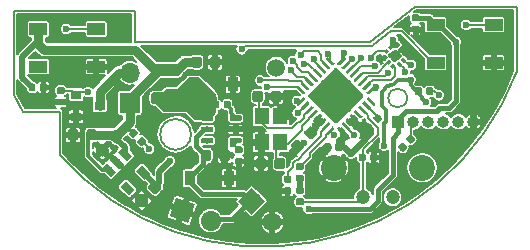
<source format=gbr>
%TF.GenerationSoftware,KiCad,Pcbnew,5.0.1-33cea8e~68~ubuntu18.04.1*%
%TF.CreationDate,2018-12-05T11:57:00+01:00*%
%TF.ProjectId,lightball,6C6967687462616C6C2E6B696361645F,rev?*%
%TF.SameCoordinates,Original*%
%TF.FileFunction,Copper,L1,Top,Signal*%
%TF.FilePolarity,Positive*%
%FSLAX46Y46*%
G04 Gerber Fmt 4.6, Leading zero omitted, Abs format (unit mm)*
G04 Created by KiCad (PCBNEW 5.0.1-33cea8e~68~ubuntu18.04.1) date Mi 05 Dez 2018 11:57:00 CET*
%MOMM*%
%LPD*%
G01*
G04 APERTURE LIST*
%ADD10C,0.150000*%
%ADD11C,0.300000*%
%ADD12C,0.100000*%
%ADD13C,0.590000*%
%ADD14C,0.875000*%
%ADD15R,1.200000X1.400000*%
%ADD16C,1.600000*%
%ADD17C,1.500000*%
%ADD18C,2.200000*%
%ADD19C,1.200000*%
%ADD20O,1.700000X1.700000*%
%ADD21R,1.700000X1.700000*%
%ADD22C,1.700000*%
%ADD23C,1.700000*%
%ADD24R,0.900000X1.200000*%
%ADD25R,1.000000X1.000000*%
%ADD26O,1.000000X1.000000*%
%ADD27R,1.500000X1.000000*%
%ADD28C,3.450000*%
%ADD29C,0.250000*%
%ADD30R,0.900000X0.800000*%
%ADD31C,0.650000*%
%ADD32C,1.000000*%
%ADD33C,0.475000*%
%ADD34C,0.600000*%
%ADD35C,0.800000*%
%ADD36C,0.300000*%
%ADD37C,0.200000*%
%ADD38C,0.154000*%
%ADD39C,0.500000*%
%ADD40C,0.400000*%
%ADD41C,0.254000*%
G04 APERTURE END LIST*
D10*
X73975000Y-113550000D02*
X72575000Y-113550000D01*
X73975000Y-117200000D02*
X73975000Y-113550000D01*
X112660414Y-110153935D02*
G75*
G02X73975000Y-117200000I-21460414J8103935D01*
G01*
X112675000Y-104650000D02*
X112663015Y-110154914D01*
X104050000Y-104650000D02*
X112675000Y-104650000D01*
X100250000Y-107650000D02*
X104050000Y-104650000D01*
X80300000Y-107650000D02*
X100250000Y-107650000D01*
X80300000Y-105000000D02*
X80300000Y-107650000D01*
X70050000Y-105000000D02*
X80300000Y-105000000D01*
X70050000Y-112150000D02*
X70050000Y-105000000D01*
X70850000Y-113550000D02*
X70050000Y-112150000D01*
X72575000Y-113550000D02*
X70850000Y-113550000D01*
X103375000Y-112400000D02*
G75*
G03X103375000Y-112400000I-800000J0D01*
G01*
X85075000Y-115475000D02*
G75*
G03X85075000Y-115475000I-1300000J0D01*
G01*
D11*
X101985840Y-108082287D03*
D12*
G36*
X102003518Y-108312097D02*
X101756030Y-108064609D01*
X101968162Y-107852477D01*
X102215650Y-108099965D01*
X102003518Y-108312097D01*
X102003518Y-108312097D01*
G37*
D11*
X101632287Y-108435840D03*
D12*
G36*
X101649965Y-108665650D02*
X101402477Y-108418162D01*
X101614609Y-108206030D01*
X101862097Y-108453518D01*
X101649965Y-108665650D01*
X101649965Y-108665650D01*
G37*
D11*
X101455510Y-108987383D03*
D12*
G36*
X101427226Y-109227799D02*
X101215094Y-109015667D01*
X101483794Y-108746967D01*
X101695926Y-108959099D01*
X101427226Y-109227799D01*
X101427226Y-109227799D01*
G37*
D11*
X101809063Y-109340937D03*
D12*
G36*
X101780779Y-109581353D02*
X101568647Y-109369221D01*
X101837347Y-109100521D01*
X102049479Y-109312653D01*
X101780779Y-109581353D01*
X101780779Y-109581353D01*
G37*
D11*
X102162617Y-109694490D03*
D12*
G36*
X102134333Y-109934906D02*
X101922201Y-109722774D01*
X102190901Y-109454074D01*
X102403033Y-109666206D01*
X102134333Y-109934906D01*
X102134333Y-109934906D01*
G37*
D11*
X102714160Y-109517713D03*
D12*
G36*
X102731838Y-109747523D02*
X102484350Y-109500035D01*
X102696482Y-109287903D01*
X102943970Y-109535391D01*
X102731838Y-109747523D01*
X102731838Y-109747523D01*
G37*
D11*
X103067713Y-109164160D03*
D12*
G36*
X103085391Y-109393970D02*
X102837903Y-109146482D01*
X103050035Y-108934350D01*
X103297523Y-109181838D01*
X103085391Y-109393970D01*
X103085391Y-109393970D01*
G37*
D11*
X103244490Y-108612617D03*
D12*
G36*
X103216206Y-108853033D02*
X103004074Y-108640901D01*
X103272774Y-108372201D01*
X103484906Y-108584333D01*
X103216206Y-108853033D01*
X103216206Y-108853033D01*
G37*
D11*
X102890937Y-108259063D03*
D12*
G36*
X102862653Y-108499479D02*
X102650521Y-108287347D01*
X102919221Y-108018647D01*
X103131353Y-108230779D01*
X102862653Y-108499479D01*
X102862653Y-108499479D01*
G37*
D11*
X102537383Y-107905510D03*
D12*
G36*
X102509099Y-108145926D02*
X102296967Y-107933794D01*
X102565667Y-107665094D01*
X102777799Y-107877226D01*
X102509099Y-108145926D01*
X102509099Y-108145926D01*
G37*
G36*
X100103833Y-114519883D02*
X100118151Y-114522007D01*
X100132192Y-114525524D01*
X100145821Y-114530401D01*
X100158906Y-114536590D01*
X100171322Y-114544031D01*
X100182948Y-114552654D01*
X100193673Y-114562375D01*
X100437625Y-114806327D01*
X100447346Y-114817052D01*
X100455969Y-114828678D01*
X100463410Y-114841094D01*
X100469599Y-114854179D01*
X100474476Y-114867808D01*
X100477993Y-114881849D01*
X100480117Y-114896167D01*
X100480827Y-114910625D01*
X100480117Y-114925083D01*
X100477993Y-114939401D01*
X100474476Y-114953442D01*
X100469599Y-114967071D01*
X100463410Y-114980156D01*
X100455969Y-114992572D01*
X100447346Y-115004198D01*
X100437625Y-115014923D01*
X100229029Y-115223519D01*
X100218304Y-115233240D01*
X100206678Y-115241863D01*
X100194262Y-115249304D01*
X100181177Y-115255493D01*
X100167548Y-115260370D01*
X100153507Y-115263887D01*
X100139189Y-115266011D01*
X100124731Y-115266721D01*
X100110273Y-115266011D01*
X100095955Y-115263887D01*
X100081914Y-115260370D01*
X100068285Y-115255493D01*
X100055200Y-115249304D01*
X100042784Y-115241863D01*
X100031158Y-115233240D01*
X100020433Y-115223519D01*
X99776481Y-114979567D01*
X99766760Y-114968842D01*
X99758137Y-114957216D01*
X99750696Y-114944800D01*
X99744507Y-114931715D01*
X99739630Y-114918086D01*
X99736113Y-114904045D01*
X99733989Y-114889727D01*
X99733279Y-114875269D01*
X99733989Y-114860811D01*
X99736113Y-114846493D01*
X99739630Y-114832452D01*
X99744507Y-114818823D01*
X99750696Y-114805738D01*
X99758137Y-114793322D01*
X99766760Y-114781696D01*
X99776481Y-114770971D01*
X99985077Y-114562375D01*
X99995802Y-114552654D01*
X100007428Y-114544031D01*
X100019844Y-114536590D01*
X100032929Y-114530401D01*
X100046558Y-114525524D01*
X100060599Y-114522007D01*
X100074917Y-114519883D01*
X100089375Y-114519173D01*
X100103833Y-114519883D01*
X100103833Y-114519883D01*
G37*
D13*
X100107053Y-114892947D03*
D12*
G36*
X100871044Y-113752672D02*
X100885362Y-113754796D01*
X100899403Y-113758313D01*
X100913032Y-113763190D01*
X100926117Y-113769379D01*
X100938533Y-113776820D01*
X100950159Y-113785443D01*
X100960884Y-113795164D01*
X101204836Y-114039116D01*
X101214557Y-114049841D01*
X101223180Y-114061467D01*
X101230621Y-114073883D01*
X101236810Y-114086968D01*
X101241687Y-114100597D01*
X101245204Y-114114638D01*
X101247328Y-114128956D01*
X101248038Y-114143414D01*
X101247328Y-114157872D01*
X101245204Y-114172190D01*
X101241687Y-114186231D01*
X101236810Y-114199860D01*
X101230621Y-114212945D01*
X101223180Y-114225361D01*
X101214557Y-114236987D01*
X101204836Y-114247712D01*
X100996240Y-114456308D01*
X100985515Y-114466029D01*
X100973889Y-114474652D01*
X100961473Y-114482093D01*
X100948388Y-114488282D01*
X100934759Y-114493159D01*
X100920718Y-114496676D01*
X100906400Y-114498800D01*
X100891942Y-114499510D01*
X100877484Y-114498800D01*
X100863166Y-114496676D01*
X100849125Y-114493159D01*
X100835496Y-114488282D01*
X100822411Y-114482093D01*
X100809995Y-114474652D01*
X100798369Y-114466029D01*
X100787644Y-114456308D01*
X100543692Y-114212356D01*
X100533971Y-114201631D01*
X100525348Y-114190005D01*
X100517907Y-114177589D01*
X100511718Y-114164504D01*
X100506841Y-114150875D01*
X100503324Y-114136834D01*
X100501200Y-114122516D01*
X100500490Y-114108058D01*
X100501200Y-114093600D01*
X100503324Y-114079282D01*
X100506841Y-114065241D01*
X100511718Y-114051612D01*
X100517907Y-114038527D01*
X100525348Y-114026111D01*
X100533971Y-114014485D01*
X100543692Y-114003760D01*
X100752288Y-113795164D01*
X100763013Y-113785443D01*
X100774639Y-113776820D01*
X100787055Y-113769379D01*
X100800140Y-113763190D01*
X100813769Y-113758313D01*
X100827810Y-113754796D01*
X100842128Y-113752672D01*
X100856586Y-113751962D01*
X100871044Y-113752672D01*
X100871044Y-113752672D01*
G37*
D13*
X100874264Y-114125736D03*
D12*
G36*
X77563397Y-116248914D02*
X77584632Y-116252064D01*
X77605456Y-116257280D01*
X77625668Y-116264512D01*
X77645074Y-116273691D01*
X77663487Y-116284727D01*
X77680730Y-116297515D01*
X77696636Y-116311931D01*
X78059029Y-116674324D01*
X78073445Y-116690230D01*
X78086233Y-116707473D01*
X78097269Y-116725886D01*
X78106448Y-116745292D01*
X78113680Y-116765504D01*
X78118896Y-116786328D01*
X78122046Y-116807563D01*
X78123099Y-116829004D01*
X78122046Y-116850445D01*
X78118896Y-116871680D01*
X78113680Y-116892504D01*
X78106448Y-116912716D01*
X78097269Y-116932122D01*
X78086233Y-116950535D01*
X78073445Y-116967778D01*
X78059029Y-116983684D01*
X77749670Y-117293043D01*
X77733764Y-117307459D01*
X77716521Y-117320247D01*
X77698108Y-117331283D01*
X77678702Y-117340462D01*
X77658490Y-117347694D01*
X77637666Y-117352910D01*
X77616431Y-117356060D01*
X77594990Y-117357113D01*
X77573549Y-117356060D01*
X77552314Y-117352910D01*
X77531490Y-117347694D01*
X77511278Y-117340462D01*
X77491872Y-117331283D01*
X77473459Y-117320247D01*
X77456216Y-117307459D01*
X77440310Y-117293043D01*
X77077917Y-116930650D01*
X77063501Y-116914744D01*
X77050713Y-116897501D01*
X77039677Y-116879088D01*
X77030498Y-116859682D01*
X77023266Y-116839470D01*
X77018050Y-116818646D01*
X77014900Y-116797411D01*
X77013847Y-116775970D01*
X77014900Y-116754529D01*
X77018050Y-116733294D01*
X77023266Y-116712470D01*
X77030498Y-116692258D01*
X77039677Y-116672852D01*
X77050713Y-116654439D01*
X77063501Y-116637196D01*
X77077917Y-116621290D01*
X77387276Y-116311931D01*
X77403182Y-116297515D01*
X77420425Y-116284727D01*
X77438838Y-116273691D01*
X77458244Y-116264512D01*
X77478456Y-116257280D01*
X77499280Y-116252064D01*
X77520515Y-116248914D01*
X77541956Y-116247861D01*
X77563397Y-116248914D01*
X77563397Y-116248914D01*
G37*
D14*
X77568473Y-116802487D03*
D12*
G36*
X78677091Y-115135220D02*
X78698326Y-115138370D01*
X78719150Y-115143586D01*
X78739362Y-115150818D01*
X78758768Y-115159997D01*
X78777181Y-115171033D01*
X78794424Y-115183821D01*
X78810330Y-115198237D01*
X79172723Y-115560630D01*
X79187139Y-115576536D01*
X79199927Y-115593779D01*
X79210963Y-115612192D01*
X79220142Y-115631598D01*
X79227374Y-115651810D01*
X79232590Y-115672634D01*
X79235740Y-115693869D01*
X79236793Y-115715310D01*
X79235740Y-115736751D01*
X79232590Y-115757986D01*
X79227374Y-115778810D01*
X79220142Y-115799022D01*
X79210963Y-115818428D01*
X79199927Y-115836841D01*
X79187139Y-115854084D01*
X79172723Y-115869990D01*
X78863364Y-116179349D01*
X78847458Y-116193765D01*
X78830215Y-116206553D01*
X78811802Y-116217589D01*
X78792396Y-116226768D01*
X78772184Y-116234000D01*
X78751360Y-116239216D01*
X78730125Y-116242366D01*
X78708684Y-116243419D01*
X78687243Y-116242366D01*
X78666008Y-116239216D01*
X78645184Y-116234000D01*
X78624972Y-116226768D01*
X78605566Y-116217589D01*
X78587153Y-116206553D01*
X78569910Y-116193765D01*
X78554004Y-116179349D01*
X78191611Y-115816956D01*
X78177195Y-115801050D01*
X78164407Y-115783807D01*
X78153371Y-115765394D01*
X78144192Y-115745988D01*
X78136960Y-115725776D01*
X78131744Y-115704952D01*
X78128594Y-115683717D01*
X78127541Y-115662276D01*
X78128594Y-115640835D01*
X78131744Y-115619600D01*
X78136960Y-115598776D01*
X78144192Y-115578564D01*
X78153371Y-115559158D01*
X78164407Y-115540745D01*
X78177195Y-115523502D01*
X78191611Y-115507596D01*
X78500970Y-115198237D01*
X78516876Y-115183821D01*
X78534119Y-115171033D01*
X78552532Y-115159997D01*
X78571938Y-115150818D01*
X78592150Y-115143586D01*
X78612974Y-115138370D01*
X78634209Y-115135220D01*
X78655650Y-115134167D01*
X78677091Y-115135220D01*
X78677091Y-115135220D01*
G37*
D14*
X78682167Y-115688793D03*
D12*
G36*
X76902571Y-115045253D02*
X76923806Y-115048403D01*
X76944630Y-115053619D01*
X76964842Y-115060851D01*
X76984248Y-115070030D01*
X77002661Y-115081066D01*
X77019904Y-115093854D01*
X77035810Y-115108270D01*
X77050226Y-115124176D01*
X77063014Y-115141419D01*
X77074050Y-115159832D01*
X77083229Y-115179238D01*
X77090461Y-115199450D01*
X77095677Y-115220274D01*
X77098827Y-115241509D01*
X77099880Y-115262950D01*
X77099880Y-115775450D01*
X77098827Y-115796891D01*
X77095677Y-115818126D01*
X77090461Y-115838950D01*
X77083229Y-115859162D01*
X77074050Y-115878568D01*
X77063014Y-115896981D01*
X77050226Y-115914224D01*
X77035810Y-115930130D01*
X77019904Y-115944546D01*
X77002661Y-115957334D01*
X76984248Y-115968370D01*
X76964842Y-115977549D01*
X76944630Y-115984781D01*
X76923806Y-115989997D01*
X76902571Y-115993147D01*
X76881130Y-115994200D01*
X76443630Y-115994200D01*
X76422189Y-115993147D01*
X76400954Y-115989997D01*
X76380130Y-115984781D01*
X76359918Y-115977549D01*
X76340512Y-115968370D01*
X76322099Y-115957334D01*
X76304856Y-115944546D01*
X76288950Y-115930130D01*
X76274534Y-115914224D01*
X76261746Y-115896981D01*
X76250710Y-115878568D01*
X76241531Y-115859162D01*
X76234299Y-115838950D01*
X76229083Y-115818126D01*
X76225933Y-115796891D01*
X76224880Y-115775450D01*
X76224880Y-115262950D01*
X76225933Y-115241509D01*
X76229083Y-115220274D01*
X76234299Y-115199450D01*
X76241531Y-115179238D01*
X76250710Y-115159832D01*
X76261746Y-115141419D01*
X76274534Y-115124176D01*
X76288950Y-115108270D01*
X76304856Y-115093854D01*
X76322099Y-115081066D01*
X76340512Y-115070030D01*
X76359918Y-115060851D01*
X76380130Y-115053619D01*
X76400954Y-115048403D01*
X76422189Y-115045253D01*
X76443630Y-115044200D01*
X76881130Y-115044200D01*
X76902571Y-115045253D01*
X76902571Y-115045253D01*
G37*
D14*
X76662380Y-115519200D03*
D12*
G36*
X75327571Y-115045253D02*
X75348806Y-115048403D01*
X75369630Y-115053619D01*
X75389842Y-115060851D01*
X75409248Y-115070030D01*
X75427661Y-115081066D01*
X75444904Y-115093854D01*
X75460810Y-115108270D01*
X75475226Y-115124176D01*
X75488014Y-115141419D01*
X75499050Y-115159832D01*
X75508229Y-115179238D01*
X75515461Y-115199450D01*
X75520677Y-115220274D01*
X75523827Y-115241509D01*
X75524880Y-115262950D01*
X75524880Y-115775450D01*
X75523827Y-115796891D01*
X75520677Y-115818126D01*
X75515461Y-115838950D01*
X75508229Y-115859162D01*
X75499050Y-115878568D01*
X75488014Y-115896981D01*
X75475226Y-115914224D01*
X75460810Y-115930130D01*
X75444904Y-115944546D01*
X75427661Y-115957334D01*
X75409248Y-115968370D01*
X75389842Y-115977549D01*
X75369630Y-115984781D01*
X75348806Y-115989997D01*
X75327571Y-115993147D01*
X75306130Y-115994200D01*
X74868630Y-115994200D01*
X74847189Y-115993147D01*
X74825954Y-115989997D01*
X74805130Y-115984781D01*
X74784918Y-115977549D01*
X74765512Y-115968370D01*
X74747099Y-115957334D01*
X74729856Y-115944546D01*
X74713950Y-115930130D01*
X74699534Y-115914224D01*
X74686746Y-115896981D01*
X74675710Y-115878568D01*
X74666531Y-115859162D01*
X74659299Y-115838950D01*
X74654083Y-115818126D01*
X74650933Y-115796891D01*
X74649880Y-115775450D01*
X74649880Y-115262950D01*
X74650933Y-115241509D01*
X74654083Y-115220274D01*
X74659299Y-115199450D01*
X74666531Y-115179238D01*
X74675710Y-115159832D01*
X74686746Y-115141419D01*
X74699534Y-115124176D01*
X74713950Y-115108270D01*
X74729856Y-115093854D01*
X74747099Y-115081066D01*
X74765512Y-115070030D01*
X74784918Y-115060851D01*
X74805130Y-115053619D01*
X74825954Y-115048403D01*
X74847189Y-115045253D01*
X74868630Y-115044200D01*
X75306130Y-115044200D01*
X75327571Y-115045253D01*
X75327571Y-115045253D01*
G37*
D14*
X75087380Y-115519200D03*
D15*
X91051480Y-113956920D03*
X91051480Y-116156920D03*
X92651480Y-116156920D03*
X92651480Y-113956920D03*
D12*
G36*
X88159851Y-116777533D02*
X88181086Y-116780683D01*
X88201910Y-116785899D01*
X88222122Y-116793131D01*
X88241528Y-116802310D01*
X88259941Y-116813346D01*
X88277184Y-116826134D01*
X88293090Y-116840550D01*
X88307506Y-116856456D01*
X88320294Y-116873699D01*
X88331330Y-116892112D01*
X88340509Y-116911518D01*
X88347741Y-116931730D01*
X88352957Y-116952554D01*
X88356107Y-116973789D01*
X88357160Y-116995230D01*
X88357160Y-117507730D01*
X88356107Y-117529171D01*
X88352957Y-117550406D01*
X88347741Y-117571230D01*
X88340509Y-117591442D01*
X88331330Y-117610848D01*
X88320294Y-117629261D01*
X88307506Y-117646504D01*
X88293090Y-117662410D01*
X88277184Y-117676826D01*
X88259941Y-117689614D01*
X88241528Y-117700650D01*
X88222122Y-117709829D01*
X88201910Y-117717061D01*
X88181086Y-117722277D01*
X88159851Y-117725427D01*
X88138410Y-117726480D01*
X87700910Y-117726480D01*
X87679469Y-117725427D01*
X87658234Y-117722277D01*
X87637410Y-117717061D01*
X87617198Y-117709829D01*
X87597792Y-117700650D01*
X87579379Y-117689614D01*
X87562136Y-117676826D01*
X87546230Y-117662410D01*
X87531814Y-117646504D01*
X87519026Y-117629261D01*
X87507990Y-117610848D01*
X87498811Y-117591442D01*
X87491579Y-117571230D01*
X87486363Y-117550406D01*
X87483213Y-117529171D01*
X87482160Y-117507730D01*
X87482160Y-116995230D01*
X87483213Y-116973789D01*
X87486363Y-116952554D01*
X87491579Y-116931730D01*
X87498811Y-116911518D01*
X87507990Y-116892112D01*
X87519026Y-116873699D01*
X87531814Y-116856456D01*
X87546230Y-116840550D01*
X87562136Y-116826134D01*
X87579379Y-116813346D01*
X87597792Y-116802310D01*
X87617198Y-116793131D01*
X87637410Y-116785899D01*
X87658234Y-116780683D01*
X87679469Y-116777533D01*
X87700910Y-116776480D01*
X88138410Y-116776480D01*
X88159851Y-116777533D01*
X88159851Y-116777533D01*
G37*
D14*
X87919660Y-117251480D03*
D12*
G36*
X86584851Y-116777533D02*
X86606086Y-116780683D01*
X86626910Y-116785899D01*
X86647122Y-116793131D01*
X86666528Y-116802310D01*
X86684941Y-116813346D01*
X86702184Y-116826134D01*
X86718090Y-116840550D01*
X86732506Y-116856456D01*
X86745294Y-116873699D01*
X86756330Y-116892112D01*
X86765509Y-116911518D01*
X86772741Y-116931730D01*
X86777957Y-116952554D01*
X86781107Y-116973789D01*
X86782160Y-116995230D01*
X86782160Y-117507730D01*
X86781107Y-117529171D01*
X86777957Y-117550406D01*
X86772741Y-117571230D01*
X86765509Y-117591442D01*
X86756330Y-117610848D01*
X86745294Y-117629261D01*
X86732506Y-117646504D01*
X86718090Y-117662410D01*
X86702184Y-117676826D01*
X86684941Y-117689614D01*
X86666528Y-117700650D01*
X86647122Y-117709829D01*
X86626910Y-117717061D01*
X86606086Y-117722277D01*
X86584851Y-117725427D01*
X86563410Y-117726480D01*
X86125910Y-117726480D01*
X86104469Y-117725427D01*
X86083234Y-117722277D01*
X86062410Y-117717061D01*
X86042198Y-117709829D01*
X86022792Y-117700650D01*
X86004379Y-117689614D01*
X85987136Y-117676826D01*
X85971230Y-117662410D01*
X85956814Y-117646504D01*
X85944026Y-117629261D01*
X85932990Y-117610848D01*
X85923811Y-117591442D01*
X85916579Y-117571230D01*
X85911363Y-117550406D01*
X85908213Y-117529171D01*
X85907160Y-117507730D01*
X85907160Y-116995230D01*
X85908213Y-116973789D01*
X85911363Y-116952554D01*
X85916579Y-116931730D01*
X85923811Y-116911518D01*
X85932990Y-116892112D01*
X85944026Y-116873699D01*
X85956814Y-116856456D01*
X85971230Y-116840550D01*
X85987136Y-116826134D01*
X86004379Y-116813346D01*
X86022792Y-116802310D01*
X86042198Y-116793131D01*
X86062410Y-116785899D01*
X86083234Y-116780683D01*
X86104469Y-116777533D01*
X86125910Y-116776480D01*
X86563410Y-116776480D01*
X86584851Y-116777533D01*
X86584851Y-116777533D01*
G37*
D14*
X86344660Y-117251480D03*
D12*
G36*
X92531191Y-111794053D02*
X92552426Y-111797203D01*
X92573250Y-111802419D01*
X92593462Y-111809651D01*
X92612868Y-111818830D01*
X92631281Y-111829866D01*
X92648524Y-111842654D01*
X92664430Y-111857070D01*
X92678846Y-111872976D01*
X92691634Y-111890219D01*
X92702670Y-111908632D01*
X92711849Y-111928038D01*
X92719081Y-111948250D01*
X92724297Y-111969074D01*
X92727447Y-111990309D01*
X92728500Y-112011750D01*
X92728500Y-112524250D01*
X92727447Y-112545691D01*
X92724297Y-112566926D01*
X92719081Y-112587750D01*
X92711849Y-112607962D01*
X92702670Y-112627368D01*
X92691634Y-112645781D01*
X92678846Y-112663024D01*
X92664430Y-112678930D01*
X92648524Y-112693346D01*
X92631281Y-112706134D01*
X92612868Y-112717170D01*
X92593462Y-112726349D01*
X92573250Y-112733581D01*
X92552426Y-112738797D01*
X92531191Y-112741947D01*
X92509750Y-112743000D01*
X92072250Y-112743000D01*
X92050809Y-112741947D01*
X92029574Y-112738797D01*
X92008750Y-112733581D01*
X91988538Y-112726349D01*
X91969132Y-112717170D01*
X91950719Y-112706134D01*
X91933476Y-112693346D01*
X91917570Y-112678930D01*
X91903154Y-112663024D01*
X91890366Y-112645781D01*
X91879330Y-112627368D01*
X91870151Y-112607962D01*
X91862919Y-112587750D01*
X91857703Y-112566926D01*
X91854553Y-112545691D01*
X91853500Y-112524250D01*
X91853500Y-112011750D01*
X91854553Y-111990309D01*
X91857703Y-111969074D01*
X91862919Y-111948250D01*
X91870151Y-111928038D01*
X91879330Y-111908632D01*
X91890366Y-111890219D01*
X91903154Y-111872976D01*
X91917570Y-111857070D01*
X91933476Y-111842654D01*
X91950719Y-111829866D01*
X91969132Y-111818830D01*
X91988538Y-111809651D01*
X92008750Y-111802419D01*
X92029574Y-111797203D01*
X92050809Y-111794053D01*
X92072250Y-111793000D01*
X92509750Y-111793000D01*
X92531191Y-111794053D01*
X92531191Y-111794053D01*
G37*
D14*
X92291000Y-112268000D03*
D12*
G36*
X90956191Y-111794053D02*
X90977426Y-111797203D01*
X90998250Y-111802419D01*
X91018462Y-111809651D01*
X91037868Y-111818830D01*
X91056281Y-111829866D01*
X91073524Y-111842654D01*
X91089430Y-111857070D01*
X91103846Y-111872976D01*
X91116634Y-111890219D01*
X91127670Y-111908632D01*
X91136849Y-111928038D01*
X91144081Y-111948250D01*
X91149297Y-111969074D01*
X91152447Y-111990309D01*
X91153500Y-112011750D01*
X91153500Y-112524250D01*
X91152447Y-112545691D01*
X91149297Y-112566926D01*
X91144081Y-112587750D01*
X91136849Y-112607962D01*
X91127670Y-112627368D01*
X91116634Y-112645781D01*
X91103846Y-112663024D01*
X91089430Y-112678930D01*
X91073524Y-112693346D01*
X91056281Y-112706134D01*
X91037868Y-112717170D01*
X91018462Y-112726349D01*
X90998250Y-112733581D01*
X90977426Y-112738797D01*
X90956191Y-112741947D01*
X90934750Y-112743000D01*
X90497250Y-112743000D01*
X90475809Y-112741947D01*
X90454574Y-112738797D01*
X90433750Y-112733581D01*
X90413538Y-112726349D01*
X90394132Y-112717170D01*
X90375719Y-112706134D01*
X90358476Y-112693346D01*
X90342570Y-112678930D01*
X90328154Y-112663024D01*
X90315366Y-112645781D01*
X90304330Y-112627368D01*
X90295151Y-112607962D01*
X90287919Y-112587750D01*
X90282703Y-112566926D01*
X90279553Y-112545691D01*
X90278500Y-112524250D01*
X90278500Y-112011750D01*
X90279553Y-111990309D01*
X90282703Y-111969074D01*
X90287919Y-111948250D01*
X90295151Y-111928038D01*
X90304330Y-111908632D01*
X90315366Y-111890219D01*
X90328154Y-111872976D01*
X90342570Y-111857070D01*
X90358476Y-111842654D01*
X90375719Y-111829866D01*
X90394132Y-111818830D01*
X90413538Y-111809651D01*
X90433750Y-111802419D01*
X90454574Y-111797203D01*
X90475809Y-111794053D01*
X90497250Y-111793000D01*
X90934750Y-111793000D01*
X90956191Y-111794053D01*
X90956191Y-111794053D01*
G37*
D14*
X90716000Y-112268000D03*
D12*
G36*
X92813131Y-117468413D02*
X92834366Y-117471563D01*
X92855190Y-117476779D01*
X92875402Y-117484011D01*
X92894808Y-117493190D01*
X92913221Y-117504226D01*
X92930464Y-117517014D01*
X92946370Y-117531430D01*
X92960786Y-117547336D01*
X92973574Y-117564579D01*
X92984610Y-117582992D01*
X92993789Y-117602398D01*
X93001021Y-117622610D01*
X93006237Y-117643434D01*
X93009387Y-117664669D01*
X93010440Y-117686110D01*
X93010440Y-118198610D01*
X93009387Y-118220051D01*
X93006237Y-118241286D01*
X93001021Y-118262110D01*
X92993789Y-118282322D01*
X92984610Y-118301728D01*
X92973574Y-118320141D01*
X92960786Y-118337384D01*
X92946370Y-118353290D01*
X92930464Y-118367706D01*
X92913221Y-118380494D01*
X92894808Y-118391530D01*
X92875402Y-118400709D01*
X92855190Y-118407941D01*
X92834366Y-118413157D01*
X92813131Y-118416307D01*
X92791690Y-118417360D01*
X92354190Y-118417360D01*
X92332749Y-118416307D01*
X92311514Y-118413157D01*
X92290690Y-118407941D01*
X92270478Y-118400709D01*
X92251072Y-118391530D01*
X92232659Y-118380494D01*
X92215416Y-118367706D01*
X92199510Y-118353290D01*
X92185094Y-118337384D01*
X92172306Y-118320141D01*
X92161270Y-118301728D01*
X92152091Y-118282322D01*
X92144859Y-118262110D01*
X92139643Y-118241286D01*
X92136493Y-118220051D01*
X92135440Y-118198610D01*
X92135440Y-117686110D01*
X92136493Y-117664669D01*
X92139643Y-117643434D01*
X92144859Y-117622610D01*
X92152091Y-117602398D01*
X92161270Y-117582992D01*
X92172306Y-117564579D01*
X92185094Y-117547336D01*
X92199510Y-117531430D01*
X92215416Y-117517014D01*
X92232659Y-117504226D01*
X92251072Y-117493190D01*
X92270478Y-117484011D01*
X92290690Y-117476779D01*
X92311514Y-117471563D01*
X92332749Y-117468413D01*
X92354190Y-117467360D01*
X92791690Y-117467360D01*
X92813131Y-117468413D01*
X92813131Y-117468413D01*
G37*
D14*
X92572940Y-117942360D03*
D12*
G36*
X91238131Y-117468413D02*
X91259366Y-117471563D01*
X91280190Y-117476779D01*
X91300402Y-117484011D01*
X91319808Y-117493190D01*
X91338221Y-117504226D01*
X91355464Y-117517014D01*
X91371370Y-117531430D01*
X91385786Y-117547336D01*
X91398574Y-117564579D01*
X91409610Y-117582992D01*
X91418789Y-117602398D01*
X91426021Y-117622610D01*
X91431237Y-117643434D01*
X91434387Y-117664669D01*
X91435440Y-117686110D01*
X91435440Y-118198610D01*
X91434387Y-118220051D01*
X91431237Y-118241286D01*
X91426021Y-118262110D01*
X91418789Y-118282322D01*
X91409610Y-118301728D01*
X91398574Y-118320141D01*
X91385786Y-118337384D01*
X91371370Y-118353290D01*
X91355464Y-118367706D01*
X91338221Y-118380494D01*
X91319808Y-118391530D01*
X91300402Y-118400709D01*
X91280190Y-118407941D01*
X91259366Y-118413157D01*
X91238131Y-118416307D01*
X91216690Y-118417360D01*
X90779190Y-118417360D01*
X90757749Y-118416307D01*
X90736514Y-118413157D01*
X90715690Y-118407941D01*
X90695478Y-118400709D01*
X90676072Y-118391530D01*
X90657659Y-118380494D01*
X90640416Y-118367706D01*
X90624510Y-118353290D01*
X90610094Y-118337384D01*
X90597306Y-118320141D01*
X90586270Y-118301728D01*
X90577091Y-118282322D01*
X90569859Y-118262110D01*
X90564643Y-118241286D01*
X90561493Y-118220051D01*
X90560440Y-118198610D01*
X90560440Y-117686110D01*
X90561493Y-117664669D01*
X90564643Y-117643434D01*
X90569859Y-117622610D01*
X90577091Y-117602398D01*
X90586270Y-117582992D01*
X90597306Y-117564579D01*
X90610094Y-117547336D01*
X90624510Y-117531430D01*
X90640416Y-117517014D01*
X90657659Y-117504226D01*
X90676072Y-117493190D01*
X90695478Y-117484011D01*
X90715690Y-117476779D01*
X90736514Y-117471563D01*
X90757749Y-117468413D01*
X90779190Y-117467360D01*
X91216690Y-117467360D01*
X91238131Y-117468413D01*
X91238131Y-117468413D01*
G37*
D14*
X90997940Y-117942360D03*
D12*
G36*
X94088637Y-115908554D02*
X94109872Y-115911704D01*
X94130696Y-115916920D01*
X94150908Y-115924152D01*
X94170314Y-115933331D01*
X94188727Y-115944367D01*
X94205970Y-115957155D01*
X94221876Y-115971571D01*
X94584269Y-116333964D01*
X94598685Y-116349870D01*
X94611473Y-116367113D01*
X94622509Y-116385526D01*
X94631688Y-116404932D01*
X94638920Y-116425144D01*
X94644136Y-116445968D01*
X94647286Y-116467203D01*
X94648339Y-116488644D01*
X94647286Y-116510085D01*
X94644136Y-116531320D01*
X94638920Y-116552144D01*
X94631688Y-116572356D01*
X94622509Y-116591762D01*
X94611473Y-116610175D01*
X94598685Y-116627418D01*
X94584269Y-116643324D01*
X94274910Y-116952683D01*
X94259004Y-116967099D01*
X94241761Y-116979887D01*
X94223348Y-116990923D01*
X94203942Y-117000102D01*
X94183730Y-117007334D01*
X94162906Y-117012550D01*
X94141671Y-117015700D01*
X94120230Y-117016753D01*
X94098789Y-117015700D01*
X94077554Y-117012550D01*
X94056730Y-117007334D01*
X94036518Y-117000102D01*
X94017112Y-116990923D01*
X93998699Y-116979887D01*
X93981456Y-116967099D01*
X93965550Y-116952683D01*
X93603157Y-116590290D01*
X93588741Y-116574384D01*
X93575953Y-116557141D01*
X93564917Y-116538728D01*
X93555738Y-116519322D01*
X93548506Y-116499110D01*
X93543290Y-116478286D01*
X93540140Y-116457051D01*
X93539087Y-116435610D01*
X93540140Y-116414169D01*
X93543290Y-116392934D01*
X93548506Y-116372110D01*
X93555738Y-116351898D01*
X93564917Y-116332492D01*
X93575953Y-116314079D01*
X93588741Y-116296836D01*
X93603157Y-116280930D01*
X93912516Y-115971571D01*
X93928422Y-115957155D01*
X93945665Y-115944367D01*
X93964078Y-115933331D01*
X93983484Y-115924152D01*
X94003696Y-115916920D01*
X94024520Y-115911704D01*
X94045755Y-115908554D01*
X94067196Y-115907501D01*
X94088637Y-115908554D01*
X94088637Y-115908554D01*
G37*
D14*
X94093713Y-116462127D03*
D12*
G36*
X95202331Y-114794860D02*
X95223566Y-114798010D01*
X95244390Y-114803226D01*
X95264602Y-114810458D01*
X95284008Y-114819637D01*
X95302421Y-114830673D01*
X95319664Y-114843461D01*
X95335570Y-114857877D01*
X95697963Y-115220270D01*
X95712379Y-115236176D01*
X95725167Y-115253419D01*
X95736203Y-115271832D01*
X95745382Y-115291238D01*
X95752614Y-115311450D01*
X95757830Y-115332274D01*
X95760980Y-115353509D01*
X95762033Y-115374950D01*
X95760980Y-115396391D01*
X95757830Y-115417626D01*
X95752614Y-115438450D01*
X95745382Y-115458662D01*
X95736203Y-115478068D01*
X95725167Y-115496481D01*
X95712379Y-115513724D01*
X95697963Y-115529630D01*
X95388604Y-115838989D01*
X95372698Y-115853405D01*
X95355455Y-115866193D01*
X95337042Y-115877229D01*
X95317636Y-115886408D01*
X95297424Y-115893640D01*
X95276600Y-115898856D01*
X95255365Y-115902006D01*
X95233924Y-115903059D01*
X95212483Y-115902006D01*
X95191248Y-115898856D01*
X95170424Y-115893640D01*
X95150212Y-115886408D01*
X95130806Y-115877229D01*
X95112393Y-115866193D01*
X95095150Y-115853405D01*
X95079244Y-115838989D01*
X94716851Y-115476596D01*
X94702435Y-115460690D01*
X94689647Y-115443447D01*
X94678611Y-115425034D01*
X94669432Y-115405628D01*
X94662200Y-115385416D01*
X94656984Y-115364592D01*
X94653834Y-115343357D01*
X94652781Y-115321916D01*
X94653834Y-115300475D01*
X94656984Y-115279240D01*
X94662200Y-115258416D01*
X94669432Y-115238204D01*
X94678611Y-115218798D01*
X94689647Y-115200385D01*
X94702435Y-115183142D01*
X94716851Y-115167236D01*
X95026210Y-114857877D01*
X95042116Y-114843461D01*
X95059359Y-114830673D01*
X95077772Y-114819637D01*
X95097178Y-114810458D01*
X95117390Y-114803226D01*
X95138214Y-114798010D01*
X95159449Y-114794860D01*
X95180890Y-114793807D01*
X95202331Y-114794860D01*
X95202331Y-114794860D01*
G37*
D14*
X95207407Y-115348433D03*
D12*
G36*
X85782211Y-108888293D02*
X85803446Y-108891443D01*
X85824270Y-108896659D01*
X85844482Y-108903891D01*
X85863888Y-108913070D01*
X85882301Y-108924106D01*
X85899544Y-108936894D01*
X85915450Y-108951310D01*
X85929866Y-108967216D01*
X85942654Y-108984459D01*
X85953690Y-109002872D01*
X85962869Y-109022278D01*
X85970101Y-109042490D01*
X85975317Y-109063314D01*
X85978467Y-109084549D01*
X85979520Y-109105990D01*
X85979520Y-109618490D01*
X85978467Y-109639931D01*
X85975317Y-109661166D01*
X85970101Y-109681990D01*
X85962869Y-109702202D01*
X85953690Y-109721608D01*
X85942654Y-109740021D01*
X85929866Y-109757264D01*
X85915450Y-109773170D01*
X85899544Y-109787586D01*
X85882301Y-109800374D01*
X85863888Y-109811410D01*
X85844482Y-109820589D01*
X85824270Y-109827821D01*
X85803446Y-109833037D01*
X85782211Y-109836187D01*
X85760770Y-109837240D01*
X85323270Y-109837240D01*
X85301829Y-109836187D01*
X85280594Y-109833037D01*
X85259770Y-109827821D01*
X85239558Y-109820589D01*
X85220152Y-109811410D01*
X85201739Y-109800374D01*
X85184496Y-109787586D01*
X85168590Y-109773170D01*
X85154174Y-109757264D01*
X85141386Y-109740021D01*
X85130350Y-109721608D01*
X85121171Y-109702202D01*
X85113939Y-109681990D01*
X85108723Y-109661166D01*
X85105573Y-109639931D01*
X85104520Y-109618490D01*
X85104520Y-109105990D01*
X85105573Y-109084549D01*
X85108723Y-109063314D01*
X85113939Y-109042490D01*
X85121171Y-109022278D01*
X85130350Y-109002872D01*
X85141386Y-108984459D01*
X85154174Y-108967216D01*
X85168590Y-108951310D01*
X85184496Y-108936894D01*
X85201739Y-108924106D01*
X85220152Y-108913070D01*
X85239558Y-108903891D01*
X85259770Y-108896659D01*
X85280594Y-108891443D01*
X85301829Y-108888293D01*
X85323270Y-108887240D01*
X85760770Y-108887240D01*
X85782211Y-108888293D01*
X85782211Y-108888293D01*
G37*
D14*
X85542020Y-109362240D03*
D12*
G36*
X87357211Y-108888293D02*
X87378446Y-108891443D01*
X87399270Y-108896659D01*
X87419482Y-108903891D01*
X87438888Y-108913070D01*
X87457301Y-108924106D01*
X87474544Y-108936894D01*
X87490450Y-108951310D01*
X87504866Y-108967216D01*
X87517654Y-108984459D01*
X87528690Y-109002872D01*
X87537869Y-109022278D01*
X87545101Y-109042490D01*
X87550317Y-109063314D01*
X87553467Y-109084549D01*
X87554520Y-109105990D01*
X87554520Y-109618490D01*
X87553467Y-109639931D01*
X87550317Y-109661166D01*
X87545101Y-109681990D01*
X87537869Y-109702202D01*
X87528690Y-109721608D01*
X87517654Y-109740021D01*
X87504866Y-109757264D01*
X87490450Y-109773170D01*
X87474544Y-109787586D01*
X87457301Y-109800374D01*
X87438888Y-109811410D01*
X87419482Y-109820589D01*
X87399270Y-109827821D01*
X87378446Y-109833037D01*
X87357211Y-109836187D01*
X87335770Y-109837240D01*
X86898270Y-109837240D01*
X86876829Y-109836187D01*
X86855594Y-109833037D01*
X86834770Y-109827821D01*
X86814558Y-109820589D01*
X86795152Y-109811410D01*
X86776739Y-109800374D01*
X86759496Y-109787586D01*
X86743590Y-109773170D01*
X86729174Y-109757264D01*
X86716386Y-109740021D01*
X86705350Y-109721608D01*
X86696171Y-109702202D01*
X86688939Y-109681990D01*
X86683723Y-109661166D01*
X86680573Y-109639931D01*
X86679520Y-109618490D01*
X86679520Y-109105990D01*
X86680573Y-109084549D01*
X86683723Y-109063314D01*
X86688939Y-109042490D01*
X86696171Y-109022278D01*
X86705350Y-109002872D01*
X86716386Y-108984459D01*
X86729174Y-108967216D01*
X86743590Y-108951310D01*
X86759496Y-108936894D01*
X86776739Y-108924106D01*
X86795152Y-108913070D01*
X86814558Y-108903891D01*
X86834770Y-108896659D01*
X86855594Y-108891443D01*
X86876829Y-108888293D01*
X86898270Y-108887240D01*
X87335770Y-108887240D01*
X87357211Y-108888293D01*
X87357211Y-108888293D01*
G37*
D14*
X87117020Y-109362240D03*
D12*
G36*
X100707718Y-117109990D02*
X100722036Y-117112114D01*
X100736077Y-117115631D01*
X100749706Y-117120508D01*
X100762791Y-117126697D01*
X100775207Y-117134138D01*
X100786833Y-117142761D01*
X100797558Y-117152482D01*
X100807279Y-117163207D01*
X100815902Y-117174833D01*
X100823343Y-117187249D01*
X100829532Y-117200334D01*
X100834409Y-117213963D01*
X100837926Y-117228004D01*
X100840050Y-117242322D01*
X100840760Y-117256780D01*
X100840760Y-117601780D01*
X100840050Y-117616238D01*
X100837926Y-117630556D01*
X100834409Y-117644597D01*
X100829532Y-117658226D01*
X100823343Y-117671311D01*
X100815902Y-117683727D01*
X100807279Y-117695353D01*
X100797558Y-117706078D01*
X100786833Y-117715799D01*
X100775207Y-117724422D01*
X100762791Y-117731863D01*
X100749706Y-117738052D01*
X100736077Y-117742929D01*
X100722036Y-117746446D01*
X100707718Y-117748570D01*
X100693260Y-117749280D01*
X100398260Y-117749280D01*
X100383802Y-117748570D01*
X100369484Y-117746446D01*
X100355443Y-117742929D01*
X100341814Y-117738052D01*
X100328729Y-117731863D01*
X100316313Y-117724422D01*
X100304687Y-117715799D01*
X100293962Y-117706078D01*
X100284241Y-117695353D01*
X100275618Y-117683727D01*
X100268177Y-117671311D01*
X100261988Y-117658226D01*
X100257111Y-117644597D01*
X100253594Y-117630556D01*
X100251470Y-117616238D01*
X100250760Y-117601780D01*
X100250760Y-117256780D01*
X100251470Y-117242322D01*
X100253594Y-117228004D01*
X100257111Y-117213963D01*
X100261988Y-117200334D01*
X100268177Y-117187249D01*
X100275618Y-117174833D01*
X100284241Y-117163207D01*
X100293962Y-117152482D01*
X100304687Y-117142761D01*
X100316313Y-117134138D01*
X100328729Y-117126697D01*
X100341814Y-117120508D01*
X100355443Y-117115631D01*
X100369484Y-117112114D01*
X100383802Y-117109990D01*
X100398260Y-117109280D01*
X100693260Y-117109280D01*
X100707718Y-117109990D01*
X100707718Y-117109990D01*
G37*
D13*
X100545760Y-117429280D03*
D12*
G36*
X99737718Y-117109990D02*
X99752036Y-117112114D01*
X99766077Y-117115631D01*
X99779706Y-117120508D01*
X99792791Y-117126697D01*
X99805207Y-117134138D01*
X99816833Y-117142761D01*
X99827558Y-117152482D01*
X99837279Y-117163207D01*
X99845902Y-117174833D01*
X99853343Y-117187249D01*
X99859532Y-117200334D01*
X99864409Y-117213963D01*
X99867926Y-117228004D01*
X99870050Y-117242322D01*
X99870760Y-117256780D01*
X99870760Y-117601780D01*
X99870050Y-117616238D01*
X99867926Y-117630556D01*
X99864409Y-117644597D01*
X99859532Y-117658226D01*
X99853343Y-117671311D01*
X99845902Y-117683727D01*
X99837279Y-117695353D01*
X99827558Y-117706078D01*
X99816833Y-117715799D01*
X99805207Y-117724422D01*
X99792791Y-117731863D01*
X99779706Y-117738052D01*
X99766077Y-117742929D01*
X99752036Y-117746446D01*
X99737718Y-117748570D01*
X99723260Y-117749280D01*
X99428260Y-117749280D01*
X99413802Y-117748570D01*
X99399484Y-117746446D01*
X99385443Y-117742929D01*
X99371814Y-117738052D01*
X99358729Y-117731863D01*
X99346313Y-117724422D01*
X99334687Y-117715799D01*
X99323962Y-117706078D01*
X99314241Y-117695353D01*
X99305618Y-117683727D01*
X99298177Y-117671311D01*
X99291988Y-117658226D01*
X99287111Y-117644597D01*
X99283594Y-117630556D01*
X99281470Y-117616238D01*
X99280760Y-117601780D01*
X99280760Y-117256780D01*
X99281470Y-117242322D01*
X99283594Y-117228004D01*
X99287111Y-117213963D01*
X99291988Y-117200334D01*
X99298177Y-117187249D01*
X99305618Y-117174833D01*
X99314241Y-117163207D01*
X99323962Y-117152482D01*
X99334687Y-117142761D01*
X99346313Y-117134138D01*
X99358729Y-117126697D01*
X99371814Y-117120508D01*
X99385443Y-117115631D01*
X99399484Y-117112114D01*
X99413802Y-117109990D01*
X99428260Y-117109280D01*
X99723260Y-117109280D01*
X99737718Y-117109990D01*
X99737718Y-117109990D01*
G37*
D13*
X99575760Y-117429280D03*
D16*
X90200000Y-121150000D03*
D12*
G36*
X89068629Y-121150000D02*
X90200000Y-120018629D01*
X91331371Y-121150000D01*
X90200000Y-122281371D01*
X89068629Y-121150000D01*
X89068629Y-121150000D01*
G37*
D16*
X91967767Y-122917767D03*
D17*
X92298520Y-109814360D03*
D18*
X97150000Y-118300000D03*
D19*
X99650000Y-120800000D03*
X102150000Y-120800000D03*
D18*
X104650000Y-118300000D03*
D20*
X79900000Y-110260000D03*
D21*
X79900000Y-112800000D03*
D22*
X84349101Y-121914869D03*
D12*
G36*
X84857123Y-123004325D02*
X83259645Y-122422891D01*
X83841079Y-120825413D01*
X85438557Y-121406847D01*
X84857123Y-123004325D01*
X84857123Y-123004325D01*
G37*
D22*
X86735920Y-122783600D03*
D23*
X86735920Y-122783600D02*
X86735920Y-122783600D01*
D24*
X84984320Y-119181880D03*
X88284320Y-119181880D03*
X88599280Y-111241840D03*
X85299280Y-111241840D03*
D12*
G36*
X71776958Y-111180710D02*
X71791276Y-111182834D01*
X71805317Y-111186351D01*
X71818946Y-111191228D01*
X71832031Y-111197417D01*
X71844447Y-111204858D01*
X71856073Y-111213481D01*
X71866798Y-111223202D01*
X71876519Y-111233927D01*
X71885142Y-111245553D01*
X71892583Y-111257969D01*
X71898772Y-111271054D01*
X71903649Y-111284683D01*
X71907166Y-111298724D01*
X71909290Y-111313042D01*
X71910000Y-111327500D01*
X71910000Y-111672500D01*
X71909290Y-111686958D01*
X71907166Y-111701276D01*
X71903649Y-111715317D01*
X71898772Y-111728946D01*
X71892583Y-111742031D01*
X71885142Y-111754447D01*
X71876519Y-111766073D01*
X71866798Y-111776798D01*
X71856073Y-111786519D01*
X71844447Y-111795142D01*
X71832031Y-111802583D01*
X71818946Y-111808772D01*
X71805317Y-111813649D01*
X71791276Y-111817166D01*
X71776958Y-111819290D01*
X71762500Y-111820000D01*
X71467500Y-111820000D01*
X71453042Y-111819290D01*
X71438724Y-111817166D01*
X71424683Y-111813649D01*
X71411054Y-111808772D01*
X71397969Y-111802583D01*
X71385553Y-111795142D01*
X71373927Y-111786519D01*
X71363202Y-111776798D01*
X71353481Y-111766073D01*
X71344858Y-111754447D01*
X71337417Y-111742031D01*
X71331228Y-111728946D01*
X71326351Y-111715317D01*
X71322834Y-111701276D01*
X71320710Y-111686958D01*
X71320000Y-111672500D01*
X71320000Y-111327500D01*
X71320710Y-111313042D01*
X71322834Y-111298724D01*
X71326351Y-111284683D01*
X71331228Y-111271054D01*
X71337417Y-111257969D01*
X71344858Y-111245553D01*
X71353481Y-111233927D01*
X71363202Y-111223202D01*
X71373927Y-111213481D01*
X71385553Y-111204858D01*
X71397969Y-111197417D01*
X71411054Y-111191228D01*
X71424683Y-111186351D01*
X71438724Y-111182834D01*
X71453042Y-111180710D01*
X71467500Y-111180000D01*
X71762500Y-111180000D01*
X71776958Y-111180710D01*
X71776958Y-111180710D01*
G37*
D13*
X71615000Y-111500000D03*
D12*
G36*
X72746958Y-111180710D02*
X72761276Y-111182834D01*
X72775317Y-111186351D01*
X72788946Y-111191228D01*
X72802031Y-111197417D01*
X72814447Y-111204858D01*
X72826073Y-111213481D01*
X72836798Y-111223202D01*
X72846519Y-111233927D01*
X72855142Y-111245553D01*
X72862583Y-111257969D01*
X72868772Y-111271054D01*
X72873649Y-111284683D01*
X72877166Y-111298724D01*
X72879290Y-111313042D01*
X72880000Y-111327500D01*
X72880000Y-111672500D01*
X72879290Y-111686958D01*
X72877166Y-111701276D01*
X72873649Y-111715317D01*
X72868772Y-111728946D01*
X72862583Y-111742031D01*
X72855142Y-111754447D01*
X72846519Y-111766073D01*
X72836798Y-111776798D01*
X72826073Y-111786519D01*
X72814447Y-111795142D01*
X72802031Y-111802583D01*
X72788946Y-111808772D01*
X72775317Y-111813649D01*
X72761276Y-111817166D01*
X72746958Y-111819290D01*
X72732500Y-111820000D01*
X72437500Y-111820000D01*
X72423042Y-111819290D01*
X72408724Y-111817166D01*
X72394683Y-111813649D01*
X72381054Y-111808772D01*
X72367969Y-111802583D01*
X72355553Y-111795142D01*
X72343927Y-111786519D01*
X72333202Y-111776798D01*
X72323481Y-111766073D01*
X72314858Y-111754447D01*
X72307417Y-111742031D01*
X72301228Y-111728946D01*
X72296351Y-111715317D01*
X72292834Y-111701276D01*
X72290710Y-111686958D01*
X72290000Y-111672500D01*
X72290000Y-111327500D01*
X72290710Y-111313042D01*
X72292834Y-111298724D01*
X72296351Y-111284683D01*
X72301228Y-111271054D01*
X72307417Y-111257969D01*
X72314858Y-111245553D01*
X72323481Y-111233927D01*
X72333202Y-111223202D01*
X72343927Y-111213481D01*
X72355553Y-111204858D01*
X72367969Y-111197417D01*
X72381054Y-111191228D01*
X72394683Y-111186351D01*
X72408724Y-111182834D01*
X72423042Y-111180710D01*
X72437500Y-111180000D01*
X72732500Y-111180000D01*
X72746958Y-111180710D01*
X72746958Y-111180710D01*
G37*
D13*
X72585000Y-111500000D03*
D12*
G36*
X88307438Y-112639590D02*
X88321756Y-112641714D01*
X88335797Y-112645231D01*
X88349426Y-112650108D01*
X88362511Y-112656297D01*
X88374927Y-112663738D01*
X88386553Y-112672361D01*
X88397278Y-112682082D01*
X88406999Y-112692807D01*
X88415622Y-112704433D01*
X88423063Y-112716849D01*
X88429252Y-112729934D01*
X88434129Y-112743563D01*
X88437646Y-112757604D01*
X88439770Y-112771922D01*
X88440480Y-112786380D01*
X88440480Y-113131380D01*
X88439770Y-113145838D01*
X88437646Y-113160156D01*
X88434129Y-113174197D01*
X88429252Y-113187826D01*
X88423063Y-113200911D01*
X88415622Y-113213327D01*
X88406999Y-113224953D01*
X88397278Y-113235678D01*
X88386553Y-113245399D01*
X88374927Y-113254022D01*
X88362511Y-113261463D01*
X88349426Y-113267652D01*
X88335797Y-113272529D01*
X88321756Y-113276046D01*
X88307438Y-113278170D01*
X88292980Y-113278880D01*
X87997980Y-113278880D01*
X87983522Y-113278170D01*
X87969204Y-113276046D01*
X87955163Y-113272529D01*
X87941534Y-113267652D01*
X87928449Y-113261463D01*
X87916033Y-113254022D01*
X87904407Y-113245399D01*
X87893682Y-113235678D01*
X87883961Y-113224953D01*
X87875338Y-113213327D01*
X87867897Y-113200911D01*
X87861708Y-113187826D01*
X87856831Y-113174197D01*
X87853314Y-113160156D01*
X87851190Y-113145838D01*
X87850480Y-113131380D01*
X87850480Y-112786380D01*
X87851190Y-112771922D01*
X87853314Y-112757604D01*
X87856831Y-112743563D01*
X87861708Y-112729934D01*
X87867897Y-112716849D01*
X87875338Y-112704433D01*
X87883961Y-112692807D01*
X87893682Y-112682082D01*
X87904407Y-112672361D01*
X87916033Y-112663738D01*
X87928449Y-112656297D01*
X87941534Y-112650108D01*
X87955163Y-112645231D01*
X87969204Y-112641714D01*
X87983522Y-112639590D01*
X87997980Y-112638880D01*
X88292980Y-112638880D01*
X88307438Y-112639590D01*
X88307438Y-112639590D01*
G37*
D13*
X88145480Y-112958880D03*
D12*
G36*
X87337438Y-112639590D02*
X87351756Y-112641714D01*
X87365797Y-112645231D01*
X87379426Y-112650108D01*
X87392511Y-112656297D01*
X87404927Y-112663738D01*
X87416553Y-112672361D01*
X87427278Y-112682082D01*
X87436999Y-112692807D01*
X87445622Y-112704433D01*
X87453063Y-112716849D01*
X87459252Y-112729934D01*
X87464129Y-112743563D01*
X87467646Y-112757604D01*
X87469770Y-112771922D01*
X87470480Y-112786380D01*
X87470480Y-113131380D01*
X87469770Y-113145838D01*
X87467646Y-113160156D01*
X87464129Y-113174197D01*
X87459252Y-113187826D01*
X87453063Y-113200911D01*
X87445622Y-113213327D01*
X87436999Y-113224953D01*
X87427278Y-113235678D01*
X87416553Y-113245399D01*
X87404927Y-113254022D01*
X87392511Y-113261463D01*
X87379426Y-113267652D01*
X87365797Y-113272529D01*
X87351756Y-113276046D01*
X87337438Y-113278170D01*
X87322980Y-113278880D01*
X87027980Y-113278880D01*
X87013522Y-113278170D01*
X86999204Y-113276046D01*
X86985163Y-113272529D01*
X86971534Y-113267652D01*
X86958449Y-113261463D01*
X86946033Y-113254022D01*
X86934407Y-113245399D01*
X86923682Y-113235678D01*
X86913961Y-113224953D01*
X86905338Y-113213327D01*
X86897897Y-113200911D01*
X86891708Y-113187826D01*
X86886831Y-113174197D01*
X86883314Y-113160156D01*
X86881190Y-113145838D01*
X86880480Y-113131380D01*
X86880480Y-112786380D01*
X86881190Y-112771922D01*
X86883314Y-112757604D01*
X86886831Y-112743563D01*
X86891708Y-112729934D01*
X86897897Y-112716849D01*
X86905338Y-112704433D01*
X86913961Y-112692807D01*
X86923682Y-112682082D01*
X86934407Y-112672361D01*
X86946033Y-112663738D01*
X86958449Y-112656297D01*
X86971534Y-112650108D01*
X86985163Y-112645231D01*
X86999204Y-112641714D01*
X87013522Y-112639590D01*
X87027980Y-112638880D01*
X87322980Y-112638880D01*
X87337438Y-112639590D01*
X87337438Y-112639590D01*
G37*
D13*
X87175480Y-112958880D03*
D12*
G36*
X96776958Y-116230710D02*
X96791276Y-116232834D01*
X96805317Y-116236351D01*
X96818946Y-116241228D01*
X96832031Y-116247417D01*
X96844447Y-116254858D01*
X96856073Y-116263481D01*
X96866798Y-116273202D01*
X96876519Y-116283927D01*
X96885142Y-116295553D01*
X96892583Y-116307969D01*
X96898772Y-116321054D01*
X96903649Y-116334683D01*
X96907166Y-116348724D01*
X96909290Y-116363042D01*
X96910000Y-116377500D01*
X96910000Y-116722500D01*
X96909290Y-116736958D01*
X96907166Y-116751276D01*
X96903649Y-116765317D01*
X96898772Y-116778946D01*
X96892583Y-116792031D01*
X96885142Y-116804447D01*
X96876519Y-116816073D01*
X96866798Y-116826798D01*
X96856073Y-116836519D01*
X96844447Y-116845142D01*
X96832031Y-116852583D01*
X96818946Y-116858772D01*
X96805317Y-116863649D01*
X96791276Y-116867166D01*
X96776958Y-116869290D01*
X96762500Y-116870000D01*
X96467500Y-116870000D01*
X96453042Y-116869290D01*
X96438724Y-116867166D01*
X96424683Y-116863649D01*
X96411054Y-116858772D01*
X96397969Y-116852583D01*
X96385553Y-116845142D01*
X96373927Y-116836519D01*
X96363202Y-116826798D01*
X96353481Y-116816073D01*
X96344858Y-116804447D01*
X96337417Y-116792031D01*
X96331228Y-116778946D01*
X96326351Y-116765317D01*
X96322834Y-116751276D01*
X96320710Y-116736958D01*
X96320000Y-116722500D01*
X96320000Y-116377500D01*
X96320710Y-116363042D01*
X96322834Y-116348724D01*
X96326351Y-116334683D01*
X96331228Y-116321054D01*
X96337417Y-116307969D01*
X96344858Y-116295553D01*
X96353481Y-116283927D01*
X96363202Y-116273202D01*
X96373927Y-116263481D01*
X96385553Y-116254858D01*
X96397969Y-116247417D01*
X96411054Y-116241228D01*
X96424683Y-116236351D01*
X96438724Y-116232834D01*
X96453042Y-116230710D01*
X96467500Y-116230000D01*
X96762500Y-116230000D01*
X96776958Y-116230710D01*
X96776958Y-116230710D01*
G37*
D13*
X96615000Y-116550000D03*
D12*
G36*
X97746958Y-116230710D02*
X97761276Y-116232834D01*
X97775317Y-116236351D01*
X97788946Y-116241228D01*
X97802031Y-116247417D01*
X97814447Y-116254858D01*
X97826073Y-116263481D01*
X97836798Y-116273202D01*
X97846519Y-116283927D01*
X97855142Y-116295553D01*
X97862583Y-116307969D01*
X97868772Y-116321054D01*
X97873649Y-116334683D01*
X97877166Y-116348724D01*
X97879290Y-116363042D01*
X97880000Y-116377500D01*
X97880000Y-116722500D01*
X97879290Y-116736958D01*
X97877166Y-116751276D01*
X97873649Y-116765317D01*
X97868772Y-116778946D01*
X97862583Y-116792031D01*
X97855142Y-116804447D01*
X97846519Y-116816073D01*
X97836798Y-116826798D01*
X97826073Y-116836519D01*
X97814447Y-116845142D01*
X97802031Y-116852583D01*
X97788946Y-116858772D01*
X97775317Y-116863649D01*
X97761276Y-116867166D01*
X97746958Y-116869290D01*
X97732500Y-116870000D01*
X97437500Y-116870000D01*
X97423042Y-116869290D01*
X97408724Y-116867166D01*
X97394683Y-116863649D01*
X97381054Y-116858772D01*
X97367969Y-116852583D01*
X97355553Y-116845142D01*
X97343927Y-116836519D01*
X97333202Y-116826798D01*
X97323481Y-116816073D01*
X97314858Y-116804447D01*
X97307417Y-116792031D01*
X97301228Y-116778946D01*
X97296351Y-116765317D01*
X97292834Y-116751276D01*
X97290710Y-116736958D01*
X97290000Y-116722500D01*
X97290000Y-116377500D01*
X97290710Y-116363042D01*
X97292834Y-116348724D01*
X97296351Y-116334683D01*
X97301228Y-116321054D01*
X97307417Y-116307969D01*
X97314858Y-116295553D01*
X97323481Y-116283927D01*
X97333202Y-116273202D01*
X97343927Y-116263481D01*
X97355553Y-116254858D01*
X97367969Y-116247417D01*
X97381054Y-116241228D01*
X97394683Y-116236351D01*
X97408724Y-116232834D01*
X97423042Y-116230710D01*
X97437500Y-116230000D01*
X97732500Y-116230000D01*
X97746958Y-116230710D01*
X97746958Y-116230710D01*
G37*
D13*
X97585000Y-116550000D03*
D12*
G36*
X104286958Y-105320710D02*
X104301276Y-105322834D01*
X104315317Y-105326351D01*
X104328946Y-105331228D01*
X104342031Y-105337417D01*
X104354447Y-105344858D01*
X104366073Y-105353481D01*
X104376798Y-105363202D01*
X104386519Y-105373927D01*
X104395142Y-105385553D01*
X104402583Y-105397969D01*
X104408772Y-105411054D01*
X104413649Y-105424683D01*
X104417166Y-105438724D01*
X104419290Y-105453042D01*
X104420000Y-105467500D01*
X104420000Y-105762500D01*
X104419290Y-105776958D01*
X104417166Y-105791276D01*
X104413649Y-105805317D01*
X104408772Y-105818946D01*
X104402583Y-105832031D01*
X104395142Y-105844447D01*
X104386519Y-105856073D01*
X104376798Y-105866798D01*
X104366073Y-105876519D01*
X104354447Y-105885142D01*
X104342031Y-105892583D01*
X104328946Y-105898772D01*
X104315317Y-105903649D01*
X104301276Y-105907166D01*
X104286958Y-105909290D01*
X104272500Y-105910000D01*
X103927500Y-105910000D01*
X103913042Y-105909290D01*
X103898724Y-105907166D01*
X103884683Y-105903649D01*
X103871054Y-105898772D01*
X103857969Y-105892583D01*
X103845553Y-105885142D01*
X103833927Y-105876519D01*
X103823202Y-105866798D01*
X103813481Y-105856073D01*
X103804858Y-105844447D01*
X103797417Y-105832031D01*
X103791228Y-105818946D01*
X103786351Y-105805317D01*
X103782834Y-105791276D01*
X103780710Y-105776958D01*
X103780000Y-105762500D01*
X103780000Y-105467500D01*
X103780710Y-105453042D01*
X103782834Y-105438724D01*
X103786351Y-105424683D01*
X103791228Y-105411054D01*
X103797417Y-105397969D01*
X103804858Y-105385553D01*
X103813481Y-105373927D01*
X103823202Y-105363202D01*
X103833927Y-105353481D01*
X103845553Y-105344858D01*
X103857969Y-105337417D01*
X103871054Y-105331228D01*
X103884683Y-105326351D01*
X103898724Y-105322834D01*
X103913042Y-105320710D01*
X103927500Y-105320000D01*
X104272500Y-105320000D01*
X104286958Y-105320710D01*
X104286958Y-105320710D01*
G37*
D13*
X104100000Y-105615000D03*
D12*
G36*
X104286958Y-106290710D02*
X104301276Y-106292834D01*
X104315317Y-106296351D01*
X104328946Y-106301228D01*
X104342031Y-106307417D01*
X104354447Y-106314858D01*
X104366073Y-106323481D01*
X104376798Y-106333202D01*
X104386519Y-106343927D01*
X104395142Y-106355553D01*
X104402583Y-106367969D01*
X104408772Y-106381054D01*
X104413649Y-106394683D01*
X104417166Y-106408724D01*
X104419290Y-106423042D01*
X104420000Y-106437500D01*
X104420000Y-106732500D01*
X104419290Y-106746958D01*
X104417166Y-106761276D01*
X104413649Y-106775317D01*
X104408772Y-106788946D01*
X104402583Y-106802031D01*
X104395142Y-106814447D01*
X104386519Y-106826073D01*
X104376798Y-106836798D01*
X104366073Y-106846519D01*
X104354447Y-106855142D01*
X104342031Y-106862583D01*
X104328946Y-106868772D01*
X104315317Y-106873649D01*
X104301276Y-106877166D01*
X104286958Y-106879290D01*
X104272500Y-106880000D01*
X103927500Y-106880000D01*
X103913042Y-106879290D01*
X103898724Y-106877166D01*
X103884683Y-106873649D01*
X103871054Y-106868772D01*
X103857969Y-106862583D01*
X103845553Y-106855142D01*
X103833927Y-106846519D01*
X103823202Y-106836798D01*
X103813481Y-106826073D01*
X103804858Y-106814447D01*
X103797417Y-106802031D01*
X103791228Y-106788946D01*
X103786351Y-106775317D01*
X103782834Y-106761276D01*
X103780710Y-106746958D01*
X103780000Y-106732500D01*
X103780000Y-106437500D01*
X103780710Y-106423042D01*
X103782834Y-106408724D01*
X103786351Y-106394683D01*
X103791228Y-106381054D01*
X103797417Y-106367969D01*
X103804858Y-106355553D01*
X103813481Y-106343927D01*
X103823202Y-106333202D01*
X103833927Y-106323481D01*
X103845553Y-106314858D01*
X103857969Y-106307417D01*
X103871054Y-106301228D01*
X103884683Y-106296351D01*
X103898724Y-106292834D01*
X103913042Y-106290710D01*
X103927500Y-106290000D01*
X104272500Y-106290000D01*
X104286958Y-106290710D01*
X104286958Y-106290710D01*
G37*
D13*
X104100000Y-106585000D03*
D12*
G36*
X81999411Y-119412579D02*
X82020646Y-119415729D01*
X82041470Y-119420945D01*
X82061682Y-119428177D01*
X82081088Y-119437356D01*
X82099501Y-119448392D01*
X82116744Y-119461180D01*
X82132650Y-119475596D01*
X82495043Y-119837989D01*
X82509459Y-119853895D01*
X82522247Y-119871138D01*
X82533283Y-119889551D01*
X82542462Y-119908957D01*
X82549694Y-119929169D01*
X82554910Y-119949993D01*
X82558060Y-119971228D01*
X82559113Y-119992669D01*
X82558060Y-120014110D01*
X82554910Y-120035345D01*
X82549694Y-120056169D01*
X82542462Y-120076381D01*
X82533283Y-120095787D01*
X82522247Y-120114200D01*
X82509459Y-120131443D01*
X82495043Y-120147349D01*
X82185684Y-120456708D01*
X82169778Y-120471124D01*
X82152535Y-120483912D01*
X82134122Y-120494948D01*
X82114716Y-120504127D01*
X82094504Y-120511359D01*
X82073680Y-120516575D01*
X82052445Y-120519725D01*
X82031004Y-120520778D01*
X82009563Y-120519725D01*
X81988328Y-120516575D01*
X81967504Y-120511359D01*
X81947292Y-120504127D01*
X81927886Y-120494948D01*
X81909473Y-120483912D01*
X81892230Y-120471124D01*
X81876324Y-120456708D01*
X81513931Y-120094315D01*
X81499515Y-120078409D01*
X81486727Y-120061166D01*
X81475691Y-120042753D01*
X81466512Y-120023347D01*
X81459280Y-120003135D01*
X81454064Y-119982311D01*
X81450914Y-119961076D01*
X81449861Y-119939635D01*
X81450914Y-119918194D01*
X81454064Y-119896959D01*
X81459280Y-119876135D01*
X81466512Y-119855923D01*
X81475691Y-119836517D01*
X81486727Y-119818104D01*
X81499515Y-119800861D01*
X81513931Y-119784955D01*
X81823290Y-119475596D01*
X81839196Y-119461180D01*
X81856439Y-119448392D01*
X81874852Y-119437356D01*
X81894258Y-119428177D01*
X81914470Y-119420945D01*
X81935294Y-119415729D01*
X81956529Y-119412579D01*
X81977970Y-119411526D01*
X81999411Y-119412579D01*
X81999411Y-119412579D01*
G37*
D14*
X82004487Y-119966152D03*
D12*
G36*
X80885717Y-120526273D02*
X80906952Y-120529423D01*
X80927776Y-120534639D01*
X80947988Y-120541871D01*
X80967394Y-120551050D01*
X80985807Y-120562086D01*
X81003050Y-120574874D01*
X81018956Y-120589290D01*
X81381349Y-120951683D01*
X81395765Y-120967589D01*
X81408553Y-120984832D01*
X81419589Y-121003245D01*
X81428768Y-121022651D01*
X81436000Y-121042863D01*
X81441216Y-121063687D01*
X81444366Y-121084922D01*
X81445419Y-121106363D01*
X81444366Y-121127804D01*
X81441216Y-121149039D01*
X81436000Y-121169863D01*
X81428768Y-121190075D01*
X81419589Y-121209481D01*
X81408553Y-121227894D01*
X81395765Y-121245137D01*
X81381349Y-121261043D01*
X81071990Y-121570402D01*
X81056084Y-121584818D01*
X81038841Y-121597606D01*
X81020428Y-121608642D01*
X81001022Y-121617821D01*
X80980810Y-121625053D01*
X80959986Y-121630269D01*
X80938751Y-121633419D01*
X80917310Y-121634472D01*
X80895869Y-121633419D01*
X80874634Y-121630269D01*
X80853810Y-121625053D01*
X80833598Y-121617821D01*
X80814192Y-121608642D01*
X80795779Y-121597606D01*
X80778536Y-121584818D01*
X80762630Y-121570402D01*
X80400237Y-121208009D01*
X80385821Y-121192103D01*
X80373033Y-121174860D01*
X80361997Y-121156447D01*
X80352818Y-121137041D01*
X80345586Y-121116829D01*
X80340370Y-121096005D01*
X80337220Y-121074770D01*
X80336167Y-121053329D01*
X80337220Y-121031888D01*
X80340370Y-121010653D01*
X80345586Y-120989829D01*
X80352818Y-120969617D01*
X80361997Y-120950211D01*
X80373033Y-120931798D01*
X80385821Y-120914555D01*
X80400237Y-120898649D01*
X80709596Y-120589290D01*
X80725502Y-120574874D01*
X80742745Y-120562086D01*
X80761158Y-120551050D01*
X80780564Y-120541871D01*
X80800776Y-120534639D01*
X80821600Y-120529423D01*
X80842835Y-120526273D01*
X80864276Y-120525220D01*
X80885717Y-120526273D01*
X80885717Y-120526273D01*
G37*
D14*
X80890793Y-121079846D03*
D25*
X102640000Y-114400000D03*
D26*
X103910000Y-114400000D03*
X105180000Y-114400000D03*
X106450000Y-114400000D03*
X107720000Y-114400000D03*
X108990000Y-114400000D03*
D27*
X77050000Y-109749930D03*
X77050000Y-106549930D03*
X72150000Y-109749930D03*
X72150000Y-106549930D03*
X110700000Y-109400000D03*
X110700000Y-106200000D03*
X105800000Y-109400000D03*
X105800000Y-106200000D03*
D12*
G36*
X97366966Y-109869223D02*
X97391235Y-109872823D01*
X97415033Y-109878784D01*
X97438133Y-109887049D01*
X97460311Y-109897539D01*
X97481355Y-109910152D01*
X97501060Y-109924766D01*
X97519239Y-109941242D01*
X99605204Y-112027207D01*
X99621680Y-112045386D01*
X99636294Y-112065091D01*
X99648907Y-112086135D01*
X99659397Y-112108313D01*
X99667662Y-112131413D01*
X99673623Y-112155211D01*
X99677223Y-112179480D01*
X99678427Y-112203984D01*
X99677223Y-112228488D01*
X99673623Y-112252757D01*
X99667662Y-112276555D01*
X99659397Y-112299655D01*
X99648907Y-112321833D01*
X99636294Y-112342877D01*
X99621680Y-112362582D01*
X99605204Y-112380761D01*
X97519239Y-114466726D01*
X97501060Y-114483202D01*
X97481355Y-114497816D01*
X97460311Y-114510429D01*
X97438133Y-114520919D01*
X97415033Y-114529184D01*
X97391235Y-114535145D01*
X97366966Y-114538745D01*
X97342462Y-114539949D01*
X97317958Y-114538745D01*
X97293689Y-114535145D01*
X97269891Y-114529184D01*
X97246791Y-114520919D01*
X97224613Y-114510429D01*
X97203569Y-114497816D01*
X97183864Y-114483202D01*
X97165685Y-114466726D01*
X95079720Y-112380761D01*
X95063244Y-112362582D01*
X95048630Y-112342877D01*
X95036017Y-112321833D01*
X95025527Y-112299655D01*
X95017262Y-112276555D01*
X95011301Y-112252757D01*
X95007701Y-112228488D01*
X95006497Y-112203984D01*
X95007701Y-112179480D01*
X95011301Y-112155211D01*
X95017262Y-112131413D01*
X95025527Y-112108313D01*
X95036017Y-112086135D01*
X95048630Y-112065091D01*
X95063244Y-112045386D01*
X95079720Y-112027207D01*
X97165685Y-109941242D01*
X97183864Y-109924766D01*
X97203569Y-109910152D01*
X97224613Y-109897539D01*
X97246791Y-109887049D01*
X97269891Y-109878784D01*
X97293689Y-109872823D01*
X97317958Y-109869223D01*
X97342462Y-109868019D01*
X97366966Y-109869223D01*
X97366966Y-109869223D01*
G37*
D28*
X97342462Y-112203984D03*
D12*
G36*
X97613753Y-114793436D02*
X97619820Y-114794336D01*
X97625770Y-114795826D01*
X97631545Y-114797893D01*
X97637089Y-114800515D01*
X97642350Y-114803668D01*
X97647277Y-114807322D01*
X97651821Y-114811441D01*
X98182151Y-115341771D01*
X98186270Y-115346315D01*
X98189924Y-115351242D01*
X98193077Y-115356503D01*
X98195699Y-115362047D01*
X98197766Y-115367822D01*
X98199256Y-115373772D01*
X98200156Y-115379839D01*
X98200457Y-115385965D01*
X98200156Y-115392091D01*
X98199256Y-115398158D01*
X98197766Y-115404108D01*
X98195699Y-115409883D01*
X98193077Y-115415427D01*
X98189924Y-115420688D01*
X98186270Y-115425615D01*
X98182151Y-115430159D01*
X98093763Y-115518547D01*
X98089219Y-115522666D01*
X98084292Y-115526320D01*
X98079031Y-115529473D01*
X98073487Y-115532095D01*
X98067712Y-115534162D01*
X98061762Y-115535652D01*
X98055695Y-115536552D01*
X98049569Y-115536853D01*
X98043443Y-115536552D01*
X98037376Y-115535652D01*
X98031426Y-115534162D01*
X98025651Y-115532095D01*
X98020107Y-115529473D01*
X98014846Y-115526320D01*
X98009919Y-115522666D01*
X98005375Y-115518547D01*
X97475045Y-114988217D01*
X97470926Y-114983673D01*
X97467272Y-114978746D01*
X97464119Y-114973485D01*
X97461497Y-114967941D01*
X97459430Y-114962166D01*
X97457940Y-114956216D01*
X97457040Y-114950149D01*
X97456739Y-114944023D01*
X97457040Y-114937897D01*
X97457940Y-114931830D01*
X97459430Y-114925880D01*
X97461497Y-114920105D01*
X97464119Y-114914561D01*
X97467272Y-114909300D01*
X97470926Y-114904373D01*
X97475045Y-114899829D01*
X97563433Y-114811441D01*
X97567977Y-114807322D01*
X97572904Y-114803668D01*
X97578165Y-114800515D01*
X97583709Y-114797893D01*
X97589484Y-114795826D01*
X97595434Y-114794336D01*
X97601501Y-114793436D01*
X97607627Y-114793135D01*
X97613753Y-114793436D01*
X97613753Y-114793436D01*
G37*
D29*
X97828598Y-115164994D03*
D12*
G36*
X97967306Y-114439882D02*
X97973373Y-114440782D01*
X97979323Y-114442272D01*
X97985098Y-114444339D01*
X97990642Y-114446961D01*
X97995903Y-114450114D01*
X98000830Y-114453768D01*
X98005374Y-114457887D01*
X98535704Y-114988217D01*
X98539823Y-114992761D01*
X98543477Y-114997688D01*
X98546630Y-115002949D01*
X98549252Y-115008493D01*
X98551319Y-115014268D01*
X98552809Y-115020218D01*
X98553709Y-115026285D01*
X98554010Y-115032411D01*
X98553709Y-115038537D01*
X98552809Y-115044604D01*
X98551319Y-115050554D01*
X98549252Y-115056329D01*
X98546630Y-115061873D01*
X98543477Y-115067134D01*
X98539823Y-115072061D01*
X98535704Y-115076605D01*
X98447316Y-115164993D01*
X98442772Y-115169112D01*
X98437845Y-115172766D01*
X98432584Y-115175919D01*
X98427040Y-115178541D01*
X98421265Y-115180608D01*
X98415315Y-115182098D01*
X98409248Y-115182998D01*
X98403122Y-115183299D01*
X98396996Y-115182998D01*
X98390929Y-115182098D01*
X98384979Y-115180608D01*
X98379204Y-115178541D01*
X98373660Y-115175919D01*
X98368399Y-115172766D01*
X98363472Y-115169112D01*
X98358928Y-115164993D01*
X97828598Y-114634663D01*
X97824479Y-114630119D01*
X97820825Y-114625192D01*
X97817672Y-114619931D01*
X97815050Y-114614387D01*
X97812983Y-114608612D01*
X97811493Y-114602662D01*
X97810593Y-114596595D01*
X97810292Y-114590469D01*
X97810593Y-114584343D01*
X97811493Y-114578276D01*
X97812983Y-114572326D01*
X97815050Y-114566551D01*
X97817672Y-114561007D01*
X97820825Y-114555746D01*
X97824479Y-114550819D01*
X97828598Y-114546275D01*
X97916986Y-114457887D01*
X97921530Y-114453768D01*
X97926457Y-114450114D01*
X97931718Y-114446961D01*
X97937262Y-114444339D01*
X97943037Y-114442272D01*
X97948987Y-114440782D01*
X97955054Y-114439882D01*
X97961180Y-114439581D01*
X97967306Y-114439882D01*
X97967306Y-114439882D01*
G37*
D29*
X98182151Y-114811440D03*
D12*
G36*
X98320860Y-114086329D02*
X98326927Y-114087229D01*
X98332877Y-114088719D01*
X98338652Y-114090786D01*
X98344196Y-114093408D01*
X98349457Y-114096561D01*
X98354384Y-114100215D01*
X98358928Y-114104334D01*
X98889258Y-114634664D01*
X98893377Y-114639208D01*
X98897031Y-114644135D01*
X98900184Y-114649396D01*
X98902806Y-114654940D01*
X98904873Y-114660715D01*
X98906363Y-114666665D01*
X98907263Y-114672732D01*
X98907564Y-114678858D01*
X98907263Y-114684984D01*
X98906363Y-114691051D01*
X98904873Y-114697001D01*
X98902806Y-114702776D01*
X98900184Y-114708320D01*
X98897031Y-114713581D01*
X98893377Y-114718508D01*
X98889258Y-114723052D01*
X98800870Y-114811440D01*
X98796326Y-114815559D01*
X98791399Y-114819213D01*
X98786138Y-114822366D01*
X98780594Y-114824988D01*
X98774819Y-114827055D01*
X98768869Y-114828545D01*
X98762802Y-114829445D01*
X98756676Y-114829746D01*
X98750550Y-114829445D01*
X98744483Y-114828545D01*
X98738533Y-114827055D01*
X98732758Y-114824988D01*
X98727214Y-114822366D01*
X98721953Y-114819213D01*
X98717026Y-114815559D01*
X98712482Y-114811440D01*
X98182152Y-114281110D01*
X98178033Y-114276566D01*
X98174379Y-114271639D01*
X98171226Y-114266378D01*
X98168604Y-114260834D01*
X98166537Y-114255059D01*
X98165047Y-114249109D01*
X98164147Y-114243042D01*
X98163846Y-114236916D01*
X98164147Y-114230790D01*
X98165047Y-114224723D01*
X98166537Y-114218773D01*
X98168604Y-114212998D01*
X98171226Y-114207454D01*
X98174379Y-114202193D01*
X98178033Y-114197266D01*
X98182152Y-114192722D01*
X98270540Y-114104334D01*
X98275084Y-114100215D01*
X98280011Y-114096561D01*
X98285272Y-114093408D01*
X98290816Y-114090786D01*
X98296591Y-114088719D01*
X98302541Y-114087229D01*
X98308608Y-114086329D01*
X98314734Y-114086028D01*
X98320860Y-114086329D01*
X98320860Y-114086329D01*
G37*
D29*
X98535705Y-114457887D03*
D12*
G36*
X98674413Y-113732775D02*
X98680480Y-113733675D01*
X98686430Y-113735165D01*
X98692205Y-113737232D01*
X98697749Y-113739854D01*
X98703010Y-113743007D01*
X98707937Y-113746661D01*
X98712481Y-113750780D01*
X99242811Y-114281110D01*
X99246930Y-114285654D01*
X99250584Y-114290581D01*
X99253737Y-114295842D01*
X99256359Y-114301386D01*
X99258426Y-114307161D01*
X99259916Y-114313111D01*
X99260816Y-114319178D01*
X99261117Y-114325304D01*
X99260816Y-114331430D01*
X99259916Y-114337497D01*
X99258426Y-114343447D01*
X99256359Y-114349222D01*
X99253737Y-114354766D01*
X99250584Y-114360027D01*
X99246930Y-114364954D01*
X99242811Y-114369498D01*
X99154423Y-114457886D01*
X99149879Y-114462005D01*
X99144952Y-114465659D01*
X99139691Y-114468812D01*
X99134147Y-114471434D01*
X99128372Y-114473501D01*
X99122422Y-114474991D01*
X99116355Y-114475891D01*
X99110229Y-114476192D01*
X99104103Y-114475891D01*
X99098036Y-114474991D01*
X99092086Y-114473501D01*
X99086311Y-114471434D01*
X99080767Y-114468812D01*
X99075506Y-114465659D01*
X99070579Y-114462005D01*
X99066035Y-114457886D01*
X98535705Y-113927556D01*
X98531586Y-113923012D01*
X98527932Y-113918085D01*
X98524779Y-113912824D01*
X98522157Y-113907280D01*
X98520090Y-113901505D01*
X98518600Y-113895555D01*
X98517700Y-113889488D01*
X98517399Y-113883362D01*
X98517700Y-113877236D01*
X98518600Y-113871169D01*
X98520090Y-113865219D01*
X98522157Y-113859444D01*
X98524779Y-113853900D01*
X98527932Y-113848639D01*
X98531586Y-113843712D01*
X98535705Y-113839168D01*
X98624093Y-113750780D01*
X98628637Y-113746661D01*
X98633564Y-113743007D01*
X98638825Y-113739854D01*
X98644369Y-113737232D01*
X98650144Y-113735165D01*
X98656094Y-113733675D01*
X98662161Y-113732775D01*
X98668287Y-113732474D01*
X98674413Y-113732775D01*
X98674413Y-113732775D01*
G37*
D29*
X98889258Y-114104333D03*
D12*
G36*
X99027966Y-113379222D02*
X99034033Y-113380122D01*
X99039983Y-113381612D01*
X99045758Y-113383679D01*
X99051302Y-113386301D01*
X99056563Y-113389454D01*
X99061490Y-113393108D01*
X99066034Y-113397227D01*
X99596364Y-113927557D01*
X99600483Y-113932101D01*
X99604137Y-113937028D01*
X99607290Y-113942289D01*
X99609912Y-113947833D01*
X99611979Y-113953608D01*
X99613469Y-113959558D01*
X99614369Y-113965625D01*
X99614670Y-113971751D01*
X99614369Y-113977877D01*
X99613469Y-113983944D01*
X99611979Y-113989894D01*
X99609912Y-113995669D01*
X99607290Y-114001213D01*
X99604137Y-114006474D01*
X99600483Y-114011401D01*
X99596364Y-114015945D01*
X99507976Y-114104333D01*
X99503432Y-114108452D01*
X99498505Y-114112106D01*
X99493244Y-114115259D01*
X99487700Y-114117881D01*
X99481925Y-114119948D01*
X99475975Y-114121438D01*
X99469908Y-114122338D01*
X99463782Y-114122639D01*
X99457656Y-114122338D01*
X99451589Y-114121438D01*
X99445639Y-114119948D01*
X99439864Y-114117881D01*
X99434320Y-114115259D01*
X99429059Y-114112106D01*
X99424132Y-114108452D01*
X99419588Y-114104333D01*
X98889258Y-113574003D01*
X98885139Y-113569459D01*
X98881485Y-113564532D01*
X98878332Y-113559271D01*
X98875710Y-113553727D01*
X98873643Y-113547952D01*
X98872153Y-113542002D01*
X98871253Y-113535935D01*
X98870952Y-113529809D01*
X98871253Y-113523683D01*
X98872153Y-113517616D01*
X98873643Y-113511666D01*
X98875710Y-113505891D01*
X98878332Y-113500347D01*
X98881485Y-113495086D01*
X98885139Y-113490159D01*
X98889258Y-113485615D01*
X98977646Y-113397227D01*
X98982190Y-113393108D01*
X98987117Y-113389454D01*
X98992378Y-113386301D01*
X98997922Y-113383679D01*
X99003697Y-113381612D01*
X99009647Y-113380122D01*
X99015714Y-113379222D01*
X99021840Y-113378921D01*
X99027966Y-113379222D01*
X99027966Y-113379222D01*
G37*
D29*
X99242811Y-113750780D03*
D12*
G36*
X99381520Y-113025669D02*
X99387587Y-113026569D01*
X99393537Y-113028059D01*
X99399312Y-113030126D01*
X99404856Y-113032748D01*
X99410117Y-113035901D01*
X99415044Y-113039555D01*
X99419588Y-113043674D01*
X99949918Y-113574004D01*
X99954037Y-113578548D01*
X99957691Y-113583475D01*
X99960844Y-113588736D01*
X99963466Y-113594280D01*
X99965533Y-113600055D01*
X99967023Y-113606005D01*
X99967923Y-113612072D01*
X99968224Y-113618198D01*
X99967923Y-113624324D01*
X99967023Y-113630391D01*
X99965533Y-113636341D01*
X99963466Y-113642116D01*
X99960844Y-113647660D01*
X99957691Y-113652921D01*
X99954037Y-113657848D01*
X99949918Y-113662392D01*
X99861530Y-113750780D01*
X99856986Y-113754899D01*
X99852059Y-113758553D01*
X99846798Y-113761706D01*
X99841254Y-113764328D01*
X99835479Y-113766395D01*
X99829529Y-113767885D01*
X99823462Y-113768785D01*
X99817336Y-113769086D01*
X99811210Y-113768785D01*
X99805143Y-113767885D01*
X99799193Y-113766395D01*
X99793418Y-113764328D01*
X99787874Y-113761706D01*
X99782613Y-113758553D01*
X99777686Y-113754899D01*
X99773142Y-113750780D01*
X99242812Y-113220450D01*
X99238693Y-113215906D01*
X99235039Y-113210979D01*
X99231886Y-113205718D01*
X99229264Y-113200174D01*
X99227197Y-113194399D01*
X99225707Y-113188449D01*
X99224807Y-113182382D01*
X99224506Y-113176256D01*
X99224807Y-113170130D01*
X99225707Y-113164063D01*
X99227197Y-113158113D01*
X99229264Y-113152338D01*
X99231886Y-113146794D01*
X99235039Y-113141533D01*
X99238693Y-113136606D01*
X99242812Y-113132062D01*
X99331200Y-113043674D01*
X99335744Y-113039555D01*
X99340671Y-113035901D01*
X99345932Y-113032748D01*
X99351476Y-113030126D01*
X99357251Y-113028059D01*
X99363201Y-113026569D01*
X99369268Y-113025669D01*
X99375394Y-113025368D01*
X99381520Y-113025669D01*
X99381520Y-113025669D01*
G37*
D29*
X99596365Y-113397227D03*
D12*
G36*
X99735073Y-112672115D02*
X99741140Y-112673015D01*
X99747090Y-112674505D01*
X99752865Y-112676572D01*
X99758409Y-112679194D01*
X99763670Y-112682347D01*
X99768597Y-112686001D01*
X99773141Y-112690120D01*
X100303471Y-113220450D01*
X100307590Y-113224994D01*
X100311244Y-113229921D01*
X100314397Y-113235182D01*
X100317019Y-113240726D01*
X100319086Y-113246501D01*
X100320576Y-113252451D01*
X100321476Y-113258518D01*
X100321777Y-113264644D01*
X100321476Y-113270770D01*
X100320576Y-113276837D01*
X100319086Y-113282787D01*
X100317019Y-113288562D01*
X100314397Y-113294106D01*
X100311244Y-113299367D01*
X100307590Y-113304294D01*
X100303471Y-113308838D01*
X100215083Y-113397226D01*
X100210539Y-113401345D01*
X100205612Y-113404999D01*
X100200351Y-113408152D01*
X100194807Y-113410774D01*
X100189032Y-113412841D01*
X100183082Y-113414331D01*
X100177015Y-113415231D01*
X100170889Y-113415532D01*
X100164763Y-113415231D01*
X100158696Y-113414331D01*
X100152746Y-113412841D01*
X100146971Y-113410774D01*
X100141427Y-113408152D01*
X100136166Y-113404999D01*
X100131239Y-113401345D01*
X100126695Y-113397226D01*
X99596365Y-112866896D01*
X99592246Y-112862352D01*
X99588592Y-112857425D01*
X99585439Y-112852164D01*
X99582817Y-112846620D01*
X99580750Y-112840845D01*
X99579260Y-112834895D01*
X99578360Y-112828828D01*
X99578059Y-112822702D01*
X99578360Y-112816576D01*
X99579260Y-112810509D01*
X99580750Y-112804559D01*
X99582817Y-112798784D01*
X99585439Y-112793240D01*
X99588592Y-112787979D01*
X99592246Y-112783052D01*
X99596365Y-112778508D01*
X99684753Y-112690120D01*
X99689297Y-112686001D01*
X99694224Y-112682347D01*
X99699485Y-112679194D01*
X99705029Y-112676572D01*
X99710804Y-112674505D01*
X99716754Y-112673015D01*
X99722821Y-112672115D01*
X99728947Y-112671814D01*
X99735073Y-112672115D01*
X99735073Y-112672115D01*
G37*
D29*
X99949918Y-113043673D03*
D12*
G36*
X100088627Y-112318562D02*
X100094694Y-112319462D01*
X100100644Y-112320952D01*
X100106419Y-112323019D01*
X100111963Y-112325641D01*
X100117224Y-112328794D01*
X100122151Y-112332448D01*
X100126695Y-112336567D01*
X100657025Y-112866897D01*
X100661144Y-112871441D01*
X100664798Y-112876368D01*
X100667951Y-112881629D01*
X100670573Y-112887173D01*
X100672640Y-112892948D01*
X100674130Y-112898898D01*
X100675030Y-112904965D01*
X100675331Y-112911091D01*
X100675030Y-112917217D01*
X100674130Y-112923284D01*
X100672640Y-112929234D01*
X100670573Y-112935009D01*
X100667951Y-112940553D01*
X100664798Y-112945814D01*
X100661144Y-112950741D01*
X100657025Y-112955285D01*
X100568637Y-113043673D01*
X100564093Y-113047792D01*
X100559166Y-113051446D01*
X100553905Y-113054599D01*
X100548361Y-113057221D01*
X100542586Y-113059288D01*
X100536636Y-113060778D01*
X100530569Y-113061678D01*
X100524443Y-113061979D01*
X100518317Y-113061678D01*
X100512250Y-113060778D01*
X100506300Y-113059288D01*
X100500525Y-113057221D01*
X100494981Y-113054599D01*
X100489720Y-113051446D01*
X100484793Y-113047792D01*
X100480249Y-113043673D01*
X99949919Y-112513343D01*
X99945800Y-112508799D01*
X99942146Y-112503872D01*
X99938993Y-112498611D01*
X99936371Y-112493067D01*
X99934304Y-112487292D01*
X99932814Y-112481342D01*
X99931914Y-112475275D01*
X99931613Y-112469149D01*
X99931914Y-112463023D01*
X99932814Y-112456956D01*
X99934304Y-112451006D01*
X99936371Y-112445231D01*
X99938993Y-112439687D01*
X99942146Y-112434426D01*
X99945800Y-112429499D01*
X99949919Y-112424955D01*
X100038307Y-112336567D01*
X100042851Y-112332448D01*
X100047778Y-112328794D01*
X100053039Y-112325641D01*
X100058583Y-112323019D01*
X100064358Y-112320952D01*
X100070308Y-112319462D01*
X100076375Y-112318562D01*
X100082501Y-112318261D01*
X100088627Y-112318562D01*
X100088627Y-112318562D01*
G37*
D29*
X100303472Y-112690120D03*
D12*
G36*
X100530569Y-111346290D02*
X100536636Y-111347190D01*
X100542586Y-111348680D01*
X100548361Y-111350747D01*
X100553905Y-111353369D01*
X100559166Y-111356522D01*
X100564093Y-111360176D01*
X100568637Y-111364295D01*
X100657025Y-111452683D01*
X100661144Y-111457227D01*
X100664798Y-111462154D01*
X100667951Y-111467415D01*
X100670573Y-111472959D01*
X100672640Y-111478734D01*
X100674130Y-111484684D01*
X100675030Y-111490751D01*
X100675331Y-111496877D01*
X100675030Y-111503003D01*
X100674130Y-111509070D01*
X100672640Y-111515020D01*
X100670573Y-111520795D01*
X100667951Y-111526339D01*
X100664798Y-111531600D01*
X100661144Y-111536527D01*
X100657025Y-111541071D01*
X100126695Y-112071401D01*
X100122151Y-112075520D01*
X100117224Y-112079174D01*
X100111963Y-112082327D01*
X100106419Y-112084949D01*
X100100644Y-112087016D01*
X100094694Y-112088506D01*
X100088627Y-112089406D01*
X100082501Y-112089707D01*
X100076375Y-112089406D01*
X100070308Y-112088506D01*
X100064358Y-112087016D01*
X100058583Y-112084949D01*
X100053039Y-112082327D01*
X100047778Y-112079174D01*
X100042851Y-112075520D01*
X100038307Y-112071401D01*
X99949919Y-111983013D01*
X99945800Y-111978469D01*
X99942146Y-111973542D01*
X99938993Y-111968281D01*
X99936371Y-111962737D01*
X99934304Y-111956962D01*
X99932814Y-111951012D01*
X99931914Y-111944945D01*
X99931613Y-111938819D01*
X99931914Y-111932693D01*
X99932814Y-111926626D01*
X99934304Y-111920676D01*
X99936371Y-111914901D01*
X99938993Y-111909357D01*
X99942146Y-111904096D01*
X99945800Y-111899169D01*
X99949919Y-111894625D01*
X100480249Y-111364295D01*
X100484793Y-111360176D01*
X100489720Y-111356522D01*
X100494981Y-111353369D01*
X100500525Y-111350747D01*
X100506300Y-111348680D01*
X100512250Y-111347190D01*
X100518317Y-111346290D01*
X100524443Y-111345989D01*
X100530569Y-111346290D01*
X100530569Y-111346290D01*
G37*
D29*
X100303472Y-111717848D03*
D12*
G36*
X100177015Y-110992737D02*
X100183082Y-110993637D01*
X100189032Y-110995127D01*
X100194807Y-110997194D01*
X100200351Y-110999816D01*
X100205612Y-111002969D01*
X100210539Y-111006623D01*
X100215083Y-111010742D01*
X100303471Y-111099130D01*
X100307590Y-111103674D01*
X100311244Y-111108601D01*
X100314397Y-111113862D01*
X100317019Y-111119406D01*
X100319086Y-111125181D01*
X100320576Y-111131131D01*
X100321476Y-111137198D01*
X100321777Y-111143324D01*
X100321476Y-111149450D01*
X100320576Y-111155517D01*
X100319086Y-111161467D01*
X100317019Y-111167242D01*
X100314397Y-111172786D01*
X100311244Y-111178047D01*
X100307590Y-111182974D01*
X100303471Y-111187518D01*
X99773141Y-111717848D01*
X99768597Y-111721967D01*
X99763670Y-111725621D01*
X99758409Y-111728774D01*
X99752865Y-111731396D01*
X99747090Y-111733463D01*
X99741140Y-111734953D01*
X99735073Y-111735853D01*
X99728947Y-111736154D01*
X99722821Y-111735853D01*
X99716754Y-111734953D01*
X99710804Y-111733463D01*
X99705029Y-111731396D01*
X99699485Y-111728774D01*
X99694224Y-111725621D01*
X99689297Y-111721967D01*
X99684753Y-111717848D01*
X99596365Y-111629460D01*
X99592246Y-111624916D01*
X99588592Y-111619989D01*
X99585439Y-111614728D01*
X99582817Y-111609184D01*
X99580750Y-111603409D01*
X99579260Y-111597459D01*
X99578360Y-111591392D01*
X99578059Y-111585266D01*
X99578360Y-111579140D01*
X99579260Y-111573073D01*
X99580750Y-111567123D01*
X99582817Y-111561348D01*
X99585439Y-111555804D01*
X99588592Y-111550543D01*
X99592246Y-111545616D01*
X99596365Y-111541072D01*
X100126695Y-111010742D01*
X100131239Y-111006623D01*
X100136166Y-111002969D01*
X100141427Y-110999816D01*
X100146971Y-110997194D01*
X100152746Y-110995127D01*
X100158696Y-110993637D01*
X100164763Y-110992737D01*
X100170889Y-110992436D01*
X100177015Y-110992737D01*
X100177015Y-110992737D01*
G37*
D29*
X99949918Y-111364295D03*
D12*
G36*
X99823462Y-110639183D02*
X99829529Y-110640083D01*
X99835479Y-110641573D01*
X99841254Y-110643640D01*
X99846798Y-110646262D01*
X99852059Y-110649415D01*
X99856986Y-110653069D01*
X99861530Y-110657188D01*
X99949918Y-110745576D01*
X99954037Y-110750120D01*
X99957691Y-110755047D01*
X99960844Y-110760308D01*
X99963466Y-110765852D01*
X99965533Y-110771627D01*
X99967023Y-110777577D01*
X99967923Y-110783644D01*
X99968224Y-110789770D01*
X99967923Y-110795896D01*
X99967023Y-110801963D01*
X99965533Y-110807913D01*
X99963466Y-110813688D01*
X99960844Y-110819232D01*
X99957691Y-110824493D01*
X99954037Y-110829420D01*
X99949918Y-110833964D01*
X99419588Y-111364294D01*
X99415044Y-111368413D01*
X99410117Y-111372067D01*
X99404856Y-111375220D01*
X99399312Y-111377842D01*
X99393537Y-111379909D01*
X99387587Y-111381399D01*
X99381520Y-111382299D01*
X99375394Y-111382600D01*
X99369268Y-111382299D01*
X99363201Y-111381399D01*
X99357251Y-111379909D01*
X99351476Y-111377842D01*
X99345932Y-111375220D01*
X99340671Y-111372067D01*
X99335744Y-111368413D01*
X99331200Y-111364294D01*
X99242812Y-111275906D01*
X99238693Y-111271362D01*
X99235039Y-111266435D01*
X99231886Y-111261174D01*
X99229264Y-111255630D01*
X99227197Y-111249855D01*
X99225707Y-111243905D01*
X99224807Y-111237838D01*
X99224506Y-111231712D01*
X99224807Y-111225586D01*
X99225707Y-111219519D01*
X99227197Y-111213569D01*
X99229264Y-111207794D01*
X99231886Y-111202250D01*
X99235039Y-111196989D01*
X99238693Y-111192062D01*
X99242812Y-111187518D01*
X99773142Y-110657188D01*
X99777686Y-110653069D01*
X99782613Y-110649415D01*
X99787874Y-110646262D01*
X99793418Y-110643640D01*
X99799193Y-110641573D01*
X99805143Y-110640083D01*
X99811210Y-110639183D01*
X99817336Y-110638882D01*
X99823462Y-110639183D01*
X99823462Y-110639183D01*
G37*
D29*
X99596365Y-111010741D03*
D12*
G36*
X99469908Y-110285630D02*
X99475975Y-110286530D01*
X99481925Y-110288020D01*
X99487700Y-110290087D01*
X99493244Y-110292709D01*
X99498505Y-110295862D01*
X99503432Y-110299516D01*
X99507976Y-110303635D01*
X99596364Y-110392023D01*
X99600483Y-110396567D01*
X99604137Y-110401494D01*
X99607290Y-110406755D01*
X99609912Y-110412299D01*
X99611979Y-110418074D01*
X99613469Y-110424024D01*
X99614369Y-110430091D01*
X99614670Y-110436217D01*
X99614369Y-110442343D01*
X99613469Y-110448410D01*
X99611979Y-110454360D01*
X99609912Y-110460135D01*
X99607290Y-110465679D01*
X99604137Y-110470940D01*
X99600483Y-110475867D01*
X99596364Y-110480411D01*
X99066034Y-111010741D01*
X99061490Y-111014860D01*
X99056563Y-111018514D01*
X99051302Y-111021667D01*
X99045758Y-111024289D01*
X99039983Y-111026356D01*
X99034033Y-111027846D01*
X99027966Y-111028746D01*
X99021840Y-111029047D01*
X99015714Y-111028746D01*
X99009647Y-111027846D01*
X99003697Y-111026356D01*
X98997922Y-111024289D01*
X98992378Y-111021667D01*
X98987117Y-111018514D01*
X98982190Y-111014860D01*
X98977646Y-111010741D01*
X98889258Y-110922353D01*
X98885139Y-110917809D01*
X98881485Y-110912882D01*
X98878332Y-110907621D01*
X98875710Y-110902077D01*
X98873643Y-110896302D01*
X98872153Y-110890352D01*
X98871253Y-110884285D01*
X98870952Y-110878159D01*
X98871253Y-110872033D01*
X98872153Y-110865966D01*
X98873643Y-110860016D01*
X98875710Y-110854241D01*
X98878332Y-110848697D01*
X98881485Y-110843436D01*
X98885139Y-110838509D01*
X98889258Y-110833965D01*
X99419588Y-110303635D01*
X99424132Y-110299516D01*
X99429059Y-110295862D01*
X99434320Y-110292709D01*
X99439864Y-110290087D01*
X99445639Y-110288020D01*
X99451589Y-110286530D01*
X99457656Y-110285630D01*
X99463782Y-110285329D01*
X99469908Y-110285630D01*
X99469908Y-110285630D01*
G37*
D29*
X99242811Y-110657188D03*
D12*
G36*
X99116355Y-109932077D02*
X99122422Y-109932977D01*
X99128372Y-109934467D01*
X99134147Y-109936534D01*
X99139691Y-109939156D01*
X99144952Y-109942309D01*
X99149879Y-109945963D01*
X99154423Y-109950082D01*
X99242811Y-110038470D01*
X99246930Y-110043014D01*
X99250584Y-110047941D01*
X99253737Y-110053202D01*
X99256359Y-110058746D01*
X99258426Y-110064521D01*
X99259916Y-110070471D01*
X99260816Y-110076538D01*
X99261117Y-110082664D01*
X99260816Y-110088790D01*
X99259916Y-110094857D01*
X99258426Y-110100807D01*
X99256359Y-110106582D01*
X99253737Y-110112126D01*
X99250584Y-110117387D01*
X99246930Y-110122314D01*
X99242811Y-110126858D01*
X98712481Y-110657188D01*
X98707937Y-110661307D01*
X98703010Y-110664961D01*
X98697749Y-110668114D01*
X98692205Y-110670736D01*
X98686430Y-110672803D01*
X98680480Y-110674293D01*
X98674413Y-110675193D01*
X98668287Y-110675494D01*
X98662161Y-110675193D01*
X98656094Y-110674293D01*
X98650144Y-110672803D01*
X98644369Y-110670736D01*
X98638825Y-110668114D01*
X98633564Y-110664961D01*
X98628637Y-110661307D01*
X98624093Y-110657188D01*
X98535705Y-110568800D01*
X98531586Y-110564256D01*
X98527932Y-110559329D01*
X98524779Y-110554068D01*
X98522157Y-110548524D01*
X98520090Y-110542749D01*
X98518600Y-110536799D01*
X98517700Y-110530732D01*
X98517399Y-110524606D01*
X98517700Y-110518480D01*
X98518600Y-110512413D01*
X98520090Y-110506463D01*
X98522157Y-110500688D01*
X98524779Y-110495144D01*
X98527932Y-110489883D01*
X98531586Y-110484956D01*
X98535705Y-110480412D01*
X99066035Y-109950082D01*
X99070579Y-109945963D01*
X99075506Y-109942309D01*
X99080767Y-109939156D01*
X99086311Y-109936534D01*
X99092086Y-109934467D01*
X99098036Y-109932977D01*
X99104103Y-109932077D01*
X99110229Y-109931776D01*
X99116355Y-109932077D01*
X99116355Y-109932077D01*
G37*
D29*
X98889258Y-110303635D03*
D12*
G36*
X98762802Y-109578523D02*
X98768869Y-109579423D01*
X98774819Y-109580913D01*
X98780594Y-109582980D01*
X98786138Y-109585602D01*
X98791399Y-109588755D01*
X98796326Y-109592409D01*
X98800870Y-109596528D01*
X98889258Y-109684916D01*
X98893377Y-109689460D01*
X98897031Y-109694387D01*
X98900184Y-109699648D01*
X98902806Y-109705192D01*
X98904873Y-109710967D01*
X98906363Y-109716917D01*
X98907263Y-109722984D01*
X98907564Y-109729110D01*
X98907263Y-109735236D01*
X98906363Y-109741303D01*
X98904873Y-109747253D01*
X98902806Y-109753028D01*
X98900184Y-109758572D01*
X98897031Y-109763833D01*
X98893377Y-109768760D01*
X98889258Y-109773304D01*
X98358928Y-110303634D01*
X98354384Y-110307753D01*
X98349457Y-110311407D01*
X98344196Y-110314560D01*
X98338652Y-110317182D01*
X98332877Y-110319249D01*
X98326927Y-110320739D01*
X98320860Y-110321639D01*
X98314734Y-110321940D01*
X98308608Y-110321639D01*
X98302541Y-110320739D01*
X98296591Y-110319249D01*
X98290816Y-110317182D01*
X98285272Y-110314560D01*
X98280011Y-110311407D01*
X98275084Y-110307753D01*
X98270540Y-110303634D01*
X98182152Y-110215246D01*
X98178033Y-110210702D01*
X98174379Y-110205775D01*
X98171226Y-110200514D01*
X98168604Y-110194970D01*
X98166537Y-110189195D01*
X98165047Y-110183245D01*
X98164147Y-110177178D01*
X98163846Y-110171052D01*
X98164147Y-110164926D01*
X98165047Y-110158859D01*
X98166537Y-110152909D01*
X98168604Y-110147134D01*
X98171226Y-110141590D01*
X98174379Y-110136329D01*
X98178033Y-110131402D01*
X98182152Y-110126858D01*
X98712482Y-109596528D01*
X98717026Y-109592409D01*
X98721953Y-109588755D01*
X98727214Y-109585602D01*
X98732758Y-109582980D01*
X98738533Y-109580913D01*
X98744483Y-109579423D01*
X98750550Y-109578523D01*
X98756676Y-109578222D01*
X98762802Y-109578523D01*
X98762802Y-109578523D01*
G37*
D29*
X98535705Y-109950081D03*
D12*
G36*
X98409248Y-109224970D02*
X98415315Y-109225870D01*
X98421265Y-109227360D01*
X98427040Y-109229427D01*
X98432584Y-109232049D01*
X98437845Y-109235202D01*
X98442772Y-109238856D01*
X98447316Y-109242975D01*
X98535704Y-109331363D01*
X98539823Y-109335907D01*
X98543477Y-109340834D01*
X98546630Y-109346095D01*
X98549252Y-109351639D01*
X98551319Y-109357414D01*
X98552809Y-109363364D01*
X98553709Y-109369431D01*
X98554010Y-109375557D01*
X98553709Y-109381683D01*
X98552809Y-109387750D01*
X98551319Y-109393700D01*
X98549252Y-109399475D01*
X98546630Y-109405019D01*
X98543477Y-109410280D01*
X98539823Y-109415207D01*
X98535704Y-109419751D01*
X98005374Y-109950081D01*
X98000830Y-109954200D01*
X97995903Y-109957854D01*
X97990642Y-109961007D01*
X97985098Y-109963629D01*
X97979323Y-109965696D01*
X97973373Y-109967186D01*
X97967306Y-109968086D01*
X97961180Y-109968387D01*
X97955054Y-109968086D01*
X97948987Y-109967186D01*
X97943037Y-109965696D01*
X97937262Y-109963629D01*
X97931718Y-109961007D01*
X97926457Y-109957854D01*
X97921530Y-109954200D01*
X97916986Y-109950081D01*
X97828598Y-109861693D01*
X97824479Y-109857149D01*
X97820825Y-109852222D01*
X97817672Y-109846961D01*
X97815050Y-109841417D01*
X97812983Y-109835642D01*
X97811493Y-109829692D01*
X97810593Y-109823625D01*
X97810292Y-109817499D01*
X97810593Y-109811373D01*
X97811493Y-109805306D01*
X97812983Y-109799356D01*
X97815050Y-109793581D01*
X97817672Y-109788037D01*
X97820825Y-109782776D01*
X97824479Y-109777849D01*
X97828598Y-109773305D01*
X98358928Y-109242975D01*
X98363472Y-109238856D01*
X98368399Y-109235202D01*
X98373660Y-109232049D01*
X98379204Y-109229427D01*
X98384979Y-109227360D01*
X98390929Y-109225870D01*
X98396996Y-109224970D01*
X98403122Y-109224669D01*
X98409248Y-109224970D01*
X98409248Y-109224970D01*
G37*
D29*
X98182151Y-109596528D03*
D12*
G36*
X98055695Y-108871416D02*
X98061762Y-108872316D01*
X98067712Y-108873806D01*
X98073487Y-108875873D01*
X98079031Y-108878495D01*
X98084292Y-108881648D01*
X98089219Y-108885302D01*
X98093763Y-108889421D01*
X98182151Y-108977809D01*
X98186270Y-108982353D01*
X98189924Y-108987280D01*
X98193077Y-108992541D01*
X98195699Y-108998085D01*
X98197766Y-109003860D01*
X98199256Y-109009810D01*
X98200156Y-109015877D01*
X98200457Y-109022003D01*
X98200156Y-109028129D01*
X98199256Y-109034196D01*
X98197766Y-109040146D01*
X98195699Y-109045921D01*
X98193077Y-109051465D01*
X98189924Y-109056726D01*
X98186270Y-109061653D01*
X98182151Y-109066197D01*
X97651821Y-109596527D01*
X97647277Y-109600646D01*
X97642350Y-109604300D01*
X97637089Y-109607453D01*
X97631545Y-109610075D01*
X97625770Y-109612142D01*
X97619820Y-109613632D01*
X97613753Y-109614532D01*
X97607627Y-109614833D01*
X97601501Y-109614532D01*
X97595434Y-109613632D01*
X97589484Y-109612142D01*
X97583709Y-109610075D01*
X97578165Y-109607453D01*
X97572904Y-109604300D01*
X97567977Y-109600646D01*
X97563433Y-109596527D01*
X97475045Y-109508139D01*
X97470926Y-109503595D01*
X97467272Y-109498668D01*
X97464119Y-109493407D01*
X97461497Y-109487863D01*
X97459430Y-109482088D01*
X97457940Y-109476138D01*
X97457040Y-109470071D01*
X97456739Y-109463945D01*
X97457040Y-109457819D01*
X97457940Y-109451752D01*
X97459430Y-109445802D01*
X97461497Y-109440027D01*
X97464119Y-109434483D01*
X97467272Y-109429222D01*
X97470926Y-109424295D01*
X97475045Y-109419751D01*
X98005375Y-108889421D01*
X98009919Y-108885302D01*
X98014846Y-108881648D01*
X98020107Y-108878495D01*
X98025651Y-108875873D01*
X98031426Y-108873806D01*
X98037376Y-108872316D01*
X98043443Y-108871416D01*
X98049569Y-108871115D01*
X98055695Y-108871416D01*
X98055695Y-108871416D01*
G37*
D29*
X97828598Y-109242974D03*
D12*
G36*
X96641481Y-108871416D02*
X96647548Y-108872316D01*
X96653498Y-108873806D01*
X96659273Y-108875873D01*
X96664817Y-108878495D01*
X96670078Y-108881648D01*
X96675005Y-108885302D01*
X96679549Y-108889421D01*
X97209879Y-109419751D01*
X97213998Y-109424295D01*
X97217652Y-109429222D01*
X97220805Y-109434483D01*
X97223427Y-109440027D01*
X97225494Y-109445802D01*
X97226984Y-109451752D01*
X97227884Y-109457819D01*
X97228185Y-109463945D01*
X97227884Y-109470071D01*
X97226984Y-109476138D01*
X97225494Y-109482088D01*
X97223427Y-109487863D01*
X97220805Y-109493407D01*
X97217652Y-109498668D01*
X97213998Y-109503595D01*
X97209879Y-109508139D01*
X97121491Y-109596527D01*
X97116947Y-109600646D01*
X97112020Y-109604300D01*
X97106759Y-109607453D01*
X97101215Y-109610075D01*
X97095440Y-109612142D01*
X97089490Y-109613632D01*
X97083423Y-109614532D01*
X97077297Y-109614833D01*
X97071171Y-109614532D01*
X97065104Y-109613632D01*
X97059154Y-109612142D01*
X97053379Y-109610075D01*
X97047835Y-109607453D01*
X97042574Y-109604300D01*
X97037647Y-109600646D01*
X97033103Y-109596527D01*
X96502773Y-109066197D01*
X96498654Y-109061653D01*
X96495000Y-109056726D01*
X96491847Y-109051465D01*
X96489225Y-109045921D01*
X96487158Y-109040146D01*
X96485668Y-109034196D01*
X96484768Y-109028129D01*
X96484467Y-109022003D01*
X96484768Y-109015877D01*
X96485668Y-109009810D01*
X96487158Y-109003860D01*
X96489225Y-108998085D01*
X96491847Y-108992541D01*
X96495000Y-108987280D01*
X96498654Y-108982353D01*
X96502773Y-108977809D01*
X96591161Y-108889421D01*
X96595705Y-108885302D01*
X96600632Y-108881648D01*
X96605893Y-108878495D01*
X96611437Y-108875873D01*
X96617212Y-108873806D01*
X96623162Y-108872316D01*
X96629229Y-108871416D01*
X96635355Y-108871115D01*
X96641481Y-108871416D01*
X96641481Y-108871416D01*
G37*
D29*
X96856326Y-109242974D03*
D12*
G36*
X96287928Y-109224970D02*
X96293995Y-109225870D01*
X96299945Y-109227360D01*
X96305720Y-109229427D01*
X96311264Y-109232049D01*
X96316525Y-109235202D01*
X96321452Y-109238856D01*
X96325996Y-109242975D01*
X96856326Y-109773305D01*
X96860445Y-109777849D01*
X96864099Y-109782776D01*
X96867252Y-109788037D01*
X96869874Y-109793581D01*
X96871941Y-109799356D01*
X96873431Y-109805306D01*
X96874331Y-109811373D01*
X96874632Y-109817499D01*
X96874331Y-109823625D01*
X96873431Y-109829692D01*
X96871941Y-109835642D01*
X96869874Y-109841417D01*
X96867252Y-109846961D01*
X96864099Y-109852222D01*
X96860445Y-109857149D01*
X96856326Y-109861693D01*
X96767938Y-109950081D01*
X96763394Y-109954200D01*
X96758467Y-109957854D01*
X96753206Y-109961007D01*
X96747662Y-109963629D01*
X96741887Y-109965696D01*
X96735937Y-109967186D01*
X96729870Y-109968086D01*
X96723744Y-109968387D01*
X96717618Y-109968086D01*
X96711551Y-109967186D01*
X96705601Y-109965696D01*
X96699826Y-109963629D01*
X96694282Y-109961007D01*
X96689021Y-109957854D01*
X96684094Y-109954200D01*
X96679550Y-109950081D01*
X96149220Y-109419751D01*
X96145101Y-109415207D01*
X96141447Y-109410280D01*
X96138294Y-109405019D01*
X96135672Y-109399475D01*
X96133605Y-109393700D01*
X96132115Y-109387750D01*
X96131215Y-109381683D01*
X96130914Y-109375557D01*
X96131215Y-109369431D01*
X96132115Y-109363364D01*
X96133605Y-109357414D01*
X96135672Y-109351639D01*
X96138294Y-109346095D01*
X96141447Y-109340834D01*
X96145101Y-109335907D01*
X96149220Y-109331363D01*
X96237608Y-109242975D01*
X96242152Y-109238856D01*
X96247079Y-109235202D01*
X96252340Y-109232049D01*
X96257884Y-109229427D01*
X96263659Y-109227360D01*
X96269609Y-109225870D01*
X96275676Y-109224970D01*
X96281802Y-109224669D01*
X96287928Y-109224970D01*
X96287928Y-109224970D01*
G37*
D29*
X96502773Y-109596528D03*
D12*
G36*
X95934374Y-109578523D02*
X95940441Y-109579423D01*
X95946391Y-109580913D01*
X95952166Y-109582980D01*
X95957710Y-109585602D01*
X95962971Y-109588755D01*
X95967898Y-109592409D01*
X95972442Y-109596528D01*
X96502772Y-110126858D01*
X96506891Y-110131402D01*
X96510545Y-110136329D01*
X96513698Y-110141590D01*
X96516320Y-110147134D01*
X96518387Y-110152909D01*
X96519877Y-110158859D01*
X96520777Y-110164926D01*
X96521078Y-110171052D01*
X96520777Y-110177178D01*
X96519877Y-110183245D01*
X96518387Y-110189195D01*
X96516320Y-110194970D01*
X96513698Y-110200514D01*
X96510545Y-110205775D01*
X96506891Y-110210702D01*
X96502772Y-110215246D01*
X96414384Y-110303634D01*
X96409840Y-110307753D01*
X96404913Y-110311407D01*
X96399652Y-110314560D01*
X96394108Y-110317182D01*
X96388333Y-110319249D01*
X96382383Y-110320739D01*
X96376316Y-110321639D01*
X96370190Y-110321940D01*
X96364064Y-110321639D01*
X96357997Y-110320739D01*
X96352047Y-110319249D01*
X96346272Y-110317182D01*
X96340728Y-110314560D01*
X96335467Y-110311407D01*
X96330540Y-110307753D01*
X96325996Y-110303634D01*
X95795666Y-109773304D01*
X95791547Y-109768760D01*
X95787893Y-109763833D01*
X95784740Y-109758572D01*
X95782118Y-109753028D01*
X95780051Y-109747253D01*
X95778561Y-109741303D01*
X95777661Y-109735236D01*
X95777360Y-109729110D01*
X95777661Y-109722984D01*
X95778561Y-109716917D01*
X95780051Y-109710967D01*
X95782118Y-109705192D01*
X95784740Y-109699648D01*
X95787893Y-109694387D01*
X95791547Y-109689460D01*
X95795666Y-109684916D01*
X95884054Y-109596528D01*
X95888598Y-109592409D01*
X95893525Y-109588755D01*
X95898786Y-109585602D01*
X95904330Y-109582980D01*
X95910105Y-109580913D01*
X95916055Y-109579423D01*
X95922122Y-109578523D01*
X95928248Y-109578222D01*
X95934374Y-109578523D01*
X95934374Y-109578523D01*
G37*
D29*
X96149219Y-109950081D03*
D12*
G36*
X95580821Y-109932077D02*
X95586888Y-109932977D01*
X95592838Y-109934467D01*
X95598613Y-109936534D01*
X95604157Y-109939156D01*
X95609418Y-109942309D01*
X95614345Y-109945963D01*
X95618889Y-109950082D01*
X96149219Y-110480412D01*
X96153338Y-110484956D01*
X96156992Y-110489883D01*
X96160145Y-110495144D01*
X96162767Y-110500688D01*
X96164834Y-110506463D01*
X96166324Y-110512413D01*
X96167224Y-110518480D01*
X96167525Y-110524606D01*
X96167224Y-110530732D01*
X96166324Y-110536799D01*
X96164834Y-110542749D01*
X96162767Y-110548524D01*
X96160145Y-110554068D01*
X96156992Y-110559329D01*
X96153338Y-110564256D01*
X96149219Y-110568800D01*
X96060831Y-110657188D01*
X96056287Y-110661307D01*
X96051360Y-110664961D01*
X96046099Y-110668114D01*
X96040555Y-110670736D01*
X96034780Y-110672803D01*
X96028830Y-110674293D01*
X96022763Y-110675193D01*
X96016637Y-110675494D01*
X96010511Y-110675193D01*
X96004444Y-110674293D01*
X95998494Y-110672803D01*
X95992719Y-110670736D01*
X95987175Y-110668114D01*
X95981914Y-110664961D01*
X95976987Y-110661307D01*
X95972443Y-110657188D01*
X95442113Y-110126858D01*
X95437994Y-110122314D01*
X95434340Y-110117387D01*
X95431187Y-110112126D01*
X95428565Y-110106582D01*
X95426498Y-110100807D01*
X95425008Y-110094857D01*
X95424108Y-110088790D01*
X95423807Y-110082664D01*
X95424108Y-110076538D01*
X95425008Y-110070471D01*
X95426498Y-110064521D01*
X95428565Y-110058746D01*
X95431187Y-110053202D01*
X95434340Y-110047941D01*
X95437994Y-110043014D01*
X95442113Y-110038470D01*
X95530501Y-109950082D01*
X95535045Y-109945963D01*
X95539972Y-109942309D01*
X95545233Y-109939156D01*
X95550777Y-109936534D01*
X95556552Y-109934467D01*
X95562502Y-109932977D01*
X95568569Y-109932077D01*
X95574695Y-109931776D01*
X95580821Y-109932077D01*
X95580821Y-109932077D01*
G37*
D29*
X95795666Y-110303635D03*
D12*
G36*
X95227268Y-110285630D02*
X95233335Y-110286530D01*
X95239285Y-110288020D01*
X95245060Y-110290087D01*
X95250604Y-110292709D01*
X95255865Y-110295862D01*
X95260792Y-110299516D01*
X95265336Y-110303635D01*
X95795666Y-110833965D01*
X95799785Y-110838509D01*
X95803439Y-110843436D01*
X95806592Y-110848697D01*
X95809214Y-110854241D01*
X95811281Y-110860016D01*
X95812771Y-110865966D01*
X95813671Y-110872033D01*
X95813972Y-110878159D01*
X95813671Y-110884285D01*
X95812771Y-110890352D01*
X95811281Y-110896302D01*
X95809214Y-110902077D01*
X95806592Y-110907621D01*
X95803439Y-110912882D01*
X95799785Y-110917809D01*
X95795666Y-110922353D01*
X95707278Y-111010741D01*
X95702734Y-111014860D01*
X95697807Y-111018514D01*
X95692546Y-111021667D01*
X95687002Y-111024289D01*
X95681227Y-111026356D01*
X95675277Y-111027846D01*
X95669210Y-111028746D01*
X95663084Y-111029047D01*
X95656958Y-111028746D01*
X95650891Y-111027846D01*
X95644941Y-111026356D01*
X95639166Y-111024289D01*
X95633622Y-111021667D01*
X95628361Y-111018514D01*
X95623434Y-111014860D01*
X95618890Y-111010741D01*
X95088560Y-110480411D01*
X95084441Y-110475867D01*
X95080787Y-110470940D01*
X95077634Y-110465679D01*
X95075012Y-110460135D01*
X95072945Y-110454360D01*
X95071455Y-110448410D01*
X95070555Y-110442343D01*
X95070254Y-110436217D01*
X95070555Y-110430091D01*
X95071455Y-110424024D01*
X95072945Y-110418074D01*
X95075012Y-110412299D01*
X95077634Y-110406755D01*
X95080787Y-110401494D01*
X95084441Y-110396567D01*
X95088560Y-110392023D01*
X95176948Y-110303635D01*
X95181492Y-110299516D01*
X95186419Y-110295862D01*
X95191680Y-110292709D01*
X95197224Y-110290087D01*
X95202999Y-110288020D01*
X95208949Y-110286530D01*
X95215016Y-110285630D01*
X95221142Y-110285329D01*
X95227268Y-110285630D01*
X95227268Y-110285630D01*
G37*
D29*
X95442113Y-110657188D03*
D12*
G36*
X94873714Y-110639183D02*
X94879781Y-110640083D01*
X94885731Y-110641573D01*
X94891506Y-110643640D01*
X94897050Y-110646262D01*
X94902311Y-110649415D01*
X94907238Y-110653069D01*
X94911782Y-110657188D01*
X95442112Y-111187518D01*
X95446231Y-111192062D01*
X95449885Y-111196989D01*
X95453038Y-111202250D01*
X95455660Y-111207794D01*
X95457727Y-111213569D01*
X95459217Y-111219519D01*
X95460117Y-111225586D01*
X95460418Y-111231712D01*
X95460117Y-111237838D01*
X95459217Y-111243905D01*
X95457727Y-111249855D01*
X95455660Y-111255630D01*
X95453038Y-111261174D01*
X95449885Y-111266435D01*
X95446231Y-111271362D01*
X95442112Y-111275906D01*
X95353724Y-111364294D01*
X95349180Y-111368413D01*
X95344253Y-111372067D01*
X95338992Y-111375220D01*
X95333448Y-111377842D01*
X95327673Y-111379909D01*
X95321723Y-111381399D01*
X95315656Y-111382299D01*
X95309530Y-111382600D01*
X95303404Y-111382299D01*
X95297337Y-111381399D01*
X95291387Y-111379909D01*
X95285612Y-111377842D01*
X95280068Y-111375220D01*
X95274807Y-111372067D01*
X95269880Y-111368413D01*
X95265336Y-111364294D01*
X94735006Y-110833964D01*
X94730887Y-110829420D01*
X94727233Y-110824493D01*
X94724080Y-110819232D01*
X94721458Y-110813688D01*
X94719391Y-110807913D01*
X94717901Y-110801963D01*
X94717001Y-110795896D01*
X94716700Y-110789770D01*
X94717001Y-110783644D01*
X94717901Y-110777577D01*
X94719391Y-110771627D01*
X94721458Y-110765852D01*
X94724080Y-110760308D01*
X94727233Y-110755047D01*
X94730887Y-110750120D01*
X94735006Y-110745576D01*
X94823394Y-110657188D01*
X94827938Y-110653069D01*
X94832865Y-110649415D01*
X94838126Y-110646262D01*
X94843670Y-110643640D01*
X94849445Y-110641573D01*
X94855395Y-110640083D01*
X94861462Y-110639183D01*
X94867588Y-110638882D01*
X94873714Y-110639183D01*
X94873714Y-110639183D01*
G37*
D29*
X95088559Y-111010741D03*
D12*
G36*
X94520161Y-110992737D02*
X94526228Y-110993637D01*
X94532178Y-110995127D01*
X94537953Y-110997194D01*
X94543497Y-110999816D01*
X94548758Y-111002969D01*
X94553685Y-111006623D01*
X94558229Y-111010742D01*
X95088559Y-111541072D01*
X95092678Y-111545616D01*
X95096332Y-111550543D01*
X95099485Y-111555804D01*
X95102107Y-111561348D01*
X95104174Y-111567123D01*
X95105664Y-111573073D01*
X95106564Y-111579140D01*
X95106865Y-111585266D01*
X95106564Y-111591392D01*
X95105664Y-111597459D01*
X95104174Y-111603409D01*
X95102107Y-111609184D01*
X95099485Y-111614728D01*
X95096332Y-111619989D01*
X95092678Y-111624916D01*
X95088559Y-111629460D01*
X95000171Y-111717848D01*
X94995627Y-111721967D01*
X94990700Y-111725621D01*
X94985439Y-111728774D01*
X94979895Y-111731396D01*
X94974120Y-111733463D01*
X94968170Y-111734953D01*
X94962103Y-111735853D01*
X94955977Y-111736154D01*
X94949851Y-111735853D01*
X94943784Y-111734953D01*
X94937834Y-111733463D01*
X94932059Y-111731396D01*
X94926515Y-111728774D01*
X94921254Y-111725621D01*
X94916327Y-111721967D01*
X94911783Y-111717848D01*
X94381453Y-111187518D01*
X94377334Y-111182974D01*
X94373680Y-111178047D01*
X94370527Y-111172786D01*
X94367905Y-111167242D01*
X94365838Y-111161467D01*
X94364348Y-111155517D01*
X94363448Y-111149450D01*
X94363147Y-111143324D01*
X94363448Y-111137198D01*
X94364348Y-111131131D01*
X94365838Y-111125181D01*
X94367905Y-111119406D01*
X94370527Y-111113862D01*
X94373680Y-111108601D01*
X94377334Y-111103674D01*
X94381453Y-111099130D01*
X94469841Y-111010742D01*
X94474385Y-111006623D01*
X94479312Y-111002969D01*
X94484573Y-110999816D01*
X94490117Y-110997194D01*
X94495892Y-110995127D01*
X94501842Y-110993637D01*
X94507909Y-110992737D01*
X94514035Y-110992436D01*
X94520161Y-110992737D01*
X94520161Y-110992737D01*
G37*
D29*
X94735006Y-111364295D03*
D12*
G36*
X94166607Y-111346290D02*
X94172674Y-111347190D01*
X94178624Y-111348680D01*
X94184399Y-111350747D01*
X94189943Y-111353369D01*
X94195204Y-111356522D01*
X94200131Y-111360176D01*
X94204675Y-111364295D01*
X94735005Y-111894625D01*
X94739124Y-111899169D01*
X94742778Y-111904096D01*
X94745931Y-111909357D01*
X94748553Y-111914901D01*
X94750620Y-111920676D01*
X94752110Y-111926626D01*
X94753010Y-111932693D01*
X94753311Y-111938819D01*
X94753010Y-111944945D01*
X94752110Y-111951012D01*
X94750620Y-111956962D01*
X94748553Y-111962737D01*
X94745931Y-111968281D01*
X94742778Y-111973542D01*
X94739124Y-111978469D01*
X94735005Y-111983013D01*
X94646617Y-112071401D01*
X94642073Y-112075520D01*
X94637146Y-112079174D01*
X94631885Y-112082327D01*
X94626341Y-112084949D01*
X94620566Y-112087016D01*
X94614616Y-112088506D01*
X94608549Y-112089406D01*
X94602423Y-112089707D01*
X94596297Y-112089406D01*
X94590230Y-112088506D01*
X94584280Y-112087016D01*
X94578505Y-112084949D01*
X94572961Y-112082327D01*
X94567700Y-112079174D01*
X94562773Y-112075520D01*
X94558229Y-112071401D01*
X94027899Y-111541071D01*
X94023780Y-111536527D01*
X94020126Y-111531600D01*
X94016973Y-111526339D01*
X94014351Y-111520795D01*
X94012284Y-111515020D01*
X94010794Y-111509070D01*
X94009894Y-111503003D01*
X94009593Y-111496877D01*
X94009894Y-111490751D01*
X94010794Y-111484684D01*
X94012284Y-111478734D01*
X94014351Y-111472959D01*
X94016973Y-111467415D01*
X94020126Y-111462154D01*
X94023780Y-111457227D01*
X94027899Y-111452683D01*
X94116287Y-111364295D01*
X94120831Y-111360176D01*
X94125758Y-111356522D01*
X94131019Y-111353369D01*
X94136563Y-111350747D01*
X94142338Y-111348680D01*
X94148288Y-111347190D01*
X94154355Y-111346290D01*
X94160481Y-111345989D01*
X94166607Y-111346290D01*
X94166607Y-111346290D01*
G37*
D29*
X94381452Y-111717848D03*
D12*
G36*
X94608549Y-112318562D02*
X94614616Y-112319462D01*
X94620566Y-112320952D01*
X94626341Y-112323019D01*
X94631885Y-112325641D01*
X94637146Y-112328794D01*
X94642073Y-112332448D01*
X94646617Y-112336567D01*
X94735005Y-112424955D01*
X94739124Y-112429499D01*
X94742778Y-112434426D01*
X94745931Y-112439687D01*
X94748553Y-112445231D01*
X94750620Y-112451006D01*
X94752110Y-112456956D01*
X94753010Y-112463023D01*
X94753311Y-112469149D01*
X94753010Y-112475275D01*
X94752110Y-112481342D01*
X94750620Y-112487292D01*
X94748553Y-112493067D01*
X94745931Y-112498611D01*
X94742778Y-112503872D01*
X94739124Y-112508799D01*
X94735005Y-112513343D01*
X94204675Y-113043673D01*
X94200131Y-113047792D01*
X94195204Y-113051446D01*
X94189943Y-113054599D01*
X94184399Y-113057221D01*
X94178624Y-113059288D01*
X94172674Y-113060778D01*
X94166607Y-113061678D01*
X94160481Y-113061979D01*
X94154355Y-113061678D01*
X94148288Y-113060778D01*
X94142338Y-113059288D01*
X94136563Y-113057221D01*
X94131019Y-113054599D01*
X94125758Y-113051446D01*
X94120831Y-113047792D01*
X94116287Y-113043673D01*
X94027899Y-112955285D01*
X94023780Y-112950741D01*
X94020126Y-112945814D01*
X94016973Y-112940553D01*
X94014351Y-112935009D01*
X94012284Y-112929234D01*
X94010794Y-112923284D01*
X94009894Y-112917217D01*
X94009593Y-112911091D01*
X94009894Y-112904965D01*
X94010794Y-112898898D01*
X94012284Y-112892948D01*
X94014351Y-112887173D01*
X94016973Y-112881629D01*
X94020126Y-112876368D01*
X94023780Y-112871441D01*
X94027899Y-112866897D01*
X94558229Y-112336567D01*
X94562773Y-112332448D01*
X94567700Y-112328794D01*
X94572961Y-112325641D01*
X94578505Y-112323019D01*
X94584280Y-112320952D01*
X94590230Y-112319462D01*
X94596297Y-112318562D01*
X94602423Y-112318261D01*
X94608549Y-112318562D01*
X94608549Y-112318562D01*
G37*
D29*
X94381452Y-112690120D03*
D12*
G36*
X94962103Y-112672115D02*
X94968170Y-112673015D01*
X94974120Y-112674505D01*
X94979895Y-112676572D01*
X94985439Y-112679194D01*
X94990700Y-112682347D01*
X94995627Y-112686001D01*
X95000171Y-112690120D01*
X95088559Y-112778508D01*
X95092678Y-112783052D01*
X95096332Y-112787979D01*
X95099485Y-112793240D01*
X95102107Y-112798784D01*
X95104174Y-112804559D01*
X95105664Y-112810509D01*
X95106564Y-112816576D01*
X95106865Y-112822702D01*
X95106564Y-112828828D01*
X95105664Y-112834895D01*
X95104174Y-112840845D01*
X95102107Y-112846620D01*
X95099485Y-112852164D01*
X95096332Y-112857425D01*
X95092678Y-112862352D01*
X95088559Y-112866896D01*
X94558229Y-113397226D01*
X94553685Y-113401345D01*
X94548758Y-113404999D01*
X94543497Y-113408152D01*
X94537953Y-113410774D01*
X94532178Y-113412841D01*
X94526228Y-113414331D01*
X94520161Y-113415231D01*
X94514035Y-113415532D01*
X94507909Y-113415231D01*
X94501842Y-113414331D01*
X94495892Y-113412841D01*
X94490117Y-113410774D01*
X94484573Y-113408152D01*
X94479312Y-113404999D01*
X94474385Y-113401345D01*
X94469841Y-113397226D01*
X94381453Y-113308838D01*
X94377334Y-113304294D01*
X94373680Y-113299367D01*
X94370527Y-113294106D01*
X94367905Y-113288562D01*
X94365838Y-113282787D01*
X94364348Y-113276837D01*
X94363448Y-113270770D01*
X94363147Y-113264644D01*
X94363448Y-113258518D01*
X94364348Y-113252451D01*
X94365838Y-113246501D01*
X94367905Y-113240726D01*
X94370527Y-113235182D01*
X94373680Y-113229921D01*
X94377334Y-113224994D01*
X94381453Y-113220450D01*
X94911783Y-112690120D01*
X94916327Y-112686001D01*
X94921254Y-112682347D01*
X94926515Y-112679194D01*
X94932059Y-112676572D01*
X94937834Y-112674505D01*
X94943784Y-112673015D01*
X94949851Y-112672115D01*
X94955977Y-112671814D01*
X94962103Y-112672115D01*
X94962103Y-112672115D01*
G37*
D29*
X94735006Y-113043673D03*
D12*
G36*
X95315656Y-113025669D02*
X95321723Y-113026569D01*
X95327673Y-113028059D01*
X95333448Y-113030126D01*
X95338992Y-113032748D01*
X95344253Y-113035901D01*
X95349180Y-113039555D01*
X95353724Y-113043674D01*
X95442112Y-113132062D01*
X95446231Y-113136606D01*
X95449885Y-113141533D01*
X95453038Y-113146794D01*
X95455660Y-113152338D01*
X95457727Y-113158113D01*
X95459217Y-113164063D01*
X95460117Y-113170130D01*
X95460418Y-113176256D01*
X95460117Y-113182382D01*
X95459217Y-113188449D01*
X95457727Y-113194399D01*
X95455660Y-113200174D01*
X95453038Y-113205718D01*
X95449885Y-113210979D01*
X95446231Y-113215906D01*
X95442112Y-113220450D01*
X94911782Y-113750780D01*
X94907238Y-113754899D01*
X94902311Y-113758553D01*
X94897050Y-113761706D01*
X94891506Y-113764328D01*
X94885731Y-113766395D01*
X94879781Y-113767885D01*
X94873714Y-113768785D01*
X94867588Y-113769086D01*
X94861462Y-113768785D01*
X94855395Y-113767885D01*
X94849445Y-113766395D01*
X94843670Y-113764328D01*
X94838126Y-113761706D01*
X94832865Y-113758553D01*
X94827938Y-113754899D01*
X94823394Y-113750780D01*
X94735006Y-113662392D01*
X94730887Y-113657848D01*
X94727233Y-113652921D01*
X94724080Y-113647660D01*
X94721458Y-113642116D01*
X94719391Y-113636341D01*
X94717901Y-113630391D01*
X94717001Y-113624324D01*
X94716700Y-113618198D01*
X94717001Y-113612072D01*
X94717901Y-113606005D01*
X94719391Y-113600055D01*
X94721458Y-113594280D01*
X94724080Y-113588736D01*
X94727233Y-113583475D01*
X94730887Y-113578548D01*
X94735006Y-113574004D01*
X95265336Y-113043674D01*
X95269880Y-113039555D01*
X95274807Y-113035901D01*
X95280068Y-113032748D01*
X95285612Y-113030126D01*
X95291387Y-113028059D01*
X95297337Y-113026569D01*
X95303404Y-113025669D01*
X95309530Y-113025368D01*
X95315656Y-113025669D01*
X95315656Y-113025669D01*
G37*
D29*
X95088559Y-113397227D03*
D12*
G36*
X95669210Y-113379222D02*
X95675277Y-113380122D01*
X95681227Y-113381612D01*
X95687002Y-113383679D01*
X95692546Y-113386301D01*
X95697807Y-113389454D01*
X95702734Y-113393108D01*
X95707278Y-113397227D01*
X95795666Y-113485615D01*
X95799785Y-113490159D01*
X95803439Y-113495086D01*
X95806592Y-113500347D01*
X95809214Y-113505891D01*
X95811281Y-113511666D01*
X95812771Y-113517616D01*
X95813671Y-113523683D01*
X95813972Y-113529809D01*
X95813671Y-113535935D01*
X95812771Y-113542002D01*
X95811281Y-113547952D01*
X95809214Y-113553727D01*
X95806592Y-113559271D01*
X95803439Y-113564532D01*
X95799785Y-113569459D01*
X95795666Y-113574003D01*
X95265336Y-114104333D01*
X95260792Y-114108452D01*
X95255865Y-114112106D01*
X95250604Y-114115259D01*
X95245060Y-114117881D01*
X95239285Y-114119948D01*
X95233335Y-114121438D01*
X95227268Y-114122338D01*
X95221142Y-114122639D01*
X95215016Y-114122338D01*
X95208949Y-114121438D01*
X95202999Y-114119948D01*
X95197224Y-114117881D01*
X95191680Y-114115259D01*
X95186419Y-114112106D01*
X95181492Y-114108452D01*
X95176948Y-114104333D01*
X95088560Y-114015945D01*
X95084441Y-114011401D01*
X95080787Y-114006474D01*
X95077634Y-114001213D01*
X95075012Y-113995669D01*
X95072945Y-113989894D01*
X95071455Y-113983944D01*
X95070555Y-113977877D01*
X95070254Y-113971751D01*
X95070555Y-113965625D01*
X95071455Y-113959558D01*
X95072945Y-113953608D01*
X95075012Y-113947833D01*
X95077634Y-113942289D01*
X95080787Y-113937028D01*
X95084441Y-113932101D01*
X95088560Y-113927557D01*
X95618890Y-113397227D01*
X95623434Y-113393108D01*
X95628361Y-113389454D01*
X95633622Y-113386301D01*
X95639166Y-113383679D01*
X95644941Y-113381612D01*
X95650891Y-113380122D01*
X95656958Y-113379222D01*
X95663084Y-113378921D01*
X95669210Y-113379222D01*
X95669210Y-113379222D01*
G37*
D29*
X95442113Y-113750780D03*
D12*
G36*
X96022763Y-113732775D02*
X96028830Y-113733675D01*
X96034780Y-113735165D01*
X96040555Y-113737232D01*
X96046099Y-113739854D01*
X96051360Y-113743007D01*
X96056287Y-113746661D01*
X96060831Y-113750780D01*
X96149219Y-113839168D01*
X96153338Y-113843712D01*
X96156992Y-113848639D01*
X96160145Y-113853900D01*
X96162767Y-113859444D01*
X96164834Y-113865219D01*
X96166324Y-113871169D01*
X96167224Y-113877236D01*
X96167525Y-113883362D01*
X96167224Y-113889488D01*
X96166324Y-113895555D01*
X96164834Y-113901505D01*
X96162767Y-113907280D01*
X96160145Y-113912824D01*
X96156992Y-113918085D01*
X96153338Y-113923012D01*
X96149219Y-113927556D01*
X95618889Y-114457886D01*
X95614345Y-114462005D01*
X95609418Y-114465659D01*
X95604157Y-114468812D01*
X95598613Y-114471434D01*
X95592838Y-114473501D01*
X95586888Y-114474991D01*
X95580821Y-114475891D01*
X95574695Y-114476192D01*
X95568569Y-114475891D01*
X95562502Y-114474991D01*
X95556552Y-114473501D01*
X95550777Y-114471434D01*
X95545233Y-114468812D01*
X95539972Y-114465659D01*
X95535045Y-114462005D01*
X95530501Y-114457886D01*
X95442113Y-114369498D01*
X95437994Y-114364954D01*
X95434340Y-114360027D01*
X95431187Y-114354766D01*
X95428565Y-114349222D01*
X95426498Y-114343447D01*
X95425008Y-114337497D01*
X95424108Y-114331430D01*
X95423807Y-114325304D01*
X95424108Y-114319178D01*
X95425008Y-114313111D01*
X95426498Y-114307161D01*
X95428565Y-114301386D01*
X95431187Y-114295842D01*
X95434340Y-114290581D01*
X95437994Y-114285654D01*
X95442113Y-114281110D01*
X95972443Y-113750780D01*
X95976987Y-113746661D01*
X95981914Y-113743007D01*
X95987175Y-113739854D01*
X95992719Y-113737232D01*
X95998494Y-113735165D01*
X96004444Y-113733675D01*
X96010511Y-113732775D01*
X96016637Y-113732474D01*
X96022763Y-113732775D01*
X96022763Y-113732775D01*
G37*
D29*
X95795666Y-114104333D03*
D12*
G36*
X96376316Y-114086329D02*
X96382383Y-114087229D01*
X96388333Y-114088719D01*
X96394108Y-114090786D01*
X96399652Y-114093408D01*
X96404913Y-114096561D01*
X96409840Y-114100215D01*
X96414384Y-114104334D01*
X96502772Y-114192722D01*
X96506891Y-114197266D01*
X96510545Y-114202193D01*
X96513698Y-114207454D01*
X96516320Y-114212998D01*
X96518387Y-114218773D01*
X96519877Y-114224723D01*
X96520777Y-114230790D01*
X96521078Y-114236916D01*
X96520777Y-114243042D01*
X96519877Y-114249109D01*
X96518387Y-114255059D01*
X96516320Y-114260834D01*
X96513698Y-114266378D01*
X96510545Y-114271639D01*
X96506891Y-114276566D01*
X96502772Y-114281110D01*
X95972442Y-114811440D01*
X95967898Y-114815559D01*
X95962971Y-114819213D01*
X95957710Y-114822366D01*
X95952166Y-114824988D01*
X95946391Y-114827055D01*
X95940441Y-114828545D01*
X95934374Y-114829445D01*
X95928248Y-114829746D01*
X95922122Y-114829445D01*
X95916055Y-114828545D01*
X95910105Y-114827055D01*
X95904330Y-114824988D01*
X95898786Y-114822366D01*
X95893525Y-114819213D01*
X95888598Y-114815559D01*
X95884054Y-114811440D01*
X95795666Y-114723052D01*
X95791547Y-114718508D01*
X95787893Y-114713581D01*
X95784740Y-114708320D01*
X95782118Y-114702776D01*
X95780051Y-114697001D01*
X95778561Y-114691051D01*
X95777661Y-114684984D01*
X95777360Y-114678858D01*
X95777661Y-114672732D01*
X95778561Y-114666665D01*
X95780051Y-114660715D01*
X95782118Y-114654940D01*
X95784740Y-114649396D01*
X95787893Y-114644135D01*
X95791547Y-114639208D01*
X95795666Y-114634664D01*
X96325996Y-114104334D01*
X96330540Y-114100215D01*
X96335467Y-114096561D01*
X96340728Y-114093408D01*
X96346272Y-114090786D01*
X96352047Y-114088719D01*
X96357997Y-114087229D01*
X96364064Y-114086329D01*
X96370190Y-114086028D01*
X96376316Y-114086329D01*
X96376316Y-114086329D01*
G37*
D29*
X96149219Y-114457887D03*
D12*
G36*
X96729870Y-114439882D02*
X96735937Y-114440782D01*
X96741887Y-114442272D01*
X96747662Y-114444339D01*
X96753206Y-114446961D01*
X96758467Y-114450114D01*
X96763394Y-114453768D01*
X96767938Y-114457887D01*
X96856326Y-114546275D01*
X96860445Y-114550819D01*
X96864099Y-114555746D01*
X96867252Y-114561007D01*
X96869874Y-114566551D01*
X96871941Y-114572326D01*
X96873431Y-114578276D01*
X96874331Y-114584343D01*
X96874632Y-114590469D01*
X96874331Y-114596595D01*
X96873431Y-114602662D01*
X96871941Y-114608612D01*
X96869874Y-114614387D01*
X96867252Y-114619931D01*
X96864099Y-114625192D01*
X96860445Y-114630119D01*
X96856326Y-114634663D01*
X96325996Y-115164993D01*
X96321452Y-115169112D01*
X96316525Y-115172766D01*
X96311264Y-115175919D01*
X96305720Y-115178541D01*
X96299945Y-115180608D01*
X96293995Y-115182098D01*
X96287928Y-115182998D01*
X96281802Y-115183299D01*
X96275676Y-115182998D01*
X96269609Y-115182098D01*
X96263659Y-115180608D01*
X96257884Y-115178541D01*
X96252340Y-115175919D01*
X96247079Y-115172766D01*
X96242152Y-115169112D01*
X96237608Y-115164993D01*
X96149220Y-115076605D01*
X96145101Y-115072061D01*
X96141447Y-115067134D01*
X96138294Y-115061873D01*
X96135672Y-115056329D01*
X96133605Y-115050554D01*
X96132115Y-115044604D01*
X96131215Y-115038537D01*
X96130914Y-115032411D01*
X96131215Y-115026285D01*
X96132115Y-115020218D01*
X96133605Y-115014268D01*
X96135672Y-115008493D01*
X96138294Y-115002949D01*
X96141447Y-114997688D01*
X96145101Y-114992761D01*
X96149220Y-114988217D01*
X96679550Y-114457887D01*
X96684094Y-114453768D01*
X96689021Y-114450114D01*
X96694282Y-114446961D01*
X96699826Y-114444339D01*
X96705601Y-114442272D01*
X96711551Y-114440782D01*
X96717618Y-114439882D01*
X96723744Y-114439581D01*
X96729870Y-114439882D01*
X96729870Y-114439882D01*
G37*
D29*
X96502773Y-114811440D03*
D12*
G36*
X97083423Y-114793436D02*
X97089490Y-114794336D01*
X97095440Y-114795826D01*
X97101215Y-114797893D01*
X97106759Y-114800515D01*
X97112020Y-114803668D01*
X97116947Y-114807322D01*
X97121491Y-114811441D01*
X97209879Y-114899829D01*
X97213998Y-114904373D01*
X97217652Y-114909300D01*
X97220805Y-114914561D01*
X97223427Y-114920105D01*
X97225494Y-114925880D01*
X97226984Y-114931830D01*
X97227884Y-114937897D01*
X97228185Y-114944023D01*
X97227884Y-114950149D01*
X97226984Y-114956216D01*
X97225494Y-114962166D01*
X97223427Y-114967941D01*
X97220805Y-114973485D01*
X97217652Y-114978746D01*
X97213998Y-114983673D01*
X97209879Y-114988217D01*
X96679549Y-115518547D01*
X96675005Y-115522666D01*
X96670078Y-115526320D01*
X96664817Y-115529473D01*
X96659273Y-115532095D01*
X96653498Y-115534162D01*
X96647548Y-115535652D01*
X96641481Y-115536552D01*
X96635355Y-115536853D01*
X96629229Y-115536552D01*
X96623162Y-115535652D01*
X96617212Y-115534162D01*
X96611437Y-115532095D01*
X96605893Y-115529473D01*
X96600632Y-115526320D01*
X96595705Y-115522666D01*
X96591161Y-115518547D01*
X96502773Y-115430159D01*
X96498654Y-115425615D01*
X96495000Y-115420688D01*
X96491847Y-115415427D01*
X96489225Y-115409883D01*
X96487158Y-115404108D01*
X96485668Y-115398158D01*
X96484768Y-115392091D01*
X96484467Y-115385965D01*
X96484768Y-115379839D01*
X96485668Y-115373772D01*
X96487158Y-115367822D01*
X96489225Y-115362047D01*
X96491847Y-115356503D01*
X96495000Y-115351242D01*
X96498654Y-115346315D01*
X96502773Y-115341771D01*
X97033103Y-114811441D01*
X97037647Y-114807322D01*
X97042574Y-114803668D01*
X97047835Y-114800515D01*
X97053379Y-114797893D01*
X97059154Y-114795826D01*
X97065104Y-114794336D01*
X97071171Y-114793436D01*
X97077297Y-114793135D01*
X97083423Y-114793436D01*
X97083423Y-114793436D01*
G37*
D29*
X96856326Y-115164994D03*
D30*
X75350000Y-112100000D03*
X75350000Y-114000000D03*
X77350000Y-113050000D03*
D31*
X79482565Y-117146445D03*
D12*
G36*
X78877989Y-117001488D02*
X79337608Y-116541869D01*
X80087141Y-117291402D01*
X79627522Y-117751021D01*
X78877989Y-117001488D01*
X78877989Y-117001488D01*
G37*
D31*
X78810814Y-117818197D03*
D12*
G36*
X78206238Y-117673240D02*
X78665857Y-117213621D01*
X79415390Y-117963154D01*
X78955771Y-118422773D01*
X78206238Y-117673240D01*
X78206238Y-117673240D01*
G37*
D31*
X78139062Y-118489948D03*
D12*
G36*
X77534486Y-118344991D02*
X77994105Y-117885372D01*
X78743638Y-118634905D01*
X78284019Y-119094524D01*
X77534486Y-118344991D01*
X77534486Y-118344991D01*
G37*
D31*
X79694697Y-120045583D03*
D12*
G36*
X79090121Y-119900626D02*
X79549740Y-119441007D01*
X80299273Y-120190540D01*
X79839654Y-120650159D01*
X79090121Y-119900626D01*
X79090121Y-119900626D01*
G37*
D31*
X81038200Y-118702080D03*
D12*
G36*
X80433624Y-118557123D02*
X80893243Y-118097504D01*
X81642776Y-118847037D01*
X81183157Y-119306656D01*
X80433624Y-118557123D01*
X80433624Y-118557123D01*
G37*
G36*
X94486958Y-119920710D02*
X94501276Y-119922834D01*
X94515317Y-119926351D01*
X94528946Y-119931228D01*
X94542031Y-119937417D01*
X94554447Y-119944858D01*
X94566073Y-119953481D01*
X94576798Y-119963202D01*
X94586519Y-119973927D01*
X94595142Y-119985553D01*
X94602583Y-119997969D01*
X94608772Y-120011054D01*
X94613649Y-120024683D01*
X94617166Y-120038724D01*
X94619290Y-120053042D01*
X94620000Y-120067500D01*
X94620000Y-120362500D01*
X94619290Y-120376958D01*
X94617166Y-120391276D01*
X94613649Y-120405317D01*
X94608772Y-120418946D01*
X94602583Y-120432031D01*
X94595142Y-120444447D01*
X94586519Y-120456073D01*
X94576798Y-120466798D01*
X94566073Y-120476519D01*
X94554447Y-120485142D01*
X94542031Y-120492583D01*
X94528946Y-120498772D01*
X94515317Y-120503649D01*
X94501276Y-120507166D01*
X94486958Y-120509290D01*
X94472500Y-120510000D01*
X94127500Y-120510000D01*
X94113042Y-120509290D01*
X94098724Y-120507166D01*
X94084683Y-120503649D01*
X94071054Y-120498772D01*
X94057969Y-120492583D01*
X94045553Y-120485142D01*
X94033927Y-120476519D01*
X94023202Y-120466798D01*
X94013481Y-120456073D01*
X94004858Y-120444447D01*
X93997417Y-120432031D01*
X93991228Y-120418946D01*
X93986351Y-120405317D01*
X93982834Y-120391276D01*
X93980710Y-120376958D01*
X93980000Y-120362500D01*
X93980000Y-120067500D01*
X93980710Y-120053042D01*
X93982834Y-120038724D01*
X93986351Y-120024683D01*
X93991228Y-120011054D01*
X93997417Y-119997969D01*
X94004858Y-119985553D01*
X94013481Y-119973927D01*
X94023202Y-119963202D01*
X94033927Y-119953481D01*
X94045553Y-119944858D01*
X94057969Y-119937417D01*
X94071054Y-119931228D01*
X94084683Y-119926351D01*
X94098724Y-119922834D01*
X94113042Y-119920710D01*
X94127500Y-119920000D01*
X94472500Y-119920000D01*
X94486958Y-119920710D01*
X94486958Y-119920710D01*
G37*
D13*
X94300000Y-120215000D03*
D12*
G36*
X94486958Y-120890710D02*
X94501276Y-120892834D01*
X94515317Y-120896351D01*
X94528946Y-120901228D01*
X94542031Y-120907417D01*
X94554447Y-120914858D01*
X94566073Y-120923481D01*
X94576798Y-120933202D01*
X94586519Y-120943927D01*
X94595142Y-120955553D01*
X94602583Y-120967969D01*
X94608772Y-120981054D01*
X94613649Y-120994683D01*
X94617166Y-121008724D01*
X94619290Y-121023042D01*
X94620000Y-121037500D01*
X94620000Y-121332500D01*
X94619290Y-121346958D01*
X94617166Y-121361276D01*
X94613649Y-121375317D01*
X94608772Y-121388946D01*
X94602583Y-121402031D01*
X94595142Y-121414447D01*
X94586519Y-121426073D01*
X94576798Y-121436798D01*
X94566073Y-121446519D01*
X94554447Y-121455142D01*
X94542031Y-121462583D01*
X94528946Y-121468772D01*
X94515317Y-121473649D01*
X94501276Y-121477166D01*
X94486958Y-121479290D01*
X94472500Y-121480000D01*
X94127500Y-121480000D01*
X94113042Y-121479290D01*
X94098724Y-121477166D01*
X94084683Y-121473649D01*
X94071054Y-121468772D01*
X94057969Y-121462583D01*
X94045553Y-121455142D01*
X94033927Y-121446519D01*
X94023202Y-121436798D01*
X94013481Y-121426073D01*
X94004858Y-121414447D01*
X93997417Y-121402031D01*
X93991228Y-121388946D01*
X93986351Y-121375317D01*
X93982834Y-121361276D01*
X93980710Y-121346958D01*
X93980000Y-121332500D01*
X93980000Y-121037500D01*
X93980710Y-121023042D01*
X93982834Y-121008724D01*
X93986351Y-120994683D01*
X93991228Y-120981054D01*
X93997417Y-120967969D01*
X94004858Y-120955553D01*
X94013481Y-120943927D01*
X94023202Y-120933202D01*
X94033927Y-120923481D01*
X94045553Y-120914858D01*
X94057969Y-120907417D01*
X94071054Y-120901228D01*
X94084683Y-120896351D01*
X94098724Y-120892834D01*
X94113042Y-120890710D01*
X94127500Y-120890000D01*
X94472500Y-120890000D01*
X94486958Y-120890710D01*
X94486958Y-120890710D01*
G37*
D13*
X94300000Y-121185000D03*
D12*
G36*
X94486958Y-117920710D02*
X94501276Y-117922834D01*
X94515317Y-117926351D01*
X94528946Y-117931228D01*
X94542031Y-117937417D01*
X94554447Y-117944858D01*
X94566073Y-117953481D01*
X94576798Y-117963202D01*
X94586519Y-117973927D01*
X94595142Y-117985553D01*
X94602583Y-117997969D01*
X94608772Y-118011054D01*
X94613649Y-118024683D01*
X94617166Y-118038724D01*
X94619290Y-118053042D01*
X94620000Y-118067500D01*
X94620000Y-118362500D01*
X94619290Y-118376958D01*
X94617166Y-118391276D01*
X94613649Y-118405317D01*
X94608772Y-118418946D01*
X94602583Y-118432031D01*
X94595142Y-118444447D01*
X94586519Y-118456073D01*
X94576798Y-118466798D01*
X94566073Y-118476519D01*
X94554447Y-118485142D01*
X94542031Y-118492583D01*
X94528946Y-118498772D01*
X94515317Y-118503649D01*
X94501276Y-118507166D01*
X94486958Y-118509290D01*
X94472500Y-118510000D01*
X94127500Y-118510000D01*
X94113042Y-118509290D01*
X94098724Y-118507166D01*
X94084683Y-118503649D01*
X94071054Y-118498772D01*
X94057969Y-118492583D01*
X94045553Y-118485142D01*
X94033927Y-118476519D01*
X94023202Y-118466798D01*
X94013481Y-118456073D01*
X94004858Y-118444447D01*
X93997417Y-118432031D01*
X93991228Y-118418946D01*
X93986351Y-118405317D01*
X93982834Y-118391276D01*
X93980710Y-118376958D01*
X93980000Y-118362500D01*
X93980000Y-118067500D01*
X93980710Y-118053042D01*
X93982834Y-118038724D01*
X93986351Y-118024683D01*
X93991228Y-118011054D01*
X93997417Y-117997969D01*
X94004858Y-117985553D01*
X94013481Y-117973927D01*
X94023202Y-117963202D01*
X94033927Y-117953481D01*
X94045553Y-117944858D01*
X94057969Y-117937417D01*
X94071054Y-117931228D01*
X94084683Y-117926351D01*
X94098724Y-117922834D01*
X94113042Y-117920710D01*
X94127500Y-117920000D01*
X94472500Y-117920000D01*
X94486958Y-117920710D01*
X94486958Y-117920710D01*
G37*
D13*
X94300000Y-118215000D03*
D12*
G36*
X94486958Y-118890710D02*
X94501276Y-118892834D01*
X94515317Y-118896351D01*
X94528946Y-118901228D01*
X94542031Y-118907417D01*
X94554447Y-118914858D01*
X94566073Y-118923481D01*
X94576798Y-118933202D01*
X94586519Y-118943927D01*
X94595142Y-118955553D01*
X94602583Y-118967969D01*
X94608772Y-118981054D01*
X94613649Y-118994683D01*
X94617166Y-119008724D01*
X94619290Y-119023042D01*
X94620000Y-119037500D01*
X94620000Y-119332500D01*
X94619290Y-119346958D01*
X94617166Y-119361276D01*
X94613649Y-119375317D01*
X94608772Y-119388946D01*
X94602583Y-119402031D01*
X94595142Y-119414447D01*
X94586519Y-119426073D01*
X94576798Y-119436798D01*
X94566073Y-119446519D01*
X94554447Y-119455142D01*
X94542031Y-119462583D01*
X94528946Y-119468772D01*
X94515317Y-119473649D01*
X94501276Y-119477166D01*
X94486958Y-119479290D01*
X94472500Y-119480000D01*
X94127500Y-119480000D01*
X94113042Y-119479290D01*
X94098724Y-119477166D01*
X94084683Y-119473649D01*
X94071054Y-119468772D01*
X94057969Y-119462583D01*
X94045553Y-119455142D01*
X94033927Y-119446519D01*
X94023202Y-119436798D01*
X94013481Y-119426073D01*
X94004858Y-119414447D01*
X93997417Y-119402031D01*
X93991228Y-119388946D01*
X93986351Y-119375317D01*
X93982834Y-119361276D01*
X93980710Y-119346958D01*
X93980000Y-119332500D01*
X93980000Y-119037500D01*
X93980710Y-119023042D01*
X93982834Y-119008724D01*
X93986351Y-118994683D01*
X93991228Y-118981054D01*
X93997417Y-118967969D01*
X94004858Y-118955553D01*
X94013481Y-118943927D01*
X94023202Y-118933202D01*
X94033927Y-118923481D01*
X94045553Y-118914858D01*
X94057969Y-118907417D01*
X94071054Y-118901228D01*
X94084683Y-118896351D01*
X94098724Y-118892834D01*
X94113042Y-118890710D01*
X94127500Y-118890000D01*
X94472500Y-118890000D01*
X94486958Y-118890710D01*
X94486958Y-118890710D01*
G37*
D13*
X94300000Y-119185000D03*
D12*
G36*
X102978833Y-116194883D02*
X102993151Y-116197007D01*
X103007192Y-116200524D01*
X103020821Y-116205401D01*
X103033906Y-116211590D01*
X103046322Y-116219031D01*
X103057948Y-116227654D01*
X103068673Y-116237375D01*
X103312625Y-116481327D01*
X103322346Y-116492052D01*
X103330969Y-116503678D01*
X103338410Y-116516094D01*
X103344599Y-116529179D01*
X103349476Y-116542808D01*
X103352993Y-116556849D01*
X103355117Y-116571167D01*
X103355827Y-116585625D01*
X103355117Y-116600083D01*
X103352993Y-116614401D01*
X103349476Y-116628442D01*
X103344599Y-116642071D01*
X103338410Y-116655156D01*
X103330969Y-116667572D01*
X103322346Y-116679198D01*
X103312625Y-116689923D01*
X103104029Y-116898519D01*
X103093304Y-116908240D01*
X103081678Y-116916863D01*
X103069262Y-116924304D01*
X103056177Y-116930493D01*
X103042548Y-116935370D01*
X103028507Y-116938887D01*
X103014189Y-116941011D01*
X102999731Y-116941721D01*
X102985273Y-116941011D01*
X102970955Y-116938887D01*
X102956914Y-116935370D01*
X102943285Y-116930493D01*
X102930200Y-116924304D01*
X102917784Y-116916863D01*
X102906158Y-116908240D01*
X102895433Y-116898519D01*
X102651481Y-116654567D01*
X102641760Y-116643842D01*
X102633137Y-116632216D01*
X102625696Y-116619800D01*
X102619507Y-116606715D01*
X102614630Y-116593086D01*
X102611113Y-116579045D01*
X102608989Y-116564727D01*
X102608279Y-116550269D01*
X102608989Y-116535811D01*
X102611113Y-116521493D01*
X102614630Y-116507452D01*
X102619507Y-116493823D01*
X102625696Y-116480738D01*
X102633137Y-116468322D01*
X102641760Y-116456696D01*
X102651481Y-116445971D01*
X102860077Y-116237375D01*
X102870802Y-116227654D01*
X102882428Y-116219031D01*
X102894844Y-116211590D01*
X102907929Y-116205401D01*
X102921558Y-116200524D01*
X102935599Y-116197007D01*
X102949917Y-116194883D01*
X102964375Y-116194173D01*
X102978833Y-116194883D01*
X102978833Y-116194883D01*
G37*
D13*
X102982053Y-116567947D03*
D12*
G36*
X103664727Y-115508989D02*
X103679045Y-115511113D01*
X103693086Y-115514630D01*
X103706715Y-115519507D01*
X103719800Y-115525696D01*
X103732216Y-115533137D01*
X103743842Y-115541760D01*
X103754567Y-115551481D01*
X103998519Y-115795433D01*
X104008240Y-115806158D01*
X104016863Y-115817784D01*
X104024304Y-115830200D01*
X104030493Y-115843285D01*
X104035370Y-115856914D01*
X104038887Y-115870955D01*
X104041011Y-115885273D01*
X104041721Y-115899731D01*
X104041011Y-115914189D01*
X104038887Y-115928507D01*
X104035370Y-115942548D01*
X104030493Y-115956177D01*
X104024304Y-115969262D01*
X104016863Y-115981678D01*
X104008240Y-115993304D01*
X103998519Y-116004029D01*
X103789923Y-116212625D01*
X103779198Y-116222346D01*
X103767572Y-116230969D01*
X103755156Y-116238410D01*
X103742071Y-116244599D01*
X103728442Y-116249476D01*
X103714401Y-116252993D01*
X103700083Y-116255117D01*
X103685625Y-116255827D01*
X103671167Y-116255117D01*
X103656849Y-116252993D01*
X103642808Y-116249476D01*
X103629179Y-116244599D01*
X103616094Y-116238410D01*
X103603678Y-116230969D01*
X103592052Y-116222346D01*
X103581327Y-116212625D01*
X103337375Y-115968673D01*
X103327654Y-115957948D01*
X103319031Y-115946322D01*
X103311590Y-115933906D01*
X103305401Y-115920821D01*
X103300524Y-115907192D01*
X103297007Y-115893151D01*
X103294883Y-115878833D01*
X103294173Y-115864375D01*
X103294883Y-115849917D01*
X103297007Y-115835599D01*
X103300524Y-115821558D01*
X103305401Y-115807929D01*
X103311590Y-115794844D01*
X103319031Y-115782428D01*
X103327654Y-115770802D01*
X103337375Y-115760077D01*
X103545971Y-115551481D01*
X103556696Y-115541760D01*
X103568322Y-115533137D01*
X103580738Y-115525696D01*
X103593823Y-115519507D01*
X103607452Y-115514630D01*
X103621493Y-115511113D01*
X103635811Y-115508989D01*
X103650269Y-115508279D01*
X103664727Y-115508989D01*
X103664727Y-115508989D01*
G37*
D13*
X103667947Y-115882053D03*
D12*
G36*
X93436958Y-118985710D02*
X93451276Y-118987834D01*
X93465317Y-118991351D01*
X93478946Y-118996228D01*
X93492031Y-119002417D01*
X93504447Y-119009858D01*
X93516073Y-119018481D01*
X93526798Y-119028202D01*
X93536519Y-119038927D01*
X93545142Y-119050553D01*
X93552583Y-119062969D01*
X93558772Y-119076054D01*
X93563649Y-119089683D01*
X93567166Y-119103724D01*
X93569290Y-119118042D01*
X93570000Y-119132500D01*
X93570000Y-119427500D01*
X93569290Y-119441958D01*
X93567166Y-119456276D01*
X93563649Y-119470317D01*
X93558772Y-119483946D01*
X93552583Y-119497031D01*
X93545142Y-119509447D01*
X93536519Y-119521073D01*
X93526798Y-119531798D01*
X93516073Y-119541519D01*
X93504447Y-119550142D01*
X93492031Y-119557583D01*
X93478946Y-119563772D01*
X93465317Y-119568649D01*
X93451276Y-119572166D01*
X93436958Y-119574290D01*
X93422500Y-119575000D01*
X93077500Y-119575000D01*
X93063042Y-119574290D01*
X93048724Y-119572166D01*
X93034683Y-119568649D01*
X93021054Y-119563772D01*
X93007969Y-119557583D01*
X92995553Y-119550142D01*
X92983927Y-119541519D01*
X92973202Y-119531798D01*
X92963481Y-119521073D01*
X92954858Y-119509447D01*
X92947417Y-119497031D01*
X92941228Y-119483946D01*
X92936351Y-119470317D01*
X92932834Y-119456276D01*
X92930710Y-119441958D01*
X92930000Y-119427500D01*
X92930000Y-119132500D01*
X92930710Y-119118042D01*
X92932834Y-119103724D01*
X92936351Y-119089683D01*
X92941228Y-119076054D01*
X92947417Y-119062969D01*
X92954858Y-119050553D01*
X92963481Y-119038927D01*
X92973202Y-119028202D01*
X92983927Y-119018481D01*
X92995553Y-119009858D01*
X93007969Y-119002417D01*
X93021054Y-118996228D01*
X93034683Y-118991351D01*
X93048724Y-118987834D01*
X93063042Y-118985710D01*
X93077500Y-118985000D01*
X93422500Y-118985000D01*
X93436958Y-118985710D01*
X93436958Y-118985710D01*
G37*
D13*
X93250000Y-119280000D03*
D12*
G36*
X93436958Y-119955710D02*
X93451276Y-119957834D01*
X93465317Y-119961351D01*
X93478946Y-119966228D01*
X93492031Y-119972417D01*
X93504447Y-119979858D01*
X93516073Y-119988481D01*
X93526798Y-119998202D01*
X93536519Y-120008927D01*
X93545142Y-120020553D01*
X93552583Y-120032969D01*
X93558772Y-120046054D01*
X93563649Y-120059683D01*
X93567166Y-120073724D01*
X93569290Y-120088042D01*
X93570000Y-120102500D01*
X93570000Y-120397500D01*
X93569290Y-120411958D01*
X93567166Y-120426276D01*
X93563649Y-120440317D01*
X93558772Y-120453946D01*
X93552583Y-120467031D01*
X93545142Y-120479447D01*
X93536519Y-120491073D01*
X93526798Y-120501798D01*
X93516073Y-120511519D01*
X93504447Y-120520142D01*
X93492031Y-120527583D01*
X93478946Y-120533772D01*
X93465317Y-120538649D01*
X93451276Y-120542166D01*
X93436958Y-120544290D01*
X93422500Y-120545000D01*
X93077500Y-120545000D01*
X93063042Y-120544290D01*
X93048724Y-120542166D01*
X93034683Y-120538649D01*
X93021054Y-120533772D01*
X93007969Y-120527583D01*
X92995553Y-120520142D01*
X92983927Y-120511519D01*
X92973202Y-120501798D01*
X92963481Y-120491073D01*
X92954858Y-120479447D01*
X92947417Y-120467031D01*
X92941228Y-120453946D01*
X92936351Y-120440317D01*
X92932834Y-120426276D01*
X92930710Y-120411958D01*
X92930000Y-120397500D01*
X92930000Y-120102500D01*
X92930710Y-120088042D01*
X92932834Y-120073724D01*
X92936351Y-120059683D01*
X92941228Y-120046054D01*
X92947417Y-120032969D01*
X92954858Y-120020553D01*
X92963481Y-120008927D01*
X92973202Y-119998202D01*
X92983927Y-119988481D01*
X92995553Y-119979858D01*
X93007969Y-119972417D01*
X93021054Y-119966228D01*
X93034683Y-119961351D01*
X93048724Y-119957834D01*
X93063042Y-119955710D01*
X93077500Y-119955000D01*
X93422500Y-119955000D01*
X93436958Y-119955710D01*
X93436958Y-119955710D01*
G37*
D13*
X93250000Y-120250000D03*
D12*
G36*
X89311958Y-117465710D02*
X89326276Y-117467834D01*
X89340317Y-117471351D01*
X89353946Y-117476228D01*
X89367031Y-117482417D01*
X89379447Y-117489858D01*
X89391073Y-117498481D01*
X89401798Y-117508202D01*
X89411519Y-117518927D01*
X89420142Y-117530553D01*
X89427583Y-117542969D01*
X89433772Y-117556054D01*
X89438649Y-117569683D01*
X89442166Y-117583724D01*
X89444290Y-117598042D01*
X89445000Y-117612500D01*
X89445000Y-117907500D01*
X89444290Y-117921958D01*
X89442166Y-117936276D01*
X89438649Y-117950317D01*
X89433772Y-117963946D01*
X89427583Y-117977031D01*
X89420142Y-117989447D01*
X89411519Y-118001073D01*
X89401798Y-118011798D01*
X89391073Y-118021519D01*
X89379447Y-118030142D01*
X89367031Y-118037583D01*
X89353946Y-118043772D01*
X89340317Y-118048649D01*
X89326276Y-118052166D01*
X89311958Y-118054290D01*
X89297500Y-118055000D01*
X88952500Y-118055000D01*
X88938042Y-118054290D01*
X88923724Y-118052166D01*
X88909683Y-118048649D01*
X88896054Y-118043772D01*
X88882969Y-118037583D01*
X88870553Y-118030142D01*
X88858927Y-118021519D01*
X88848202Y-118011798D01*
X88838481Y-118001073D01*
X88829858Y-117989447D01*
X88822417Y-117977031D01*
X88816228Y-117963946D01*
X88811351Y-117950317D01*
X88807834Y-117936276D01*
X88805710Y-117921958D01*
X88805000Y-117907500D01*
X88805000Y-117612500D01*
X88805710Y-117598042D01*
X88807834Y-117583724D01*
X88811351Y-117569683D01*
X88816228Y-117556054D01*
X88822417Y-117542969D01*
X88829858Y-117530553D01*
X88838481Y-117518927D01*
X88848202Y-117508202D01*
X88858927Y-117498481D01*
X88870553Y-117489858D01*
X88882969Y-117482417D01*
X88896054Y-117476228D01*
X88909683Y-117471351D01*
X88923724Y-117467834D01*
X88938042Y-117465710D01*
X88952500Y-117465000D01*
X89297500Y-117465000D01*
X89311958Y-117465710D01*
X89311958Y-117465710D01*
G37*
D13*
X89125000Y-117760000D03*
D12*
G36*
X89311958Y-116495710D02*
X89326276Y-116497834D01*
X89340317Y-116501351D01*
X89353946Y-116506228D01*
X89367031Y-116512417D01*
X89379447Y-116519858D01*
X89391073Y-116528481D01*
X89401798Y-116538202D01*
X89411519Y-116548927D01*
X89420142Y-116560553D01*
X89427583Y-116572969D01*
X89433772Y-116586054D01*
X89438649Y-116599683D01*
X89442166Y-116613724D01*
X89444290Y-116628042D01*
X89445000Y-116642500D01*
X89445000Y-116937500D01*
X89444290Y-116951958D01*
X89442166Y-116966276D01*
X89438649Y-116980317D01*
X89433772Y-116993946D01*
X89427583Y-117007031D01*
X89420142Y-117019447D01*
X89411519Y-117031073D01*
X89401798Y-117041798D01*
X89391073Y-117051519D01*
X89379447Y-117060142D01*
X89367031Y-117067583D01*
X89353946Y-117073772D01*
X89340317Y-117078649D01*
X89326276Y-117082166D01*
X89311958Y-117084290D01*
X89297500Y-117085000D01*
X88952500Y-117085000D01*
X88938042Y-117084290D01*
X88923724Y-117082166D01*
X88909683Y-117078649D01*
X88896054Y-117073772D01*
X88882969Y-117067583D01*
X88870553Y-117060142D01*
X88858927Y-117051519D01*
X88848202Y-117041798D01*
X88838481Y-117031073D01*
X88829858Y-117019447D01*
X88822417Y-117007031D01*
X88816228Y-116993946D01*
X88811351Y-116980317D01*
X88807834Y-116966276D01*
X88805710Y-116951958D01*
X88805000Y-116937500D01*
X88805000Y-116642500D01*
X88805710Y-116628042D01*
X88807834Y-116613724D01*
X88811351Y-116599683D01*
X88816228Y-116586054D01*
X88822417Y-116572969D01*
X88829858Y-116560553D01*
X88838481Y-116548927D01*
X88848202Y-116538202D01*
X88858927Y-116528481D01*
X88870553Y-116519858D01*
X88882969Y-116512417D01*
X88896054Y-116506228D01*
X88909683Y-116501351D01*
X88923724Y-116497834D01*
X88938042Y-116495710D01*
X88952500Y-116495000D01*
X89297500Y-116495000D01*
X89311958Y-116495710D01*
X89311958Y-116495710D01*
G37*
D13*
X89125000Y-116790000D03*
D12*
G36*
X80242749Y-115011469D02*
X80257067Y-115013593D01*
X80271108Y-115017110D01*
X80284737Y-115021987D01*
X80297822Y-115028176D01*
X80310238Y-115035617D01*
X80321864Y-115044240D01*
X80332589Y-115053961D01*
X80541185Y-115262557D01*
X80550906Y-115273282D01*
X80559529Y-115284908D01*
X80566970Y-115297324D01*
X80573159Y-115310409D01*
X80578036Y-115324038D01*
X80581553Y-115338079D01*
X80583677Y-115352397D01*
X80584387Y-115366855D01*
X80583677Y-115381313D01*
X80581553Y-115395631D01*
X80578036Y-115409672D01*
X80573159Y-115423301D01*
X80566970Y-115436386D01*
X80559529Y-115448802D01*
X80550906Y-115460428D01*
X80541185Y-115471153D01*
X80297233Y-115715105D01*
X80286508Y-115724826D01*
X80274882Y-115733449D01*
X80262466Y-115740890D01*
X80249381Y-115747079D01*
X80235752Y-115751956D01*
X80221711Y-115755473D01*
X80207393Y-115757597D01*
X80192935Y-115758307D01*
X80178477Y-115757597D01*
X80164159Y-115755473D01*
X80150118Y-115751956D01*
X80136489Y-115747079D01*
X80123404Y-115740890D01*
X80110988Y-115733449D01*
X80099362Y-115724826D01*
X80088637Y-115715105D01*
X79880041Y-115506509D01*
X79870320Y-115495784D01*
X79861697Y-115484158D01*
X79854256Y-115471742D01*
X79848067Y-115458657D01*
X79843190Y-115445028D01*
X79839673Y-115430987D01*
X79837549Y-115416669D01*
X79836839Y-115402211D01*
X79837549Y-115387753D01*
X79839673Y-115373435D01*
X79843190Y-115359394D01*
X79848067Y-115345765D01*
X79854256Y-115332680D01*
X79861697Y-115320264D01*
X79870320Y-115308638D01*
X79880041Y-115297913D01*
X80123993Y-115053961D01*
X80134718Y-115044240D01*
X80146344Y-115035617D01*
X80158760Y-115028176D01*
X80171845Y-115021987D01*
X80185474Y-115017110D01*
X80199515Y-115013593D01*
X80213833Y-115011469D01*
X80228291Y-115010759D01*
X80242749Y-115011469D01*
X80242749Y-115011469D01*
G37*
D13*
X80210613Y-115384533D03*
D12*
G36*
X80928643Y-115697363D02*
X80942961Y-115699487D01*
X80957002Y-115703004D01*
X80970631Y-115707881D01*
X80983716Y-115714070D01*
X80996132Y-115721511D01*
X81007758Y-115730134D01*
X81018483Y-115739855D01*
X81227079Y-115948451D01*
X81236800Y-115959176D01*
X81245423Y-115970802D01*
X81252864Y-115983218D01*
X81259053Y-115996303D01*
X81263930Y-116009932D01*
X81267447Y-116023973D01*
X81269571Y-116038291D01*
X81270281Y-116052749D01*
X81269571Y-116067207D01*
X81267447Y-116081525D01*
X81263930Y-116095566D01*
X81259053Y-116109195D01*
X81252864Y-116122280D01*
X81245423Y-116134696D01*
X81236800Y-116146322D01*
X81227079Y-116157047D01*
X80983127Y-116400999D01*
X80972402Y-116410720D01*
X80960776Y-116419343D01*
X80948360Y-116426784D01*
X80935275Y-116432973D01*
X80921646Y-116437850D01*
X80907605Y-116441367D01*
X80893287Y-116443491D01*
X80878829Y-116444201D01*
X80864371Y-116443491D01*
X80850053Y-116441367D01*
X80836012Y-116437850D01*
X80822383Y-116432973D01*
X80809298Y-116426784D01*
X80796882Y-116419343D01*
X80785256Y-116410720D01*
X80774531Y-116400999D01*
X80565935Y-116192403D01*
X80556214Y-116181678D01*
X80547591Y-116170052D01*
X80540150Y-116157636D01*
X80533961Y-116144551D01*
X80529084Y-116130922D01*
X80525567Y-116116881D01*
X80523443Y-116102563D01*
X80522733Y-116088105D01*
X80523443Y-116073647D01*
X80525567Y-116059329D01*
X80529084Y-116045288D01*
X80533961Y-116031659D01*
X80540150Y-116018574D01*
X80547591Y-116006158D01*
X80556214Y-115994532D01*
X80565935Y-115983807D01*
X80809887Y-115739855D01*
X80820612Y-115730134D01*
X80832238Y-115721511D01*
X80844654Y-115714070D01*
X80857739Y-115707881D01*
X80871368Y-115703004D01*
X80885409Y-115699487D01*
X80899727Y-115697363D01*
X80914185Y-115696653D01*
X80928643Y-115697363D01*
X80928643Y-115697363D01*
G37*
D13*
X80896507Y-116070427D03*
D12*
G36*
X74236958Y-112440710D02*
X74251276Y-112442834D01*
X74265317Y-112446351D01*
X74278946Y-112451228D01*
X74292031Y-112457417D01*
X74304447Y-112464858D01*
X74316073Y-112473481D01*
X74326798Y-112483202D01*
X74336519Y-112493927D01*
X74345142Y-112505553D01*
X74352583Y-112517969D01*
X74358772Y-112531054D01*
X74363649Y-112544683D01*
X74367166Y-112558724D01*
X74369290Y-112573042D01*
X74370000Y-112587500D01*
X74370000Y-112882500D01*
X74369290Y-112896958D01*
X74367166Y-112911276D01*
X74363649Y-112925317D01*
X74358772Y-112938946D01*
X74352583Y-112952031D01*
X74345142Y-112964447D01*
X74336519Y-112976073D01*
X74326798Y-112986798D01*
X74316073Y-112996519D01*
X74304447Y-113005142D01*
X74292031Y-113012583D01*
X74278946Y-113018772D01*
X74265317Y-113023649D01*
X74251276Y-113027166D01*
X74236958Y-113029290D01*
X74222500Y-113030000D01*
X73877500Y-113030000D01*
X73863042Y-113029290D01*
X73848724Y-113027166D01*
X73834683Y-113023649D01*
X73821054Y-113018772D01*
X73807969Y-113012583D01*
X73795553Y-113005142D01*
X73783927Y-112996519D01*
X73773202Y-112986798D01*
X73763481Y-112976073D01*
X73754858Y-112964447D01*
X73747417Y-112952031D01*
X73741228Y-112938946D01*
X73736351Y-112925317D01*
X73732834Y-112911276D01*
X73730710Y-112896958D01*
X73730000Y-112882500D01*
X73730000Y-112587500D01*
X73730710Y-112573042D01*
X73732834Y-112558724D01*
X73736351Y-112544683D01*
X73741228Y-112531054D01*
X73747417Y-112517969D01*
X73754858Y-112505553D01*
X73763481Y-112493927D01*
X73773202Y-112483202D01*
X73783927Y-112473481D01*
X73795553Y-112464858D01*
X73807969Y-112457417D01*
X73821054Y-112451228D01*
X73834683Y-112446351D01*
X73848724Y-112442834D01*
X73863042Y-112440710D01*
X73877500Y-112440000D01*
X74222500Y-112440000D01*
X74236958Y-112440710D01*
X74236958Y-112440710D01*
G37*
D13*
X74050000Y-112735000D03*
D12*
G36*
X74236958Y-111470710D02*
X74251276Y-111472834D01*
X74265317Y-111476351D01*
X74278946Y-111481228D01*
X74292031Y-111487417D01*
X74304447Y-111494858D01*
X74316073Y-111503481D01*
X74326798Y-111513202D01*
X74336519Y-111523927D01*
X74345142Y-111535553D01*
X74352583Y-111547969D01*
X74358772Y-111561054D01*
X74363649Y-111574683D01*
X74367166Y-111588724D01*
X74369290Y-111603042D01*
X74370000Y-111617500D01*
X74370000Y-111912500D01*
X74369290Y-111926958D01*
X74367166Y-111941276D01*
X74363649Y-111955317D01*
X74358772Y-111968946D01*
X74352583Y-111982031D01*
X74345142Y-111994447D01*
X74336519Y-112006073D01*
X74326798Y-112016798D01*
X74316073Y-112026519D01*
X74304447Y-112035142D01*
X74292031Y-112042583D01*
X74278946Y-112048772D01*
X74265317Y-112053649D01*
X74251276Y-112057166D01*
X74236958Y-112059290D01*
X74222500Y-112060000D01*
X73877500Y-112060000D01*
X73863042Y-112059290D01*
X73848724Y-112057166D01*
X73834683Y-112053649D01*
X73821054Y-112048772D01*
X73807969Y-112042583D01*
X73795553Y-112035142D01*
X73783927Y-112026519D01*
X73773202Y-112016798D01*
X73763481Y-112006073D01*
X73754858Y-111994447D01*
X73747417Y-111982031D01*
X73741228Y-111968946D01*
X73736351Y-111955317D01*
X73732834Y-111941276D01*
X73730710Y-111926958D01*
X73730000Y-111912500D01*
X73730000Y-111617500D01*
X73730710Y-111603042D01*
X73732834Y-111588724D01*
X73736351Y-111574683D01*
X73741228Y-111561054D01*
X73747417Y-111547969D01*
X73754858Y-111535553D01*
X73763481Y-111523927D01*
X73773202Y-111513202D01*
X73783927Y-111503481D01*
X73795553Y-111494858D01*
X73807969Y-111487417D01*
X73821054Y-111481228D01*
X73834683Y-111476351D01*
X73848724Y-111472834D01*
X73863042Y-111470710D01*
X73877500Y-111470000D01*
X74222500Y-111470000D01*
X74236958Y-111470710D01*
X74236958Y-111470710D01*
G37*
D13*
X74050000Y-111765000D03*
D12*
G36*
X105447358Y-111491510D02*
X105461676Y-111493634D01*
X105475717Y-111497151D01*
X105489346Y-111502028D01*
X105502431Y-111508217D01*
X105514847Y-111515658D01*
X105526473Y-111524281D01*
X105537198Y-111534002D01*
X105546919Y-111544727D01*
X105555542Y-111556353D01*
X105562983Y-111568769D01*
X105569172Y-111581854D01*
X105574049Y-111595483D01*
X105577566Y-111609524D01*
X105579690Y-111623842D01*
X105580400Y-111638300D01*
X105580400Y-111983300D01*
X105579690Y-111997758D01*
X105577566Y-112012076D01*
X105574049Y-112026117D01*
X105569172Y-112039746D01*
X105562983Y-112052831D01*
X105555542Y-112065247D01*
X105546919Y-112076873D01*
X105537198Y-112087598D01*
X105526473Y-112097319D01*
X105514847Y-112105942D01*
X105502431Y-112113383D01*
X105489346Y-112119572D01*
X105475717Y-112124449D01*
X105461676Y-112127966D01*
X105447358Y-112130090D01*
X105432900Y-112130800D01*
X105137900Y-112130800D01*
X105123442Y-112130090D01*
X105109124Y-112127966D01*
X105095083Y-112124449D01*
X105081454Y-112119572D01*
X105068369Y-112113383D01*
X105055953Y-112105942D01*
X105044327Y-112097319D01*
X105033602Y-112087598D01*
X105023881Y-112076873D01*
X105015258Y-112065247D01*
X105007817Y-112052831D01*
X105001628Y-112039746D01*
X104996751Y-112026117D01*
X104993234Y-112012076D01*
X104991110Y-111997758D01*
X104990400Y-111983300D01*
X104990400Y-111638300D01*
X104991110Y-111623842D01*
X104993234Y-111609524D01*
X104996751Y-111595483D01*
X105001628Y-111581854D01*
X105007817Y-111568769D01*
X105015258Y-111556353D01*
X105023881Y-111544727D01*
X105033602Y-111534002D01*
X105044327Y-111524281D01*
X105055953Y-111515658D01*
X105068369Y-111508217D01*
X105081454Y-111502028D01*
X105095083Y-111497151D01*
X105109124Y-111493634D01*
X105123442Y-111491510D01*
X105137900Y-111490800D01*
X105432900Y-111490800D01*
X105447358Y-111491510D01*
X105447358Y-111491510D01*
G37*
D13*
X105285400Y-111810800D03*
D12*
G36*
X104477358Y-111491510D02*
X104491676Y-111493634D01*
X104505717Y-111497151D01*
X104519346Y-111502028D01*
X104532431Y-111508217D01*
X104544847Y-111515658D01*
X104556473Y-111524281D01*
X104567198Y-111534002D01*
X104576919Y-111544727D01*
X104585542Y-111556353D01*
X104592983Y-111568769D01*
X104599172Y-111581854D01*
X104604049Y-111595483D01*
X104607566Y-111609524D01*
X104609690Y-111623842D01*
X104610400Y-111638300D01*
X104610400Y-111983300D01*
X104609690Y-111997758D01*
X104607566Y-112012076D01*
X104604049Y-112026117D01*
X104599172Y-112039746D01*
X104592983Y-112052831D01*
X104585542Y-112065247D01*
X104576919Y-112076873D01*
X104567198Y-112087598D01*
X104556473Y-112097319D01*
X104544847Y-112105942D01*
X104532431Y-112113383D01*
X104519346Y-112119572D01*
X104505717Y-112124449D01*
X104491676Y-112127966D01*
X104477358Y-112130090D01*
X104462900Y-112130800D01*
X104167900Y-112130800D01*
X104153442Y-112130090D01*
X104139124Y-112127966D01*
X104125083Y-112124449D01*
X104111454Y-112119572D01*
X104098369Y-112113383D01*
X104085953Y-112105942D01*
X104074327Y-112097319D01*
X104063602Y-112087598D01*
X104053881Y-112076873D01*
X104045258Y-112065247D01*
X104037817Y-112052831D01*
X104031628Y-112039746D01*
X104026751Y-112026117D01*
X104023234Y-112012076D01*
X104021110Y-111997758D01*
X104020400Y-111983300D01*
X104020400Y-111638300D01*
X104021110Y-111623842D01*
X104023234Y-111609524D01*
X104026751Y-111595483D01*
X104031628Y-111581854D01*
X104037817Y-111568769D01*
X104045258Y-111556353D01*
X104053881Y-111544727D01*
X104063602Y-111534002D01*
X104074327Y-111524281D01*
X104085953Y-111515658D01*
X104098369Y-111508217D01*
X104111454Y-111502028D01*
X104125083Y-111497151D01*
X104139124Y-111493634D01*
X104153442Y-111491510D01*
X104167900Y-111490800D01*
X104462900Y-111490800D01*
X104477358Y-111491510D01*
X104477358Y-111491510D01*
G37*
D13*
X104315400Y-111810800D03*
D12*
G36*
X83980904Y-111917644D02*
X84005173Y-111921244D01*
X84028971Y-111927205D01*
X84052071Y-111935470D01*
X84074249Y-111945960D01*
X84095293Y-111958573D01*
X84114998Y-111973187D01*
X84133177Y-111989663D01*
X84149653Y-112007842D01*
X84164267Y-112027547D01*
X84176880Y-112048591D01*
X84187370Y-112070769D01*
X84195635Y-112093869D01*
X84201596Y-112117667D01*
X84205196Y-112141936D01*
X84206400Y-112166440D01*
X84206400Y-112666440D01*
X84205196Y-112690944D01*
X84201596Y-112715213D01*
X84195635Y-112739011D01*
X84187370Y-112762111D01*
X84176880Y-112784289D01*
X84164267Y-112805333D01*
X84149653Y-112825038D01*
X84133177Y-112843217D01*
X84114998Y-112859693D01*
X84095293Y-112874307D01*
X84074249Y-112886920D01*
X84052071Y-112897410D01*
X84028971Y-112905675D01*
X84005173Y-112911636D01*
X83980904Y-112915236D01*
X83956400Y-112916440D01*
X81956400Y-112916440D01*
X81931896Y-112915236D01*
X81907627Y-112911636D01*
X81883829Y-112905675D01*
X81860729Y-112897410D01*
X81838551Y-112886920D01*
X81817507Y-112874307D01*
X81797802Y-112859693D01*
X81779623Y-112843217D01*
X81763147Y-112825038D01*
X81748533Y-112805333D01*
X81735920Y-112784289D01*
X81725430Y-112762111D01*
X81717165Y-112739011D01*
X81711204Y-112715213D01*
X81707604Y-112690944D01*
X81706400Y-112666440D01*
X81706400Y-112166440D01*
X81707604Y-112141936D01*
X81711204Y-112117667D01*
X81717165Y-112093869D01*
X81725430Y-112070769D01*
X81735920Y-112048591D01*
X81748533Y-112027547D01*
X81763147Y-112007842D01*
X81779623Y-111989663D01*
X81797802Y-111973187D01*
X81817507Y-111958573D01*
X81838551Y-111945960D01*
X81860729Y-111935470D01*
X81883829Y-111927205D01*
X81907627Y-111921244D01*
X81931896Y-111917644D01*
X81956400Y-111916440D01*
X83956400Y-111916440D01*
X83980904Y-111917644D01*
X83980904Y-111917644D01*
G37*
D32*
X82956400Y-112416440D03*
D12*
G36*
X83980904Y-109517644D02*
X84005173Y-109521244D01*
X84028971Y-109527205D01*
X84052071Y-109535470D01*
X84074249Y-109545960D01*
X84095293Y-109558573D01*
X84114998Y-109573187D01*
X84133177Y-109589663D01*
X84149653Y-109607842D01*
X84164267Y-109627547D01*
X84176880Y-109648591D01*
X84187370Y-109670769D01*
X84195635Y-109693869D01*
X84201596Y-109717667D01*
X84205196Y-109741936D01*
X84206400Y-109766440D01*
X84206400Y-110266440D01*
X84205196Y-110290944D01*
X84201596Y-110315213D01*
X84195635Y-110339011D01*
X84187370Y-110362111D01*
X84176880Y-110384289D01*
X84164267Y-110405333D01*
X84149653Y-110425038D01*
X84133177Y-110443217D01*
X84114998Y-110459693D01*
X84095293Y-110474307D01*
X84074249Y-110486920D01*
X84052071Y-110497410D01*
X84028971Y-110505675D01*
X84005173Y-110511636D01*
X83980904Y-110515236D01*
X83956400Y-110516440D01*
X81956400Y-110516440D01*
X81931896Y-110515236D01*
X81907627Y-110511636D01*
X81883829Y-110505675D01*
X81860729Y-110497410D01*
X81838551Y-110486920D01*
X81817507Y-110474307D01*
X81797802Y-110459693D01*
X81779623Y-110443217D01*
X81763147Y-110425038D01*
X81748533Y-110405333D01*
X81735920Y-110384289D01*
X81725430Y-110362111D01*
X81717165Y-110339011D01*
X81711204Y-110315213D01*
X81707604Y-110290944D01*
X81706400Y-110266440D01*
X81706400Y-109766440D01*
X81707604Y-109741936D01*
X81711204Y-109717667D01*
X81717165Y-109693869D01*
X81725430Y-109670769D01*
X81735920Y-109648591D01*
X81748533Y-109627547D01*
X81763147Y-109607842D01*
X81779623Y-109589663D01*
X81797802Y-109573187D01*
X81817507Y-109558573D01*
X81838551Y-109545960D01*
X81860729Y-109535470D01*
X81883829Y-109527205D01*
X81907627Y-109521244D01*
X81931896Y-109517644D01*
X81956400Y-109516440D01*
X83956400Y-109516440D01*
X83980904Y-109517644D01*
X83980904Y-109517644D01*
G37*
D32*
X82956400Y-110016440D03*
D12*
G36*
X89248290Y-114809832D02*
X89259817Y-114811542D01*
X89271121Y-114814373D01*
X89282094Y-114818299D01*
X89292628Y-114823282D01*
X89302624Y-114829273D01*
X89311984Y-114836215D01*
X89320619Y-114844041D01*
X89328445Y-114852676D01*
X89335387Y-114862036D01*
X89341378Y-114872032D01*
X89346361Y-114882566D01*
X89350287Y-114893539D01*
X89353118Y-114904843D01*
X89354828Y-114916370D01*
X89355400Y-114928010D01*
X89355400Y-115165510D01*
X89354828Y-115177150D01*
X89353118Y-115188677D01*
X89350287Y-115199981D01*
X89346361Y-115210954D01*
X89341378Y-115221488D01*
X89335387Y-115231484D01*
X89328445Y-115240844D01*
X89320619Y-115249479D01*
X89311984Y-115257305D01*
X89302624Y-115264247D01*
X89292628Y-115270238D01*
X89282094Y-115275221D01*
X89271121Y-115279147D01*
X89259817Y-115281978D01*
X89248290Y-115283688D01*
X89236650Y-115284260D01*
X88474150Y-115284260D01*
X88462510Y-115283688D01*
X88450983Y-115281978D01*
X88439679Y-115279147D01*
X88428706Y-115275221D01*
X88418172Y-115270238D01*
X88408176Y-115264247D01*
X88398816Y-115257305D01*
X88390181Y-115249479D01*
X88382355Y-115240844D01*
X88375413Y-115231484D01*
X88369422Y-115221488D01*
X88364439Y-115210954D01*
X88360513Y-115199981D01*
X88357682Y-115188677D01*
X88355972Y-115177150D01*
X88355400Y-115165510D01*
X88355400Y-114928010D01*
X88355972Y-114916370D01*
X88357682Y-114904843D01*
X88360513Y-114893539D01*
X88364439Y-114882566D01*
X88369422Y-114872032D01*
X88375413Y-114862036D01*
X88382355Y-114852676D01*
X88390181Y-114844041D01*
X88398816Y-114836215D01*
X88408176Y-114829273D01*
X88418172Y-114823282D01*
X88428706Y-114818299D01*
X88439679Y-114814373D01*
X88450983Y-114811542D01*
X88462510Y-114809832D01*
X88474150Y-114809260D01*
X89236650Y-114809260D01*
X89248290Y-114809832D01*
X89248290Y-114809832D01*
G37*
D33*
X88855400Y-115046760D03*
D12*
G36*
X89248290Y-113859832D02*
X89259817Y-113861542D01*
X89271121Y-113864373D01*
X89282094Y-113868299D01*
X89292628Y-113873282D01*
X89302624Y-113879273D01*
X89311984Y-113886215D01*
X89320619Y-113894041D01*
X89328445Y-113902676D01*
X89335387Y-113912036D01*
X89341378Y-113922032D01*
X89346361Y-113932566D01*
X89350287Y-113943539D01*
X89353118Y-113954843D01*
X89354828Y-113966370D01*
X89355400Y-113978010D01*
X89355400Y-114215510D01*
X89354828Y-114227150D01*
X89353118Y-114238677D01*
X89350287Y-114249981D01*
X89346361Y-114260954D01*
X89341378Y-114271488D01*
X89335387Y-114281484D01*
X89328445Y-114290844D01*
X89320619Y-114299479D01*
X89311984Y-114307305D01*
X89302624Y-114314247D01*
X89292628Y-114320238D01*
X89282094Y-114325221D01*
X89271121Y-114329147D01*
X89259817Y-114331978D01*
X89248290Y-114333688D01*
X89236650Y-114334260D01*
X88474150Y-114334260D01*
X88462510Y-114333688D01*
X88450983Y-114331978D01*
X88439679Y-114329147D01*
X88428706Y-114325221D01*
X88418172Y-114320238D01*
X88408176Y-114314247D01*
X88398816Y-114307305D01*
X88390181Y-114299479D01*
X88382355Y-114290844D01*
X88375413Y-114281484D01*
X88369422Y-114271488D01*
X88364439Y-114260954D01*
X88360513Y-114249981D01*
X88357682Y-114238677D01*
X88355972Y-114227150D01*
X88355400Y-114215510D01*
X88355400Y-113978010D01*
X88355972Y-113966370D01*
X88357682Y-113954843D01*
X88360513Y-113943539D01*
X88364439Y-113932566D01*
X88369422Y-113922032D01*
X88375413Y-113912036D01*
X88382355Y-113902676D01*
X88390181Y-113894041D01*
X88398816Y-113886215D01*
X88408176Y-113879273D01*
X88418172Y-113873282D01*
X88428706Y-113868299D01*
X88439679Y-113864373D01*
X88450983Y-113861542D01*
X88462510Y-113859832D01*
X88474150Y-113859260D01*
X89236650Y-113859260D01*
X89248290Y-113859832D01*
X89248290Y-113859832D01*
G37*
D33*
X88855400Y-114096760D03*
D12*
G36*
X89248290Y-115759832D02*
X89259817Y-115761542D01*
X89271121Y-115764373D01*
X89282094Y-115768299D01*
X89292628Y-115773282D01*
X89302624Y-115779273D01*
X89311984Y-115786215D01*
X89320619Y-115794041D01*
X89328445Y-115802676D01*
X89335387Y-115812036D01*
X89341378Y-115822032D01*
X89346361Y-115832566D01*
X89350287Y-115843539D01*
X89353118Y-115854843D01*
X89354828Y-115866370D01*
X89355400Y-115878010D01*
X89355400Y-116115510D01*
X89354828Y-116127150D01*
X89353118Y-116138677D01*
X89350287Y-116149981D01*
X89346361Y-116160954D01*
X89341378Y-116171488D01*
X89335387Y-116181484D01*
X89328445Y-116190844D01*
X89320619Y-116199479D01*
X89311984Y-116207305D01*
X89302624Y-116214247D01*
X89292628Y-116220238D01*
X89282094Y-116225221D01*
X89271121Y-116229147D01*
X89259817Y-116231978D01*
X89248290Y-116233688D01*
X89236650Y-116234260D01*
X88474150Y-116234260D01*
X88462510Y-116233688D01*
X88450983Y-116231978D01*
X88439679Y-116229147D01*
X88428706Y-116225221D01*
X88418172Y-116220238D01*
X88408176Y-116214247D01*
X88398816Y-116207305D01*
X88390181Y-116199479D01*
X88382355Y-116190844D01*
X88375413Y-116181484D01*
X88369422Y-116171488D01*
X88364439Y-116160954D01*
X88360513Y-116149981D01*
X88357682Y-116138677D01*
X88355972Y-116127150D01*
X88355400Y-116115510D01*
X88355400Y-115878010D01*
X88355972Y-115866370D01*
X88357682Y-115854843D01*
X88360513Y-115843539D01*
X88364439Y-115832566D01*
X88369422Y-115822032D01*
X88375413Y-115812036D01*
X88382355Y-115802676D01*
X88390181Y-115794041D01*
X88398816Y-115786215D01*
X88408176Y-115779273D01*
X88418172Y-115773282D01*
X88428706Y-115768299D01*
X88439679Y-115764373D01*
X88450983Y-115761542D01*
X88462510Y-115759832D01*
X88474150Y-115759260D01*
X89236650Y-115759260D01*
X89248290Y-115759832D01*
X89248290Y-115759832D01*
G37*
D33*
X88855400Y-115996760D03*
D12*
G36*
X86848290Y-115759832D02*
X86859817Y-115761542D01*
X86871121Y-115764373D01*
X86882094Y-115768299D01*
X86892628Y-115773282D01*
X86902624Y-115779273D01*
X86911984Y-115786215D01*
X86920619Y-115794041D01*
X86928445Y-115802676D01*
X86935387Y-115812036D01*
X86941378Y-115822032D01*
X86946361Y-115832566D01*
X86950287Y-115843539D01*
X86953118Y-115854843D01*
X86954828Y-115866370D01*
X86955400Y-115878010D01*
X86955400Y-116115510D01*
X86954828Y-116127150D01*
X86953118Y-116138677D01*
X86950287Y-116149981D01*
X86946361Y-116160954D01*
X86941378Y-116171488D01*
X86935387Y-116181484D01*
X86928445Y-116190844D01*
X86920619Y-116199479D01*
X86911984Y-116207305D01*
X86902624Y-116214247D01*
X86892628Y-116220238D01*
X86882094Y-116225221D01*
X86871121Y-116229147D01*
X86859817Y-116231978D01*
X86848290Y-116233688D01*
X86836650Y-116234260D01*
X86074150Y-116234260D01*
X86062510Y-116233688D01*
X86050983Y-116231978D01*
X86039679Y-116229147D01*
X86028706Y-116225221D01*
X86018172Y-116220238D01*
X86008176Y-116214247D01*
X85998816Y-116207305D01*
X85990181Y-116199479D01*
X85982355Y-116190844D01*
X85975413Y-116181484D01*
X85969422Y-116171488D01*
X85964439Y-116160954D01*
X85960513Y-116149981D01*
X85957682Y-116138677D01*
X85955972Y-116127150D01*
X85955400Y-116115510D01*
X85955400Y-115878010D01*
X85955972Y-115866370D01*
X85957682Y-115854843D01*
X85960513Y-115843539D01*
X85964439Y-115832566D01*
X85969422Y-115822032D01*
X85975413Y-115812036D01*
X85982355Y-115802676D01*
X85990181Y-115794041D01*
X85998816Y-115786215D01*
X86008176Y-115779273D01*
X86018172Y-115773282D01*
X86028706Y-115768299D01*
X86039679Y-115764373D01*
X86050983Y-115761542D01*
X86062510Y-115759832D01*
X86074150Y-115759260D01*
X86836650Y-115759260D01*
X86848290Y-115759832D01*
X86848290Y-115759832D01*
G37*
D33*
X86455400Y-115996760D03*
D12*
G36*
X86848290Y-114809832D02*
X86859817Y-114811542D01*
X86871121Y-114814373D01*
X86882094Y-114818299D01*
X86892628Y-114823282D01*
X86902624Y-114829273D01*
X86911984Y-114836215D01*
X86920619Y-114844041D01*
X86928445Y-114852676D01*
X86935387Y-114862036D01*
X86941378Y-114872032D01*
X86946361Y-114882566D01*
X86950287Y-114893539D01*
X86953118Y-114904843D01*
X86954828Y-114916370D01*
X86955400Y-114928010D01*
X86955400Y-115165510D01*
X86954828Y-115177150D01*
X86953118Y-115188677D01*
X86950287Y-115199981D01*
X86946361Y-115210954D01*
X86941378Y-115221488D01*
X86935387Y-115231484D01*
X86928445Y-115240844D01*
X86920619Y-115249479D01*
X86911984Y-115257305D01*
X86902624Y-115264247D01*
X86892628Y-115270238D01*
X86882094Y-115275221D01*
X86871121Y-115279147D01*
X86859817Y-115281978D01*
X86848290Y-115283688D01*
X86836650Y-115284260D01*
X86074150Y-115284260D01*
X86062510Y-115283688D01*
X86050983Y-115281978D01*
X86039679Y-115279147D01*
X86028706Y-115275221D01*
X86018172Y-115270238D01*
X86008176Y-115264247D01*
X85998816Y-115257305D01*
X85990181Y-115249479D01*
X85982355Y-115240844D01*
X85975413Y-115231484D01*
X85969422Y-115221488D01*
X85964439Y-115210954D01*
X85960513Y-115199981D01*
X85957682Y-115188677D01*
X85955972Y-115177150D01*
X85955400Y-115165510D01*
X85955400Y-114928010D01*
X85955972Y-114916370D01*
X85957682Y-114904843D01*
X85960513Y-114893539D01*
X85964439Y-114882566D01*
X85969422Y-114872032D01*
X85975413Y-114862036D01*
X85982355Y-114852676D01*
X85990181Y-114844041D01*
X85998816Y-114836215D01*
X86008176Y-114829273D01*
X86018172Y-114823282D01*
X86028706Y-114818299D01*
X86039679Y-114814373D01*
X86050983Y-114811542D01*
X86062510Y-114809832D01*
X86074150Y-114809260D01*
X86836650Y-114809260D01*
X86848290Y-114809832D01*
X86848290Y-114809832D01*
G37*
D33*
X86455400Y-115046760D03*
D12*
G36*
X86848290Y-113859832D02*
X86859817Y-113861542D01*
X86871121Y-113864373D01*
X86882094Y-113868299D01*
X86892628Y-113873282D01*
X86902624Y-113879273D01*
X86911984Y-113886215D01*
X86920619Y-113894041D01*
X86928445Y-113902676D01*
X86935387Y-113912036D01*
X86941378Y-113922032D01*
X86946361Y-113932566D01*
X86950287Y-113943539D01*
X86953118Y-113954843D01*
X86954828Y-113966370D01*
X86955400Y-113978010D01*
X86955400Y-114215510D01*
X86954828Y-114227150D01*
X86953118Y-114238677D01*
X86950287Y-114249981D01*
X86946361Y-114260954D01*
X86941378Y-114271488D01*
X86935387Y-114281484D01*
X86928445Y-114290844D01*
X86920619Y-114299479D01*
X86911984Y-114307305D01*
X86902624Y-114314247D01*
X86892628Y-114320238D01*
X86882094Y-114325221D01*
X86871121Y-114329147D01*
X86859817Y-114331978D01*
X86848290Y-114333688D01*
X86836650Y-114334260D01*
X86074150Y-114334260D01*
X86062510Y-114333688D01*
X86050983Y-114331978D01*
X86039679Y-114329147D01*
X86028706Y-114325221D01*
X86018172Y-114320238D01*
X86008176Y-114314247D01*
X85998816Y-114307305D01*
X85990181Y-114299479D01*
X85982355Y-114290844D01*
X85975413Y-114281484D01*
X85969422Y-114271488D01*
X85964439Y-114260954D01*
X85960513Y-114249981D01*
X85957682Y-114238677D01*
X85955972Y-114227150D01*
X85955400Y-114215510D01*
X85955400Y-113978010D01*
X85955972Y-113966370D01*
X85957682Y-113954843D01*
X85960513Y-113943539D01*
X85964439Y-113932566D01*
X85969422Y-113922032D01*
X85975413Y-113912036D01*
X85982355Y-113902676D01*
X85990181Y-113894041D01*
X85998816Y-113886215D01*
X86008176Y-113879273D01*
X86018172Y-113873282D01*
X86028706Y-113868299D01*
X86039679Y-113864373D01*
X86050983Y-113861542D01*
X86062510Y-113859832D01*
X86074150Y-113859260D01*
X86836650Y-113859260D01*
X86848290Y-113859832D01*
X86848290Y-113859832D01*
G37*
D33*
X86455400Y-114096760D03*
D34*
X89961720Y-118003320D03*
X97221040Y-113786920D03*
X98033840Y-111434880D03*
X97840800Y-112440720D03*
X96951800Y-111307880D03*
X96438720Y-112425480D03*
X99075000Y-112300000D03*
X95425000Y-112200000D03*
X97325000Y-110325000D03*
X72500000Y-112750000D03*
X75250000Y-109750000D03*
X79000000Y-106500000D03*
X81700000Y-108250000D03*
X105550000Y-107800000D03*
X95350000Y-120350000D03*
X108225000Y-113400000D03*
X102350000Y-108900000D03*
X107775000Y-106825000D03*
X110775000Y-110525000D03*
X110700000Y-108250000D03*
X108775000Y-111700000D03*
X106049999Y-117299999D03*
X106575000Y-118075000D03*
X101425000Y-117525000D03*
X102950000Y-117775000D03*
X89895680Y-114711480D03*
X89250520Y-109128560D03*
X94630240Y-123657360D03*
X74594720Y-117058440D03*
X76098400Y-118562120D03*
X77952600Y-120136920D03*
X96276160Y-123159520D03*
X98826320Y-118099840D03*
X100771960Y-118099840D03*
X99888040Y-122666760D03*
X101193600Y-122062240D03*
X103408480Y-120787160D03*
X110596680Y-113096040D03*
X111516160Y-111521240D03*
X112120680Y-109433360D03*
X112156240Y-107772200D03*
X112085120Y-105613200D03*
X83657440Y-108249720D03*
X79588360Y-107294680D03*
X79710280Y-105613200D03*
X78511400Y-105597960D03*
X70779640Y-107045760D03*
X71379080Y-112725200D03*
X73751440Y-110037880D03*
X76174600Y-113096040D03*
X76672440Y-114493040D03*
X78226920Y-114315240D03*
X81518760Y-115021360D03*
X82047080Y-113680240D03*
X79730600Y-118668800D03*
X86106000Y-119461280D03*
X87081360Y-119481600D03*
X83474560Y-120329960D03*
X89804240Y-113517680D03*
X87594440Y-114386360D03*
X87574120Y-115341400D03*
X89270840Y-113024920D03*
X75539600Y-105577640D03*
X73756520Y-105623360D03*
X70739000Y-105694480D03*
X70703440Y-111917480D03*
X79684880Y-121244360D03*
X81823560Y-122356880D03*
X84353400Y-123393200D03*
X85714840Y-123708160D03*
X88341200Y-124266960D03*
X90815160Y-124460000D03*
X93238320Y-124343160D03*
X96012000Y-123901200D03*
X104556560Y-120015000D03*
X107726480Y-117119400D03*
X110749080Y-105181400D03*
X109087920Y-105181400D03*
X107284520Y-105150920D03*
X93212920Y-113243360D03*
X96860360Y-120467120D03*
X104815640Y-110373160D03*
X94620080Y-116194840D03*
X93863160Y-116931440D03*
X100690680Y-116900960D03*
X100639880Y-119364760D03*
X95956120Y-122570240D03*
X97434400Y-120091200D03*
X103174800Y-106121200D03*
X83403440Y-119237760D03*
X87436960Y-116900960D03*
X101061520Y-108996480D03*
X88620600Y-116291360D03*
X81539080Y-116687600D03*
X72625080Y-108325010D03*
X107500000Y-107650000D03*
X95024998Y-121800000D03*
X99504818Y-108979331D03*
X106045000Y-112181640D03*
X95544654Y-114755346D03*
X94300000Y-119700000D03*
X102174683Y-107456462D03*
X96700000Y-108675020D03*
X103015016Y-116600000D03*
X98600000Y-117100000D03*
X83286600Y-117754400D03*
X101405652Y-116418652D03*
X101737160Y-110276640D03*
X103665465Y-110831357D03*
X104969033Y-112770164D03*
X99872800Y-115575080D03*
X76350000Y-111900000D03*
X91509703Y-111458481D03*
X98708219Y-109053653D03*
X94602764Y-109477939D03*
X93526920Y-110045798D03*
X95456329Y-109089392D03*
X90925543Y-110911877D03*
X93700002Y-109250000D03*
X94357545Y-108716437D03*
X100304829Y-108979031D03*
X100781747Y-111464987D03*
X103169562Y-110188545D03*
X100655895Y-109705847D03*
X98032725Y-108625020D03*
X103707782Y-109596652D03*
X94081600Y-112638840D03*
X94101920Y-113644680D03*
X108349984Y-106200000D03*
X89362398Y-108275010D03*
X74500000Y-106550000D03*
X97178588Y-115522619D03*
X98912834Y-115537814D03*
D35*
X96615000Y-116550000D02*
X95800000Y-117365000D01*
D36*
X104335000Y-106585000D02*
X105550000Y-107800000D01*
X104100000Y-106585000D02*
X104335000Y-106585000D01*
D37*
X103900000Y-108600000D02*
X104400000Y-109100000D01*
X102890937Y-108259063D02*
X103231874Y-108600000D01*
D38*
X102350000Y-108800000D02*
X102890937Y-108259063D01*
X102350000Y-108900000D02*
X102350000Y-108800000D01*
D39*
X88255400Y-115046760D02*
X88250320Y-115051840D01*
X88855400Y-115046760D02*
X88255400Y-115046760D01*
X89455400Y-115046760D02*
X89729720Y-114772440D01*
X88855400Y-115046760D02*
X89455400Y-115046760D01*
X89729720Y-114772440D02*
X89783920Y-114772440D01*
D36*
X92651480Y-113956920D02*
X92651480Y-113814960D01*
X92651480Y-113814960D02*
X93187520Y-113278920D01*
D38*
X102890937Y-108259063D02*
X103238424Y-108259063D01*
X104769920Y-110327440D02*
X104815640Y-110373160D01*
X104769920Y-109790559D02*
X104769920Y-110327440D01*
X103238424Y-108259063D02*
X104769920Y-109790559D01*
X101455510Y-108987383D02*
X101070617Y-108987383D01*
X101070617Y-108987383D02*
X101061520Y-108996480D01*
X103203069Y-108259063D02*
X103235760Y-108226372D01*
X102890937Y-108259063D02*
X103203069Y-108259063D01*
X103235760Y-108226372D02*
X103235760Y-108127800D01*
X103235760Y-108127800D02*
X103240840Y-108127800D01*
X103240840Y-108127800D02*
X103682800Y-108569760D01*
X103682800Y-108569760D02*
X104063800Y-108950760D01*
X92651480Y-113956920D02*
X92651480Y-113408560D01*
X92651480Y-113408560D02*
X92897960Y-113162080D01*
X92897960Y-113162080D02*
X92999560Y-113162080D01*
X92999560Y-113162080D02*
X93096080Y-113162080D01*
X93096080Y-113162080D02*
X93436440Y-113502440D01*
X93436440Y-113502440D02*
X93436440Y-113725960D01*
X93436440Y-113725960D02*
X93416120Y-113705640D01*
X93416120Y-113705640D02*
X93304360Y-113705640D01*
X93304360Y-113705640D02*
X93299280Y-113700560D01*
X93299280Y-113700560D02*
X93299280Y-113477040D01*
X93299280Y-113477040D02*
X93030040Y-113477040D01*
X93030040Y-113477040D02*
X92903040Y-113350040D01*
D36*
X88479648Y-113293048D02*
X88479648Y-113656128D01*
X88145480Y-112958880D02*
X88479648Y-113293048D01*
X88479648Y-113656128D02*
X88833960Y-114010440D01*
D38*
X88543400Y-115950000D02*
X88671400Y-116078000D01*
X88474280Y-115950000D02*
X88543400Y-115950000D01*
X89125000Y-116790000D02*
X88626360Y-116291360D01*
X88626360Y-116291360D02*
X88620600Y-116291360D01*
X81061281Y-116209801D02*
X81239081Y-116387601D01*
X81061281Y-115940561D02*
X81061281Y-116209801D01*
X81239081Y-116387601D02*
X81539080Y-116687600D01*
D40*
X88508840Y-122641360D02*
X86781640Y-122641360D01*
X90043000Y-121107200D02*
X88508840Y-122641360D01*
X85999320Y-120523000D02*
X89458800Y-120523000D01*
X89458800Y-120523000D02*
X90043000Y-121107200D01*
X84984320Y-119181880D02*
X84984320Y-119508000D01*
X84984320Y-119508000D02*
X85999320Y-120523000D01*
X86060280Y-117952520D02*
X85054440Y-118958360D01*
X86060280Y-117017800D02*
X86060280Y-117952520D01*
X86445240Y-115036600D02*
X86106000Y-115036600D01*
X85486240Y-116443760D02*
X86060280Y-117017800D01*
X86455400Y-115046760D02*
X86445240Y-115036600D01*
X86106000Y-115112520D02*
X85517481Y-115701039D01*
X85486240Y-115878211D02*
X85486240Y-116443760D01*
X86106000Y-115036600D02*
X86106000Y-115112520D01*
X85517481Y-115701039D02*
X85486240Y-115878211D01*
D36*
X85730080Y-110845600D02*
X87050880Y-112166400D01*
X83977480Y-111785400D02*
X84917280Y-110845600D01*
X87050880Y-113593880D02*
X86588600Y-114056160D01*
X85415080Y-114096760D02*
X84719160Y-113400840D01*
X87050880Y-112166400D02*
X87050880Y-113593880D01*
X86455400Y-114096760D02*
X85415080Y-114096760D01*
X84719160Y-113400840D02*
X82783680Y-113400840D01*
X86588600Y-114056160D02*
X86542880Y-114056160D01*
X82783680Y-113400840D02*
X82087720Y-112704880D01*
X83007200Y-111785400D02*
X83977480Y-111785400D01*
X84917280Y-110845600D02*
X85730080Y-110845600D01*
X82087720Y-112704880D02*
X83007200Y-111785400D01*
D35*
X72150000Y-107849930D02*
X72625080Y-108325010D01*
X72150000Y-106549930D02*
X72150000Y-107849930D01*
X72625080Y-108325010D02*
X80325010Y-108325010D01*
D40*
X106050000Y-106200000D02*
X107500000Y-107650000D01*
X105800000Y-106200000D02*
X106050000Y-106200000D01*
X105215000Y-105615000D02*
X104100000Y-105615000D01*
X105800000Y-106200000D02*
X105215000Y-105615000D01*
D39*
X71615000Y-111500000D02*
X70800000Y-110685000D01*
X72150000Y-107549930D02*
X72150000Y-106549930D01*
X70800000Y-108899930D02*
X72150000Y-107549930D01*
X70800000Y-110685000D02*
X70800000Y-108899930D01*
D40*
X107500000Y-110550000D02*
X107500000Y-111375000D01*
X95449262Y-121800000D02*
X95024998Y-121800000D01*
X100204002Y-121800000D02*
X95449262Y-121800000D01*
X102640000Y-115300000D02*
X102175000Y-115765000D01*
X102640000Y-114400000D02*
X102640000Y-115300000D01*
X102175000Y-118900000D02*
X100875000Y-120200000D01*
X102175000Y-115765000D02*
X102175000Y-118900000D01*
X100875000Y-120200000D02*
X100875000Y-121129002D01*
X100875000Y-121129002D02*
X100204002Y-121800000D01*
D35*
X80325010Y-108325010D02*
X81915960Y-109915960D01*
X81915960Y-109915960D02*
X82758280Y-109915960D01*
X79900000Y-112800000D02*
X79900000Y-112499920D01*
X79900000Y-112499920D02*
X82387440Y-110012480D01*
X82387440Y-110012480D02*
X82900520Y-110012480D01*
X79900000Y-114450000D02*
X78744440Y-115605560D01*
X79900000Y-112800000D02*
X79900000Y-114450000D01*
X78744440Y-115605560D02*
X78714600Y-115605560D01*
X78714600Y-115605560D02*
X78613000Y-115503960D01*
X78613000Y-115503960D02*
X76662280Y-115503960D01*
D36*
X79931307Y-115105227D02*
X79829707Y-115105227D01*
X80210613Y-115384533D02*
X79931307Y-115105227D01*
X77579443Y-118489948D02*
X76382880Y-117293385D01*
X78139062Y-118489948D02*
X77579443Y-118489948D01*
X76382880Y-117293385D02*
X76382880Y-115793520D01*
X76382880Y-115793520D02*
X76636880Y-115539520D01*
D39*
X79482565Y-116586826D02*
X78811120Y-115915381D01*
X79482565Y-117146445D02*
X79482565Y-116586826D01*
X78811120Y-115915381D02*
X78811120Y-115742720D01*
D40*
X106915564Y-113272900D02*
X106099794Y-113272900D01*
X107500000Y-112688464D02*
X106915564Y-113272900D01*
X107500000Y-107650000D02*
X107500000Y-112688464D01*
X106099794Y-113272900D02*
X105902528Y-113470166D01*
X103309834Y-113470166D02*
X102640000Y-114140000D01*
X105902528Y-113470166D02*
X103309834Y-113470166D01*
D37*
X79931307Y-115105227D02*
X79931307Y-114693747D01*
X79931307Y-114693747D02*
X79816960Y-114579400D01*
D35*
X83886040Y-110007400D02*
X83144360Y-110007400D01*
X83144360Y-110007400D02*
X83108800Y-110042960D01*
X85542020Y-109362240D02*
X84531200Y-109362240D01*
X84531200Y-109362240D02*
X83886040Y-110007400D01*
D37*
X94708490Y-113777296D02*
X95088559Y-113397227D01*
D38*
X94678922Y-114058802D02*
X94317922Y-114419802D01*
X94317922Y-114419802D02*
X94166046Y-114419802D01*
X94166046Y-114419802D02*
X93646847Y-114939001D01*
X91545399Y-114939001D02*
X90931798Y-114325400D01*
X93646847Y-114939001D02*
X91545399Y-114939001D01*
X94708490Y-113777296D02*
X94678922Y-113806864D01*
X94678922Y-113806864D02*
X94678922Y-114058802D01*
X90931798Y-114325400D02*
X90855800Y-114325400D01*
X90855800Y-112562640D02*
X90688160Y-112395000D01*
X90855800Y-114325400D02*
X90855800Y-112562640D01*
D37*
X95062044Y-114130849D02*
X95442113Y-113750780D01*
D38*
X92313760Y-116707920D02*
X92313760Y-117845840D01*
X95062044Y-114186487D02*
X94474718Y-114773813D01*
X95062044Y-114130849D02*
X95062044Y-114186487D01*
X92772369Y-116249311D02*
X92313760Y-116707920D01*
X94474718Y-114773813D02*
X94474718Y-115082670D01*
X94474718Y-115082670D02*
X93308077Y-116249311D01*
X93308077Y-116249311D02*
X92772369Y-116249311D01*
X98535705Y-109950081D02*
X98649919Y-109950081D01*
X98649919Y-109950081D02*
X99504818Y-109095182D01*
X99504818Y-109095182D02*
X99504818Y-108979331D01*
D37*
X105285400Y-111810800D02*
X105674160Y-111810800D01*
X105674160Y-111810800D02*
X106045000Y-112181640D01*
D36*
X99893153Y-115106847D02*
X99893153Y-115106847D01*
D39*
X94300000Y-120215000D02*
X94300000Y-119700000D01*
X94300000Y-119700000D02*
X94300000Y-119185000D01*
D37*
X102360606Y-108082287D02*
X102537383Y-107905510D01*
X101985840Y-108082287D02*
X102360606Y-108082287D01*
X102537383Y-107819162D02*
X102174683Y-107456462D01*
X102537383Y-107905510D02*
X102537383Y-107819162D01*
X101985840Y-107645305D02*
X102174683Y-107456462D01*
X101985840Y-108082287D02*
X101985840Y-107645305D01*
X96856326Y-108831346D02*
X96700000Y-108675020D01*
X96856326Y-109242974D02*
X96856326Y-108831346D01*
X103015000Y-116600000D02*
X103015016Y-116600000D01*
D39*
X98050000Y-116550000D02*
X98600000Y-117100000D01*
X97585000Y-116550000D02*
X98050000Y-116550000D01*
D36*
X97828598Y-116306402D02*
X97585000Y-116550000D01*
X97828598Y-115164994D02*
X97828598Y-116306402D01*
D39*
X81038200Y-118702080D02*
X82057240Y-119721120D01*
X82057240Y-119721120D02*
X82057240Y-119994680D01*
X82384556Y-119586083D02*
X82384556Y-118631044D01*
X82004487Y-119966152D02*
X82384556Y-119586083D01*
X82384556Y-118631044D02*
X83261200Y-117754400D01*
D36*
X101469260Y-111580860D02*
X101495992Y-111554128D01*
D38*
X99596365Y-111010741D02*
X99918707Y-110688399D01*
D36*
X103700014Y-110838546D02*
X103723440Y-110815120D01*
X102633098Y-110838546D02*
X103700014Y-110838546D01*
X102290880Y-111180765D02*
X102633098Y-110838546D01*
X102264898Y-111211942D02*
X102290880Y-111185960D01*
X102290880Y-111185960D02*
X102290880Y-111180765D01*
X101655880Y-111394240D02*
X101655880Y-111358680D01*
X101469260Y-111580860D02*
X101655880Y-111394240D01*
X101655880Y-111358680D02*
X101854000Y-111358680D01*
X101854000Y-111358680D02*
X101932030Y-111280650D01*
X101932030Y-111280650D02*
X102122223Y-111280650D01*
X102122223Y-111280650D02*
X102264898Y-111211942D01*
X104669034Y-112324594D02*
X104669034Y-112470165D01*
X104669034Y-112470165D02*
X104969033Y-112770164D01*
X103665465Y-110831357D02*
X103665465Y-111321025D01*
X103665465Y-111321025D02*
X104669034Y-112324594D01*
D38*
X99596365Y-111010741D02*
X100061476Y-110545630D01*
X101493570Y-110545630D02*
X101701600Y-110337600D01*
X100061476Y-110545630D02*
X101493570Y-110545630D01*
D40*
X99572801Y-115036321D02*
X99572801Y-115275081D01*
X98836480Y-114300000D02*
X99572801Y-115036321D01*
D39*
X98600000Y-117100000D02*
X99872800Y-115827200D01*
D40*
X99572801Y-115275081D02*
X99872800Y-115575080D01*
D39*
X99872800Y-115827200D02*
X99872800Y-115575080D01*
D36*
X101469260Y-111631660D02*
X101469260Y-111580860D01*
X101405652Y-114541886D02*
X101554280Y-114393258D01*
X101405652Y-116418652D02*
X101405652Y-114541886D01*
X101208840Y-111892080D02*
X101469260Y-111631660D01*
X101208840Y-113035080D02*
X101208840Y-111892080D01*
X101554280Y-114393258D02*
X101554280Y-113380520D01*
X101554280Y-113380520D02*
X101208840Y-113035080D01*
D38*
X98812481Y-114457887D02*
X98866960Y-114512366D01*
X98535705Y-114457887D02*
X98812481Y-114457887D01*
X98866960Y-114512366D02*
X98866960Y-114599720D01*
X98866960Y-114599720D02*
X98999040Y-114731800D01*
X98999040Y-114731800D02*
X99187000Y-114543840D01*
X99187000Y-114543840D02*
X99517200Y-114543840D01*
X99517200Y-114543840D02*
X99517200Y-114681000D01*
X99517200Y-114681000D02*
X99745800Y-114909600D01*
X99745800Y-114909600D02*
X99862640Y-114909600D01*
X98050000Y-116550000D02*
X98050000Y-116036440D01*
X98050000Y-116036440D02*
X98069400Y-116017040D01*
X98069400Y-116017040D02*
X98069400Y-115864640D01*
X98069400Y-115864640D02*
X97983040Y-115778280D01*
X97983040Y-115778280D02*
X97983040Y-115503960D01*
X97983040Y-115503960D02*
X97983040Y-115564920D01*
X97983040Y-115564920D02*
X98160840Y-115742720D01*
X98160840Y-115742720D02*
X98160840Y-115798600D01*
X102162616Y-107905511D02*
X102266711Y-107905511D01*
X101985840Y-108082287D02*
X102162616Y-107905511D01*
X102266711Y-107905511D02*
X102290880Y-107929680D01*
X102290880Y-107929680D02*
X102290880Y-107909360D01*
X102290880Y-107909360D02*
X102346760Y-107853480D01*
X102346760Y-107853480D02*
X102346760Y-107848400D01*
X102346760Y-107848400D02*
X102245160Y-107746800D01*
X102245160Y-107746800D02*
X102184200Y-107807760D01*
X102184200Y-107807760D02*
X102052120Y-107807760D01*
X100297064Y-115575080D02*
X100421440Y-115450704D01*
X99872800Y-115575080D02*
X100297064Y-115575080D01*
X100421440Y-115450704D02*
X100421440Y-115402360D01*
X100421440Y-115402360D02*
X100446840Y-115376960D01*
X100446840Y-115376960D02*
X100446840Y-114955320D01*
X100446840Y-114955320D02*
X100401120Y-114909600D01*
X100401120Y-114909600D02*
X100309680Y-115001040D01*
X100309680Y-115001040D02*
X100309680Y-115351560D01*
X100309680Y-115351560D02*
X100319840Y-115361720D01*
X100319840Y-115361720D02*
X100319840Y-115366800D01*
X100319840Y-115366800D02*
X100192840Y-115493800D01*
X100192840Y-115493800D02*
X100086160Y-115493800D01*
X100086160Y-115493800D02*
X100086160Y-115341400D01*
X100086160Y-115341400D02*
X100086160Y-115270280D01*
X100086160Y-115270280D02*
X100096320Y-115280440D01*
X100096320Y-115280440D02*
X100096320Y-115300760D01*
X100096320Y-115300760D02*
X100111560Y-115316000D01*
X100111560Y-115316000D02*
X100131880Y-115316000D01*
X100131880Y-115316000D02*
X100203000Y-115244880D01*
X100203000Y-115244880D02*
X100248720Y-115199160D01*
X100248720Y-115199160D02*
X100248720Y-115392200D01*
X100248720Y-115392200D02*
X100197920Y-115443000D01*
X100197920Y-115443000D02*
X100106480Y-115443000D01*
X95544654Y-114755346D02*
X95544654Y-114523506D01*
X95544654Y-114523506D02*
X95707200Y-114360960D01*
X95707200Y-114360960D02*
X95697040Y-114371120D01*
X95697040Y-114371120D02*
X95697040Y-114599720D01*
X95697040Y-114599720D02*
X95829120Y-114599720D01*
X95829120Y-114599720D02*
X95895160Y-114533680D01*
X95895160Y-114533680D02*
X95834200Y-114472720D01*
X95834200Y-114472720D02*
X95758000Y-114472720D01*
X75550000Y-111900000D02*
X75350000Y-112100000D01*
X76350000Y-111900000D02*
X75550000Y-111900000D01*
X75015000Y-111765000D02*
X75350000Y-112100000D01*
X74050000Y-111765000D02*
X75015000Y-111765000D01*
X94089961Y-111458481D02*
X91933967Y-111458481D01*
X94381452Y-111717848D02*
X94349328Y-111717848D01*
X91933967Y-111458481D02*
X91509703Y-111458481D01*
X94349328Y-111717848D02*
X94089961Y-111458481D01*
D37*
X100899398Y-113993153D02*
X101006847Y-113993153D01*
X99949918Y-113043673D02*
X100899398Y-113993153D01*
D38*
X93702990Y-118204130D02*
X93250000Y-118657120D01*
X93951662Y-117642990D02*
X93702990Y-117891662D01*
X94134326Y-117642990D02*
X93951662Y-117642990D01*
X94768980Y-117008336D02*
X94134326Y-117642990D01*
X93250000Y-118657120D02*
X93250000Y-119280000D01*
X94768980Y-116937937D02*
X94768980Y-117008336D01*
X96059363Y-115647554D02*
X94768980Y-116937937D01*
X93702990Y-117891662D02*
X93702990Y-118204130D01*
X96059363Y-115254850D02*
X96059363Y-115647554D01*
X96502773Y-114811440D02*
X96059363Y-115254850D01*
X103910000Y-114660000D02*
X104170000Y-114400000D01*
X103910000Y-114847106D02*
X103910000Y-114660000D01*
X98726265Y-109052414D02*
X98709458Y-109052414D01*
X98709458Y-109052414D02*
X98708219Y-109053653D01*
X98182151Y-109596528D02*
X98708219Y-109070460D01*
X98708219Y-109070460D02*
X98708219Y-109053653D01*
X103667947Y-114642053D02*
X103910000Y-114400000D01*
X103667947Y-115882053D02*
X103667947Y-114642053D01*
X94260000Y-121225000D02*
X94300000Y-121185000D01*
X100899112Y-114919912D02*
X100050000Y-114070800D01*
X100899112Y-115500888D02*
X100899112Y-114919912D01*
X94300000Y-121185000D02*
X94720000Y-121185000D01*
X100050000Y-114070800D02*
X100050000Y-113850862D01*
X94732001Y-121172999D02*
X99327001Y-121172999D01*
X99327001Y-121172999D02*
X99650000Y-120850000D01*
X100050000Y-113850862D02*
X99596365Y-113397227D01*
X99650000Y-120850000D02*
X99650000Y-116750000D01*
X94720000Y-121185000D02*
X94732001Y-121172999D01*
X99650000Y-116750000D02*
X100899112Y-115500888D01*
D35*
X78940000Y-110260000D02*
X79900000Y-110260000D01*
X77350000Y-113050000D02*
X77350000Y-111850000D01*
X77350000Y-111850000D02*
X78940000Y-110260000D01*
D38*
X94969970Y-109477939D02*
X94602764Y-109477939D01*
X95795666Y-110303635D02*
X94969970Y-109477939D01*
X94673807Y-110595989D02*
X94077111Y-110595989D01*
X94077111Y-110595989D02*
X93826919Y-110345797D01*
X93826919Y-110345797D02*
X93526920Y-110045798D01*
X95088559Y-111010741D02*
X94673807Y-110595989D01*
X96149219Y-109950081D02*
X95456329Y-109257191D01*
X95456329Y-109257191D02*
X95456329Y-109089392D01*
X94354937Y-110984226D02*
X93378040Y-110984226D01*
X93378040Y-110984226D02*
X93264366Y-110870552D01*
X93264366Y-110870552D02*
X90966868Y-110870552D01*
X90966868Y-110870552D02*
X90925543Y-110911877D01*
X94735006Y-111364295D02*
X94354937Y-110984226D01*
X94439711Y-110168848D02*
X94953773Y-110168848D01*
X95062044Y-110277119D02*
X95442113Y-110657188D01*
X94025763Y-109754900D02*
X94439711Y-110168848D01*
X94025763Y-109575761D02*
X94025763Y-109754900D01*
X93700002Y-109250000D02*
X94025763Y-109575761D01*
X94953773Y-110168848D02*
X95062044Y-110277119D01*
X96122704Y-108722704D02*
X95816438Y-108416438D01*
X95816438Y-108416438D02*
X94657544Y-108416438D01*
X94657544Y-108416438D02*
X94357545Y-108716437D01*
X96502773Y-109596528D02*
X96122704Y-109216459D01*
X96122704Y-109216459D02*
X96122704Y-108722704D01*
X100848020Y-108435840D02*
X100604828Y-108679032D01*
X101632287Y-108435840D02*
X100848020Y-108435840D01*
X100604828Y-108679032D02*
X100304829Y-108979031D01*
X100783632Y-111717848D02*
X100812600Y-111688880D01*
X100303472Y-111717848D02*
X100783632Y-111717848D01*
X100781747Y-111464987D02*
X100608654Y-111638080D01*
X100608654Y-111638080D02*
X100385880Y-111638080D01*
X100245234Y-111068979D02*
X99949918Y-111364295D01*
X100459119Y-110853641D02*
X100086160Y-111226600D01*
X102014121Y-110853641D02*
X100459119Y-110853641D01*
X102357070Y-110510692D02*
X102014121Y-110853641D01*
X102357070Y-109888943D02*
X102357070Y-110510692D01*
X102162617Y-109694490D02*
X102357070Y-109888943D01*
X100912381Y-110237619D02*
X101604003Y-109545997D01*
X101604003Y-109545997D02*
X101809063Y-109340937D01*
X99662380Y-110237619D02*
X100912381Y-110237619D01*
X99242811Y-110657188D02*
X99662380Y-110237619D01*
X103169562Y-109973115D02*
X103169562Y-110188545D01*
X102714160Y-109517713D02*
X103169562Y-109973115D01*
X98889258Y-110303635D02*
X99487046Y-109705847D01*
X100231631Y-109705847D02*
X100655895Y-109705847D01*
X99487046Y-109705847D02*
X100231631Y-109705847D01*
X97828598Y-109242974D02*
X97828598Y-108829147D01*
X97828598Y-108829147D02*
X98032725Y-108625020D01*
X103500205Y-109596652D02*
X103707782Y-109596652D01*
X103067713Y-109164160D02*
X103500205Y-109596652D01*
X97828598Y-108966198D02*
X97894836Y-108899960D01*
X97828598Y-109242974D02*
X97828598Y-108966198D01*
X97894836Y-108899960D02*
X98003360Y-108899960D01*
X98003360Y-108899960D02*
X98003360Y-108615480D01*
X94081600Y-112667044D02*
X94081600Y-112638840D01*
X94381452Y-112690120D02*
X94104676Y-112690120D01*
X94104676Y-112690120D02*
X94081600Y-112667044D01*
X94735006Y-113043673D02*
X94133999Y-113644680D01*
X94133999Y-113644680D02*
X94101920Y-113644680D01*
D37*
X110700000Y-106200000D02*
X108349984Y-106200000D01*
X105550000Y-109400000D02*
X102900000Y-106750000D01*
X102900000Y-106750000D02*
X101995201Y-106750000D01*
X101995201Y-106750000D02*
X100499634Y-107930710D01*
X100499634Y-107930710D02*
X100405344Y-108025000D01*
X89612408Y-108025000D02*
X89362398Y-108275010D01*
X105800000Y-109400000D02*
X105550000Y-109400000D01*
X100405344Y-108025000D02*
X89612408Y-108025000D01*
X77049930Y-106550000D02*
X77050000Y-106549930D01*
X74500000Y-106550000D02*
X77049930Y-106550000D01*
D38*
X96476257Y-115731307D02*
X95122991Y-117084573D01*
X95122991Y-117084573D02*
X95122991Y-117392009D01*
X96856326Y-115164994D02*
X96476257Y-115545063D01*
X94634168Y-117880832D02*
X94300000Y-118215000D01*
X96476257Y-115545063D02*
X96476257Y-115731307D01*
X95122991Y-117392009D02*
X94634168Y-117880832D01*
X97178588Y-115487256D02*
X97178588Y-115522619D01*
X96856326Y-115164994D02*
X97178588Y-115487256D01*
X98182151Y-114811440D02*
X98186460Y-114811440D01*
X98186460Y-114811440D02*
X98912834Y-115537814D01*
G36*
X112357168Y-110084976D02*
X111630569Y-111789481D01*
X110743938Y-113464907D01*
X109720213Y-115060277D01*
X108566596Y-116564370D01*
X107291157Y-117966667D01*
X105902847Y-119257322D01*
X104411408Y-120427277D01*
X102827303Y-121468327D01*
X101161634Y-122373175D01*
X99426115Y-123135461D01*
X97632873Y-123749856D01*
X95794510Y-124212041D01*
X93923937Y-124518773D01*
X92034230Y-124667906D01*
X90138690Y-124658388D01*
X88250601Y-124490291D01*
X86383186Y-124164789D01*
X84549554Y-123684166D01*
X82762588Y-123051801D01*
X82508069Y-122936947D01*
X84165454Y-122936947D01*
X84199970Y-123010966D01*
X84756736Y-123213612D01*
X84799495Y-123229175D01*
X84844469Y-123236098D01*
X84889928Y-123234113D01*
X84934127Y-123223298D01*
X84975367Y-123204067D01*
X85012062Y-123177161D01*
X85042804Y-123143613D01*
X85066410Y-123104711D01*
X85284619Y-122505186D01*
X85250104Y-122431167D01*
X84454889Y-122141732D01*
X84165454Y-122936947D01*
X82508069Y-122936947D01*
X81340865Y-122410237D01*
X83027872Y-122410237D01*
X83029858Y-122455697D01*
X83040673Y-122499896D01*
X83059903Y-122541136D01*
X83086810Y-122577832D01*
X83120358Y-122608573D01*
X83159260Y-122632178D01*
X83202018Y-122647741D01*
X83758784Y-122850387D01*
X83832803Y-122815872D01*
X84122238Y-122020657D01*
X83540939Y-121809081D01*
X84575964Y-121809081D01*
X85371179Y-122098516D01*
X85445198Y-122064000D01*
X85663407Y-121464474D01*
X85670330Y-121419501D01*
X85668344Y-121374041D01*
X85657529Y-121329842D01*
X85638299Y-121288602D01*
X85611392Y-121251906D01*
X85577844Y-121221165D01*
X85538942Y-121197560D01*
X85496184Y-121181997D01*
X84939418Y-120979351D01*
X84865399Y-121013866D01*
X84575964Y-121809081D01*
X83540939Y-121809081D01*
X83327023Y-121731222D01*
X83253004Y-121765738D01*
X83034795Y-122365264D01*
X83027872Y-122410237D01*
X81340865Y-122410237D01*
X81034782Y-122272115D01*
X79892892Y-121636869D01*
X80584085Y-121636869D01*
X80584085Y-121718540D01*
X80770055Y-121904510D01*
X80807890Y-121929790D01*
X80849929Y-121947204D01*
X80894558Y-121956081D01*
X80940061Y-121956081D01*
X80984689Y-121947204D01*
X81026729Y-121929791D01*
X81064563Y-121904511D01*
X81224017Y-121745057D01*
X81224017Y-121663386D01*
X80890793Y-121330162D01*
X80584085Y-121636869D01*
X79892892Y-121636869D01*
X79378301Y-121350597D01*
X78901841Y-121030578D01*
X80014558Y-121030578D01*
X80014558Y-121076081D01*
X80023435Y-121120710D01*
X80040849Y-121162749D01*
X80066129Y-121200584D01*
X80252099Y-121386554D01*
X80333770Y-121386554D01*
X80640477Y-121079846D01*
X81141109Y-121079846D01*
X81474333Y-121413070D01*
X81556004Y-121413070D01*
X81644522Y-121324552D01*
X83413583Y-121324552D01*
X83448098Y-121398571D01*
X84243313Y-121688006D01*
X84532748Y-120892791D01*
X84498232Y-120818772D01*
X83941466Y-120616126D01*
X83898707Y-120600563D01*
X83853733Y-120593640D01*
X83808274Y-120595625D01*
X83764075Y-120606440D01*
X83722835Y-120625671D01*
X83686140Y-120652577D01*
X83655398Y-120686125D01*
X83631792Y-120725027D01*
X83413583Y-121324552D01*
X81644522Y-121324552D01*
X81715458Y-121253616D01*
X81740738Y-121215782D01*
X81758151Y-121173742D01*
X81767028Y-121129114D01*
X81767028Y-121083611D01*
X81758151Y-121038982D01*
X81740737Y-120996943D01*
X81715457Y-120959108D01*
X81529487Y-120773138D01*
X81447816Y-120773138D01*
X81141109Y-121079846D01*
X80640477Y-121079846D01*
X80307253Y-120746622D01*
X80225582Y-120746622D01*
X80066128Y-120906076D01*
X80040848Y-120943910D01*
X80023435Y-120985950D01*
X80014558Y-121030578D01*
X78901841Y-121030578D01*
X77804724Y-120293689D01*
X77313886Y-119900626D01*
X78858004Y-119900626D01*
X78862464Y-119945910D01*
X78875673Y-119989453D01*
X78897123Y-120029583D01*
X78925989Y-120064758D01*
X79675522Y-120814291D01*
X79710697Y-120843157D01*
X79750827Y-120864607D01*
X79794370Y-120877816D01*
X79839654Y-120882276D01*
X79884938Y-120877816D01*
X79928481Y-120864607D01*
X79968611Y-120843157D01*
X80003786Y-120814291D01*
X80403442Y-120414635D01*
X80557569Y-120414635D01*
X80557569Y-120496306D01*
X80890793Y-120829530D01*
X81197501Y-120522823D01*
X81197501Y-120441152D01*
X81011531Y-120255182D01*
X80973696Y-120229902D01*
X80931657Y-120212488D01*
X80887028Y-120203611D01*
X80841525Y-120203611D01*
X80796897Y-120212488D01*
X80754857Y-120229901D01*
X80717023Y-120255181D01*
X80557569Y-120414635D01*
X80403442Y-120414635D01*
X80463405Y-120354672D01*
X80492271Y-120319497D01*
X80513721Y-120279367D01*
X80526930Y-120235824D01*
X80531390Y-120190540D01*
X80526930Y-120145256D01*
X80513721Y-120101713D01*
X80492271Y-120061583D01*
X80463405Y-120026408D01*
X79713872Y-119276875D01*
X79678697Y-119248009D01*
X79638567Y-119226559D01*
X79595024Y-119213350D01*
X79549740Y-119208890D01*
X79504456Y-119213350D01*
X79460913Y-119226559D01*
X79420783Y-119248009D01*
X79385608Y-119276875D01*
X78925989Y-119736494D01*
X78897123Y-119771669D01*
X78875673Y-119811799D01*
X78862464Y-119855342D01*
X78858004Y-119900626D01*
X77313886Y-119900626D01*
X76325112Y-119108818D01*
X74947868Y-117802425D01*
X74281000Y-117080319D01*
X74281000Y-115753950D01*
X74418880Y-115753950D01*
X74418880Y-116016951D01*
X74427757Y-116061580D01*
X74445170Y-116103619D01*
X74470450Y-116141454D01*
X74502626Y-116173629D01*
X74540460Y-116198909D01*
X74582499Y-116216323D01*
X74627128Y-116225200D01*
X74852630Y-116225200D01*
X74910380Y-116167450D01*
X74910380Y-115696200D01*
X75264380Y-115696200D01*
X75264380Y-116167450D01*
X75322130Y-116225200D01*
X75547632Y-116225200D01*
X75592261Y-116216323D01*
X75634300Y-116198909D01*
X75672134Y-116173629D01*
X75704310Y-116141454D01*
X75729590Y-116103619D01*
X75747003Y-116061580D01*
X75755880Y-116016951D01*
X75755880Y-115753950D01*
X75698130Y-115696200D01*
X75264380Y-115696200D01*
X74910380Y-115696200D01*
X74476630Y-115696200D01*
X74418880Y-115753950D01*
X74281000Y-115753950D01*
X74281000Y-115021449D01*
X74418880Y-115021449D01*
X74418880Y-115284450D01*
X74476630Y-115342200D01*
X74910380Y-115342200D01*
X74910380Y-114870950D01*
X75264380Y-114870950D01*
X75264380Y-115342200D01*
X75698130Y-115342200D01*
X75755880Y-115284450D01*
X75755880Y-115021449D01*
X75747003Y-114976820D01*
X75729590Y-114934781D01*
X75704310Y-114896946D01*
X75672134Y-114864771D01*
X75634300Y-114839491D01*
X75592261Y-114822077D01*
X75547632Y-114813200D01*
X75322130Y-114813200D01*
X75264380Y-114870950D01*
X74910380Y-114870950D01*
X74852630Y-114813200D01*
X74627128Y-114813200D01*
X74582499Y-114822077D01*
X74540460Y-114839491D01*
X74502626Y-114864771D01*
X74470450Y-114896946D01*
X74445170Y-114934781D01*
X74427757Y-114976820D01*
X74418880Y-115021449D01*
X74281000Y-115021449D01*
X74281000Y-114234750D01*
X74669000Y-114234750D01*
X74669000Y-114422751D01*
X74677877Y-114467380D01*
X74695290Y-114509419D01*
X74720570Y-114547254D01*
X74752746Y-114579429D01*
X74790580Y-114604709D01*
X74832619Y-114622123D01*
X74877248Y-114631000D01*
X75115250Y-114631000D01*
X75173000Y-114573250D01*
X75173000Y-114177000D01*
X75527000Y-114177000D01*
X75527000Y-114573250D01*
X75584750Y-114631000D01*
X75822752Y-114631000D01*
X75867381Y-114622123D01*
X75909420Y-114604709D01*
X75947254Y-114579429D01*
X75979430Y-114547254D01*
X76004710Y-114509419D01*
X76022123Y-114467380D01*
X76031000Y-114422751D01*
X76031000Y-114234750D01*
X75973250Y-114177000D01*
X75527000Y-114177000D01*
X75173000Y-114177000D01*
X74726750Y-114177000D01*
X74669000Y-114234750D01*
X74281000Y-114234750D01*
X74281000Y-113577249D01*
X74669000Y-113577249D01*
X74669000Y-113765250D01*
X74726750Y-113823000D01*
X75173000Y-113823000D01*
X75173000Y-113426750D01*
X75527000Y-113426750D01*
X75527000Y-113823000D01*
X75973250Y-113823000D01*
X76031000Y-113765250D01*
X76031000Y-113577249D01*
X76022123Y-113532620D01*
X76004710Y-113490581D01*
X75979430Y-113452746D01*
X75947254Y-113420571D01*
X75909420Y-113395291D01*
X75867381Y-113377877D01*
X75822752Y-113369000D01*
X75584750Y-113369000D01*
X75527000Y-113426750D01*
X75173000Y-113426750D01*
X75115250Y-113369000D01*
X74877248Y-113369000D01*
X74832619Y-113377877D01*
X74790580Y-113395291D01*
X74752746Y-113420571D01*
X74720570Y-113452746D01*
X74695290Y-113490581D01*
X74677877Y-113532620D01*
X74669000Y-113577249D01*
X74281000Y-113577249D01*
X74281000Y-113565027D01*
X74282480Y-113550000D01*
X74276572Y-113490014D01*
X74259074Y-113432332D01*
X74230660Y-113379173D01*
X74192421Y-113332579D01*
X74145827Y-113294340D01*
X74092668Y-113265926D01*
X74076429Y-113261000D01*
X74227002Y-113261000D01*
X74227002Y-113220252D01*
X74267750Y-113261000D01*
X74392751Y-113261000D01*
X74437380Y-113252123D01*
X74479419Y-113234710D01*
X74517254Y-113209430D01*
X74549429Y-113177254D01*
X74574709Y-113139420D01*
X74592123Y-113097381D01*
X74601000Y-113052752D01*
X74601000Y-112940250D01*
X74543250Y-112882500D01*
X74210000Y-112882500D01*
X74210000Y-112932000D01*
X73890000Y-112932000D01*
X73890000Y-112882500D01*
X73556750Y-112882500D01*
X73499000Y-112940250D01*
X73499000Y-113052752D01*
X73507877Y-113097381D01*
X73525291Y-113139420D01*
X73550571Y-113177254D01*
X73582746Y-113209430D01*
X73620581Y-113234710D01*
X73643009Y-113244000D01*
X71027579Y-113244000D01*
X70356000Y-112068739D01*
X70356000Y-110874705D01*
X70398128Y-110953522D01*
X70458236Y-111026764D01*
X70476594Y-111041830D01*
X71087883Y-111653120D01*
X71087883Y-111672500D01*
X71095177Y-111746560D01*
X71116780Y-111817773D01*
X71151860Y-111883404D01*
X71199070Y-111940930D01*
X71256596Y-111988140D01*
X71322227Y-112023220D01*
X71393440Y-112044823D01*
X71467500Y-112052117D01*
X71762500Y-112052117D01*
X71836560Y-112044823D01*
X71907773Y-112023220D01*
X71973404Y-111988140D01*
X72030930Y-111940930D01*
X72070225Y-111893049D01*
X72085290Y-111929419D01*
X72110570Y-111967254D01*
X72142746Y-111999429D01*
X72180580Y-112024709D01*
X72222619Y-112042123D01*
X72267248Y-112051000D01*
X72379750Y-112051000D01*
X72437500Y-111993250D01*
X72437500Y-111660000D01*
X72732500Y-111660000D01*
X72732500Y-111993250D01*
X72790250Y-112051000D01*
X72902752Y-112051000D01*
X72947381Y-112042123D01*
X72989420Y-112024709D01*
X73027254Y-111999429D01*
X73059430Y-111967254D01*
X73084710Y-111929419D01*
X73102123Y-111887380D01*
X73111000Y-111842751D01*
X73111000Y-111717750D01*
X73053250Y-111660000D01*
X72732500Y-111660000D01*
X72437500Y-111660000D01*
X72388000Y-111660000D01*
X72388000Y-111340000D01*
X72437500Y-111340000D01*
X72437500Y-111006750D01*
X72732500Y-111006750D01*
X72732500Y-111340000D01*
X73053250Y-111340000D01*
X73111000Y-111282250D01*
X73111000Y-111157249D01*
X73102123Y-111112620D01*
X73084710Y-111070581D01*
X73059430Y-111032746D01*
X73027254Y-111000571D01*
X72989420Y-110975291D01*
X72947381Y-110957877D01*
X72902752Y-110949000D01*
X72790250Y-110949000D01*
X72732500Y-111006750D01*
X72437500Y-111006750D01*
X72379750Y-110949000D01*
X72267248Y-110949000D01*
X72222619Y-110957877D01*
X72180580Y-110975291D01*
X72142746Y-111000571D01*
X72110570Y-111032746D01*
X72085290Y-111070581D01*
X72070225Y-111106951D01*
X72030930Y-111059070D01*
X71973404Y-111011860D01*
X71907773Y-110976780D01*
X71836560Y-110955177D01*
X71762500Y-110947883D01*
X71743120Y-110947883D01*
X71281000Y-110485764D01*
X71281000Y-110448250D01*
X71311173Y-110464378D01*
X71354716Y-110477587D01*
X71400000Y-110482047D01*
X72900000Y-110482047D01*
X72945284Y-110477587D01*
X72988827Y-110464378D01*
X73028957Y-110442928D01*
X73064132Y-110414062D01*
X73092998Y-110378887D01*
X73114448Y-110338757D01*
X73127657Y-110295214D01*
X73132117Y-110249930D01*
X73132117Y-109984680D01*
X76069000Y-109984680D01*
X76069000Y-110272681D01*
X76077877Y-110317310D01*
X76095290Y-110359349D01*
X76120570Y-110397184D01*
X76152746Y-110429359D01*
X76190580Y-110454639D01*
X76232619Y-110472053D01*
X76277248Y-110480930D01*
X76815250Y-110480930D01*
X76873000Y-110423180D01*
X76873000Y-109926930D01*
X76126750Y-109926930D01*
X76069000Y-109984680D01*
X73132117Y-109984680D01*
X73132117Y-109249930D01*
X73129877Y-109227179D01*
X76069000Y-109227179D01*
X76069000Y-109515180D01*
X76126750Y-109572930D01*
X76873000Y-109572930D01*
X76873000Y-109076680D01*
X77227000Y-109076680D01*
X77227000Y-109572930D01*
X77973250Y-109572930D01*
X78031000Y-109515180D01*
X78031000Y-109227179D01*
X78022123Y-109182550D01*
X78004710Y-109140511D01*
X77979430Y-109102676D01*
X77947254Y-109070501D01*
X77909420Y-109045221D01*
X77867381Y-109027807D01*
X77822752Y-109018930D01*
X77284750Y-109018930D01*
X77227000Y-109076680D01*
X76873000Y-109076680D01*
X76815250Y-109018930D01*
X76277248Y-109018930D01*
X76232619Y-109027807D01*
X76190580Y-109045221D01*
X76152746Y-109070501D01*
X76120570Y-109102676D01*
X76095290Y-109140511D01*
X76077877Y-109182550D01*
X76069000Y-109227179D01*
X73129877Y-109227179D01*
X73127657Y-109204646D01*
X73114448Y-109161103D01*
X73092998Y-109120973D01*
X73064132Y-109085798D01*
X73028957Y-109056932D01*
X72988827Y-109035482D01*
X72945284Y-109022273D01*
X72900000Y-109017813D01*
X71400000Y-109017813D01*
X71358240Y-109021926D01*
X71893934Y-108486232D01*
X72156979Y-108749278D01*
X72176737Y-108773353D01*
X72200812Y-108793111D01*
X72200814Y-108793113D01*
X72272819Y-108852206D01*
X72382438Y-108910799D01*
X72501382Y-108946880D01*
X72625080Y-108959063D01*
X72656078Y-108956010D01*
X80063642Y-108956010D01*
X80419667Y-109312035D01*
X80315682Y-109256454D01*
X80111913Y-109194642D01*
X79953100Y-109179000D01*
X79846900Y-109179000D01*
X79688087Y-109194642D01*
X79484318Y-109256454D01*
X79296523Y-109356833D01*
X79131919Y-109491919D01*
X79019420Y-109629000D01*
X78970998Y-109629000D01*
X78940000Y-109625947D01*
X78816302Y-109638130D01*
X78697358Y-109674211D01*
X78587739Y-109732804D01*
X78519914Y-109788467D01*
X78491657Y-109811657D01*
X78471899Y-109835732D01*
X78030019Y-110277612D01*
X78031000Y-110272681D01*
X78031000Y-109984680D01*
X77973250Y-109926930D01*
X77227000Y-109926930D01*
X77227000Y-110423180D01*
X77284750Y-110480930D01*
X77822752Y-110480930D01*
X77827682Y-110479949D01*
X76925733Y-111381899D01*
X76901658Y-111401657D01*
X76881900Y-111425732D01*
X76881897Y-111425735D01*
X76822804Y-111497740D01*
X76777046Y-111583346D01*
X76762454Y-111561507D01*
X76688493Y-111487546D01*
X76601523Y-111429434D01*
X76504887Y-111389406D01*
X76402299Y-111369000D01*
X76297701Y-111369000D01*
X76195113Y-111389406D01*
X76098477Y-111429434D01*
X76011507Y-111487546D01*
X75963612Y-111535441D01*
X75928957Y-111507002D01*
X75888827Y-111485552D01*
X75845284Y-111472343D01*
X75800000Y-111467883D01*
X75096562Y-111467883D01*
X75075379Y-111461457D01*
X75030128Y-111457000D01*
X75030120Y-111457000D01*
X75015000Y-111455511D01*
X74999880Y-111457000D01*
X74565081Y-111457000D01*
X74538140Y-111406596D01*
X74490930Y-111349070D01*
X74433404Y-111301860D01*
X74367773Y-111266780D01*
X74296560Y-111245177D01*
X74222500Y-111237883D01*
X73877500Y-111237883D01*
X73803440Y-111245177D01*
X73732227Y-111266780D01*
X73666596Y-111301860D01*
X73609070Y-111349070D01*
X73561860Y-111406596D01*
X73526780Y-111472227D01*
X73505177Y-111543440D01*
X73497883Y-111617500D01*
X73497883Y-111912500D01*
X73505177Y-111986560D01*
X73526780Y-112057773D01*
X73561860Y-112123404D01*
X73609070Y-112180930D01*
X73656951Y-112220225D01*
X73620581Y-112235290D01*
X73582746Y-112260570D01*
X73550571Y-112292746D01*
X73525291Y-112330580D01*
X73507877Y-112372619D01*
X73499000Y-112417248D01*
X73499000Y-112529750D01*
X73556750Y-112587500D01*
X73890000Y-112587500D01*
X73890000Y-112538000D01*
X74210000Y-112538000D01*
X74210000Y-112587500D01*
X74543250Y-112587500D01*
X74601000Y-112529750D01*
X74601000Y-112417248D01*
X74592123Y-112372619D01*
X74574709Y-112330580D01*
X74549429Y-112292746D01*
X74517254Y-112260570D01*
X74479419Y-112235290D01*
X74443049Y-112220225D01*
X74490930Y-112180930D01*
X74538140Y-112123404D01*
X74565081Y-112073000D01*
X74667883Y-112073000D01*
X74667883Y-112500000D01*
X74672343Y-112545284D01*
X74685552Y-112588827D01*
X74707002Y-112628957D01*
X74735868Y-112664132D01*
X74771043Y-112692998D01*
X74811173Y-112714448D01*
X74854716Y-112727657D01*
X74900000Y-112732117D01*
X75800000Y-112732117D01*
X75845284Y-112727657D01*
X75888827Y-112714448D01*
X75928957Y-112692998D01*
X75964132Y-112664132D01*
X75992998Y-112628957D01*
X76014448Y-112588827D01*
X76027657Y-112545284D01*
X76032117Y-112500000D01*
X76032117Y-112326225D01*
X76098477Y-112370566D01*
X76195113Y-112410594D01*
X76297701Y-112431000D01*
X76402299Y-112431000D01*
X76504887Y-112410594D01*
X76601523Y-112370566D01*
X76688493Y-112312454D01*
X76719001Y-112281946D01*
X76719000Y-112506422D01*
X76707002Y-112521043D01*
X76685552Y-112561173D01*
X76672343Y-112604716D01*
X76667883Y-112650000D01*
X76667883Y-113450000D01*
X76672343Y-113495284D01*
X76685552Y-113538827D01*
X76707002Y-113578957D01*
X76735868Y-113614132D01*
X76771043Y-113642998D01*
X76811173Y-113664448D01*
X76854716Y-113677657D01*
X76900000Y-113682117D01*
X77330343Y-113682117D01*
X77350000Y-113684053D01*
X77369657Y-113682117D01*
X77800000Y-113682117D01*
X77845284Y-113677657D01*
X77888827Y-113664448D01*
X77928957Y-113642998D01*
X77964132Y-113614132D01*
X77992998Y-113578957D01*
X78014448Y-113538827D01*
X78027657Y-113495284D01*
X78032117Y-113450000D01*
X78032117Y-112650000D01*
X78027657Y-112604716D01*
X78014448Y-112561173D01*
X77992998Y-112521043D01*
X77981000Y-112506423D01*
X77981000Y-112111368D01*
X79101434Y-110990935D01*
X79131919Y-111028081D01*
X79296523Y-111163167D01*
X79484318Y-111263546D01*
X79688087Y-111325358D01*
X79846900Y-111341000D01*
X79953100Y-111341000D01*
X80111913Y-111325358D01*
X80212796Y-111294756D01*
X79789669Y-111717883D01*
X79050000Y-111717883D01*
X79004716Y-111722343D01*
X78961173Y-111735552D01*
X78921043Y-111757002D01*
X78885868Y-111785868D01*
X78857002Y-111821043D01*
X78835552Y-111861173D01*
X
... [182065 chars truncated]
</source>
